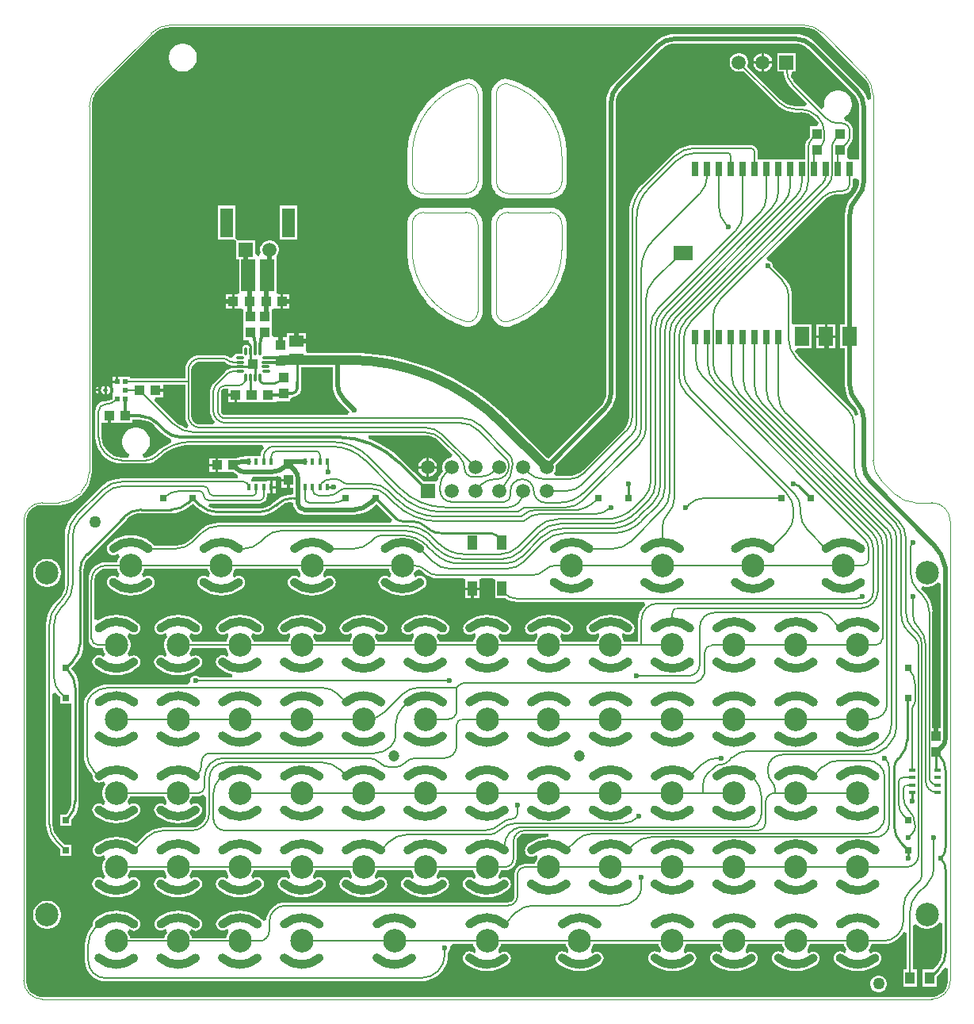
<source format=gtl>
G04*
G04 #@! TF.GenerationSoftware,Altium Limited,Altium Designer,24.2.2 (26)*
G04*
G04 Layer_Physical_Order=1*
G04 Layer_Color=3394611*
%FSLAX25Y25*%
%MOIN*%
G70*
G04*
G04 #@! TF.SameCoordinates,414444BF-B964-4898-950E-571982E1B149*
G04*
G04*
G04 #@! TF.FilePolarity,Positive*
G04*
G01*
G75*
%ADD10C,0.01181*%
%ADD11C,0.00984*%
%ADD15C,0.00591*%
%ADD16C,0.00394*%
%ADD17R,0.05512X0.12205*%
%ADD18R,0.05906X0.13386*%
%ADD19R,0.04331X0.03937*%
%ADD20R,0.02055X0.02362*%
%ADD21C,0.01181*%
%ADD22R,0.02598X0.02638*%
%ADD23R,0.03937X0.05118*%
%ADD24R,0.03150X0.01772*%
%ADD25R,0.03937X0.04331*%
%ADD26R,0.03150X0.05906*%
%ADD27R,0.05906X0.07874*%
%ADD28R,0.07874X0.05906*%
%ADD29R,0.03937X0.05906*%
%ADD30R,0.02638X0.02598*%
%ADD31R,0.01772X0.03150*%
%ADD32O,0.01181X0.03543*%
%ADD33O,0.01181X0.03740*%
%ADD34O,0.03543X0.01181*%
%ADD35O,0.03740X0.01181*%
%ADD36R,0.04331X0.04331*%
%ADD37R,0.05906X0.05118*%
%ADD38C,0.03937*%
%ADD65C,0.02362*%
%ADD70C,0.03543*%
%ADD71C,0.00984*%
%ADD72C,0.01968*%
%ADD73C,0.03543*%
%ADD74C,0.09843*%
%ADD75C,0.05906*%
%ADD76R,0.05906X0.05906*%
%ADD77C,0.01968*%
%ADD78C,0.05000*%
%ADD79C,0.04724*%
G36*
X133339Y211595D02*
X134421Y211488D01*
X135488Y211276D01*
X136528Y210961D01*
X137533Y210544D01*
X138492Y210032D01*
X139396Y209428D01*
X140237Y208738D01*
X140621Y208353D01*
X158156Y190818D01*
X158156Y190818D01*
X158541Y190434D01*
X159231Y189593D01*
X159835Y188689D01*
X160348Y187730D01*
X160764Y186725D01*
X161079Y185685D01*
X161292Y184618D01*
X161398Y183536D01*
X161398Y182992D01*
Y181244D01*
X160020Y181081D01*
X159882Y181654D01*
X159162Y183395D01*
X158177Y185001D01*
X156962Y186424D01*
X156955Y186435D01*
X138206Y205183D01*
X138195Y205190D01*
X136773Y206406D01*
X135167Y207390D01*
X133426Y208111D01*
X131594Y208551D01*
X129729Y208697D01*
X129716Y208700D01*
X78945D01*
X78932Y208697D01*
X77067Y208551D01*
X75235Y208111D01*
X73495Y207390D01*
X71889Y206406D01*
X70466Y205190D01*
X70455Y205183D01*
X53675Y188403D01*
X53668Y188392D01*
X52453Y186970D01*
X51468Y185363D01*
X50747Y183623D01*
X50308Y181791D01*
X50161Y179926D01*
X50158Y179913D01*
Y57961D01*
X50177Y57870D01*
X50031Y56396D01*
X49575Y54892D01*
X48834Y53505D01*
X47895Y52361D01*
X47817Y52309D01*
X25976Y30468D01*
X25518Y30591D01*
X25275D01*
X9007Y46858D01*
X9020Y46871D01*
X8023Y47809D01*
X4823Y50822D01*
X395Y54512D01*
X-4247Y57928D01*
X-9087Y61057D01*
X-14108Y63889D01*
X-19290Y66412D01*
X-24615Y68618D01*
X-30064Y70498D01*
X-35616Y72046D01*
X-41251Y73255D01*
X-46949Y74123D01*
X-52690Y74644D01*
X-58451Y74818D01*
Y74800D01*
X-75735D01*
X-76114Y76021D01*
X-76114Y76021D01*
X-76114D01*
X-76114Y76021D01*
Y79080D01*
X-80067D01*
Y79580D01*
X-80567D01*
Y83139D01*
X-84020D01*
Y81367D01*
X-86456D01*
Y78202D01*
X-87456D01*
Y81367D01*
X-89925D01*
X-90552Y82486D01*
Y85433D01*
X-90552Y86418D01*
X-90552Y87796D01*
Y92975D01*
X-89518Y93430D01*
X-89330Y93488D01*
X-88393Y93488D01*
X-86721D01*
Y96456D01*
Y99425D01*
X-87280D01*
X-88583Y99606D01*
X-88583Y100803D01*
Y114961D01*
X-88059Y116122D01*
X-87788Y116591D01*
X-87520Y117592D01*
Y118629D01*
X-87788Y119630D01*
X-88306Y120528D01*
X-89039Y121261D01*
X-89937Y121779D01*
X-90938Y122047D01*
X-91975D01*
X-92976Y121779D01*
X-93874Y121261D01*
X-94607Y120528D01*
X-95125Y119630D01*
X-95394Y118629D01*
Y117592D01*
X-95207Y116896D01*
X-95793Y115769D01*
X-95999Y115515D01*
X-96245Y115471D01*
X-97520Y116505D01*
Y122047D01*
X-104188Y122047D01*
X-104346Y122047D01*
X-104535Y122061D01*
X-105474Y122365D01*
X-105697Y123248D01*
X-105709Y123422D01*
X-105709Y123598D01*
Y136614D01*
X-113189D01*
Y122441D01*
X-106914Y122441D01*
X-106757Y122441D01*
X-106567Y122428D01*
X-105629Y122123D01*
X-105405Y121240D01*
X-105394Y121067D01*
X-105394Y120890D01*
Y114173D01*
X-104331D01*
Y100803D01*
X-104331Y99606D01*
X-105634Y99426D01*
X-106193D01*
Y96457D01*
Y93489D01*
X-104521D01*
X-103584Y93489D01*
X-103395Y93430D01*
X-102363Y92974D01*
Y87796D01*
X-102363Y86418D01*
X-102363Y85433D01*
Y80118D01*
X-100303D01*
X-100028Y79738D01*
X-100513Y78057D01*
X-100668Y77994D01*
X-100763Y78058D01*
X-101378Y78180D01*
X-101992Y78058D01*
X-102513Y77710D01*
X-102861Y77189D01*
X-102984Y76575D01*
Y74440D01*
X-105118D01*
X-105733Y74318D01*
X-106254Y73970D01*
X-106602Y73449D01*
X-107118Y72899D01*
X-107607Y72670D01*
X-107971Y72602D01*
X-108327Y72775D01*
X-109016Y73304D01*
X-109414Y73469D01*
X-109414Y73469D01*
X-109414Y73469D01*
X-109416Y73470D01*
X-109417Y73470D01*
X-109817Y73636D01*
X-110678Y73749D01*
Y73746D01*
X-120573D01*
Y73751D01*
X-121823Y73628D01*
X-121894Y73607D01*
X-123024Y73264D01*
X-124132Y72672D01*
X-125102Y71876D01*
X-125899Y70905D01*
X-126490Y69798D01*
X-126833Y68667D01*
X-126855Y68596D01*
X-126978Y67347D01*
X-126972D01*
Y63903D01*
X-150256D01*
Y64764D01*
X-153476D01*
Y64780D01*
X-155004D01*
Y62599D01*
X-155504D01*
Y62098D01*
X-157531D01*
Y60760D01*
X-158282Y60403D01*
X-158853Y60281D01*
X-159309Y60737D01*
X-160038Y61039D01*
X-160828D01*
X-161557Y60737D01*
X-162016Y60279D01*
X-162140Y60404D01*
X-162541Y60570D01*
Y59055D01*
Y57541D01*
X-162140Y57707D01*
X-162016Y57832D01*
X-161557Y57373D01*
X-160828Y57071D01*
X-160038D01*
X-159309Y57373D01*
X-158815Y57867D01*
X-158428Y57783D01*
X-157516Y57366D01*
Y55450D01*
X-157978Y55095D01*
X-159120Y54622D01*
X-160433Y54466D01*
X-161538Y54320D01*
X-161724Y54243D01*
X-162567Y53894D01*
X-163452Y53215D01*
X-164130Y52331D01*
X-164479Y51487D01*
X-164556Y51302D01*
X-164702Y50197D01*
X-164690D01*
Y39528D01*
X-164700D01*
X-164561Y37758D01*
X-164146Y36031D01*
X-163467Y34391D01*
X-162539Y32877D01*
X-161386Y31527D01*
X-160036Y30374D01*
X-158522Y29446D01*
X-156882Y28767D01*
X-155156Y28352D01*
X-153386Y28213D01*
Y28223D01*
X-143532D01*
Y28209D01*
X-141964Y28364D01*
X-140455Y28821D01*
X-139066Y29564D01*
X-137847Y30564D01*
X-137847Y30564D01*
X-136848Y31479D01*
X-136012Y32212D01*
X-133959Y33584D01*
X-131745Y34676D01*
X-129407Y35469D01*
X-126986Y35951D01*
X-125870Y36024D01*
X-124522Y36097D01*
Y36097D01*
X-94465D01*
X-94341Y35960D01*
X-93863Y34719D01*
X-94468Y33932D01*
X-95033Y32567D01*
X-95174Y31496D01*
X-102067D01*
Y30944D01*
X-103564D01*
X-103626Y30932D01*
X-104871Y30809D01*
X-105850Y30512D01*
X-109046D01*
X-110417Y30528D01*
X-111410Y30528D01*
X-113082D01*
Y27559D01*
Y24591D01*
X-111410D01*
X-110417Y24591D01*
X-109046Y24607D01*
X-106691D01*
X-105925Y23978D01*
X-104754Y23352D01*
X-104804Y22468D01*
X-104997Y21974D01*
X-153338D01*
Y21990D01*
X-155417Y21826D01*
X-157445Y21339D01*
X-159371Y20541D01*
X-161149Y19452D01*
X-162735Y18098D01*
X-162724Y18086D01*
X-172624Y8186D01*
X-173609Y7223D01*
X-173609Y7223D01*
X-174964Y5637D01*
X-176053Y3859D01*
X-176851Y1933D01*
X-177338Y-95D01*
X-177502Y-2174D01*
X-177486D01*
Y-22433D01*
X-177474Y-22490D01*
X-177636Y-24132D01*
X-178132Y-25767D01*
X-178937Y-27273D01*
X-179984Y-28549D01*
X-180033Y-28581D01*
X-180498Y-29046D01*
X-181483Y-30010D01*
X-181483Y-30010D01*
X-182838Y-31595D01*
X-183927Y-33373D01*
X-184725Y-35300D01*
X-185212Y-37328D01*
X-185376Y-39406D01*
X-185360D01*
Y-123161D01*
X-185370D01*
X-185230Y-124931D01*
X-184816Y-126657D01*
X-184136Y-128298D01*
X-183209Y-129812D01*
X-182056Y-131161D01*
X-182049Y-131155D01*
X-179449Y-133754D01*
Y-136496D01*
X-174882D01*
Y-131890D01*
X-177623D01*
X-180204Y-129310D01*
X-180252Y-129277D01*
X-181299Y-128001D01*
X-182104Y-126495D01*
X-182600Y-124861D01*
X-182762Y-123218D01*
X-182750Y-123161D01*
Y-68743D01*
X-181418Y-68119D01*
X-180698Y-68556D01*
X-179710Y-69517D01*
X-179449Y-69778D01*
Y-72520D01*
X-174882D01*
X-174734Y-73836D01*
Y-113634D01*
X-174720Y-113700D01*
X-174877Y-115295D01*
X-175362Y-116892D01*
X-176149Y-118364D01*
X-177007Y-119409D01*
X-179449D01*
Y-124016D01*
X-174882D01*
Y-121532D01*
X-173915Y-120400D01*
X-172971Y-118860D01*
X-172280Y-117191D01*
X-171858Y-115434D01*
X-171716Y-113634D01*
X-171723D01*
Y-65815D01*
X-171716D01*
X-171858Y-64015D01*
X-172280Y-62258D01*
X-172971Y-60589D01*
X-173915Y-59049D01*
X-174882Y-57917D01*
Y-57582D01*
X-173124Y-55824D01*
X-173120Y-55829D01*
X-171947Y-54455D01*
X-171003Y-52915D01*
X-170311Y-51246D01*
X-169890Y-49489D01*
X-169748Y-47689D01*
X-169755D01*
Y-16937D01*
X-169768Y-16870D01*
X-169611Y-15276D01*
X-169126Y-13679D01*
X-168340Y-12207D01*
X-167323Y-10969D01*
X-167266Y-10931D01*
X-151471Y4865D01*
X-151433Y4922D01*
X-150195Y5938D01*
X-148723Y6725D01*
X-147125Y7209D01*
X-145531Y7366D01*
X-145464Y7353D01*
X-132745D01*
Y7346D01*
X-130944Y7488D01*
X-129187Y7910D01*
X-127518Y8601D01*
X-125978Y9545D01*
X-124604Y10718D01*
X-124604Y10718D01*
X-123549Y11496D01*
X-123526D01*
X-121769Y9738D01*
X-121774Y9734D01*
X-120400Y8561D01*
X-118860Y7617D01*
X-117191Y6926D01*
X-115434Y6504D01*
X-113633Y6362D01*
Y6369D01*
X-95678D01*
Y6362D01*
X-93877Y6504D01*
X-92120Y6926D01*
X-90451Y7617D01*
X-88911Y8561D01*
X-87537Y9734D01*
X-87537Y9734D01*
X-86521Y10606D01*
X-86245Y10832D01*
X-84773Y11619D01*
X-83176Y12104D01*
X-82778Y12143D01*
X-81595Y11672D01*
X-81430Y10423D01*
X-81408Y10370D01*
X-80949Y9260D01*
X-80182Y8261D01*
X-79183Y7495D01*
X-78074Y7035D01*
X-78020Y7013D01*
X-76772Y6848D01*
Y6851D01*
X-56786D01*
X-56403Y6693D01*
X-55542D01*
X-54965Y6932D01*
X-54095Y7001D01*
X-52263Y7440D01*
X-50522Y8161D01*
X-48916Y9146D01*
X-47493Y10361D01*
X-47483Y10368D01*
X-46555Y11296D01*
X-39910Y4651D01*
X-40481Y3273D01*
X-112984D01*
Y3283D01*
X-114754Y3144D01*
X-116480Y2729D01*
X-118121Y2050D01*
X-119634Y1122D01*
X-120984Y-31D01*
X-120977Y-38D01*
X-120977Y-38D01*
X-124609Y-3669D01*
X-124641Y-3718D01*
X-125917Y-4765D01*
X-127423Y-5570D01*
X-129058Y-6066D01*
X-130700Y-6227D01*
X-130757Y-6216D01*
X-140068D01*
X-140104Y-6131D01*
X-140104Y-6130D01*
X-140545Y-5555D01*
X-140673Y-5457D01*
X-140676Y-5461D01*
X-141720Y-4569D01*
X-143571Y-3435D01*
X-145577Y-2604D01*
X-147687Y-2097D01*
X-149851Y-1927D01*
X-152015Y-2097D01*
X-154126Y-2604D01*
X-156132Y-3435D01*
X-157983Y-4569D01*
X-158949Y-5394D01*
X-158952Y-5391D01*
X-159096Y-5501D01*
X-159537Y-6076D01*
X-159538Y-6077D01*
X-159816Y-6747D01*
X-159910Y-7467D01*
X-159816Y-8186D01*
X-159538Y-8856D01*
X-159096Y-9432D01*
X-158520Y-9874D01*
X-157850Y-10152D01*
X-157131Y-10246D01*
X-156411Y-10152D01*
X-155741Y-9874D01*
X-155309Y-9542D01*
X-155283Y-9572D01*
X-155276Y-9567D01*
X-155126Y-9590D01*
X-154761Y-10246D01*
X-154579Y-11066D01*
X-155076Y-11809D01*
X-155521Y-12884D01*
X-155604Y-13302D01*
X-160276D01*
Y-13291D01*
X-161715Y-13433D01*
X-163099Y-13853D01*
X-164375Y-14535D01*
X-165493Y-15452D01*
X-166410Y-16570D01*
X-167092Y-17846D01*
X-167512Y-19230D01*
X-167654Y-20669D01*
X-167643D01*
Y-45276D01*
X-167653D01*
X-167514Y-46329D01*
X-167418Y-46560D01*
X-167108Y-47311D01*
X-166461Y-48154D01*
X-165618Y-48801D01*
X-164867Y-49111D01*
X-164636Y-49207D01*
X-163583Y-49346D01*
Y-49336D01*
X-161667D01*
X-161584Y-49754D01*
X-161139Y-50829D01*
X-160659Y-51548D01*
X-160860Y-52430D01*
X-161208Y-53029D01*
X-161355Y-53053D01*
X-161384Y-53029D01*
X-161408Y-53056D01*
X-161856Y-52712D01*
X-162527Y-52434D01*
X-163246Y-52339D01*
X-163966Y-52434D01*
X-164636Y-52712D01*
X-165212Y-53154D01*
X-165654Y-53729D01*
X-165931Y-54400D01*
X-166026Y-55119D01*
X-165931Y-55839D01*
X-165654Y-56509D01*
X-165653Y-56510D01*
X-165212Y-57085D01*
X-165084Y-57183D01*
X-165081Y-57179D01*
X-164037Y-58071D01*
X-162186Y-59205D01*
X-160181Y-60036D01*
X-158070Y-60543D01*
X-155906Y-60713D01*
X-153742Y-60543D01*
X-151631Y-60036D01*
X-149625Y-59205D01*
X-147774Y-58071D01*
X-146808Y-57245D01*
X-146805Y-57249D01*
X-146661Y-57139D01*
X-146220Y-56564D01*
X-146219Y-56563D01*
X-145942Y-55893D01*
X-145847Y-55173D01*
X-145942Y-54454D01*
X-146219Y-53783D01*
X-146661Y-53208D01*
X-147237Y-52766D01*
X-147907Y-52488D01*
X-148627Y-52394D01*
X-149337Y-52487D01*
X-149346Y-52488D01*
X-149346Y-52488D01*
X-150016Y-52766D01*
X-150475Y-53068D01*
X-150617Y-53043D01*
X-150965Y-52424D01*
X-151156Y-51554D01*
X-150672Y-50829D01*
X-150227Y-49754D01*
X-150000Y-48613D01*
Y-47450D01*
X-150227Y-46309D01*
X-150672Y-45234D01*
X-151120Y-44564D01*
X-150884Y-43564D01*
X-150575Y-43062D01*
X-150436Y-43036D01*
X-149964Y-43353D01*
X-149293Y-43631D01*
X-148574Y-43725D01*
X-147855Y-43631D01*
X-147184Y-43353D01*
X-146608Y-42911D01*
X-146167Y-42336D01*
X-145889Y-41665D01*
X-145794Y-40946D01*
X-145889Y-40226D01*
X-146167Y-39556D01*
X-146167Y-39555D01*
X-146608Y-38980D01*
X-146736Y-38882D01*
X-146739Y-38886D01*
X-147783Y-37994D01*
X-149634Y-36860D01*
X-151639Y-36029D01*
X-153750Y-35522D01*
X-155914Y-35352D01*
X-158079Y-35522D01*
X-160189Y-36029D01*
X-162195Y-36860D01*
X-163656Y-37755D01*
X-164748Y-37306D01*
X-165034Y-37026D01*
Y-20669D01*
X-165044Y-20621D01*
X-164887Y-19434D01*
X-164410Y-18282D01*
X-163652Y-17293D01*
X-162663Y-16535D01*
X-161511Y-16058D01*
X-160324Y-15901D01*
X-160276Y-15911D01*
X-155604D01*
X-155521Y-16329D01*
X-155076Y-17404D01*
X-154595Y-18123D01*
X-154797Y-19005D01*
X-155145Y-19604D01*
X-155292Y-19627D01*
X-155321Y-19604D01*
X-155345Y-19631D01*
X-155793Y-19287D01*
X-156464Y-19009D01*
X-157183Y-18914D01*
X-157903Y-19009D01*
X-158573Y-19287D01*
X-159149Y-19728D01*
X-159590Y-20304D01*
X-159868Y-20975D01*
X-159963Y-21694D01*
X-159868Y-22413D01*
X-159590Y-23084D01*
X-159590Y-23084D01*
X-159149Y-23660D01*
X-159021Y-23757D01*
X-159018Y-23754D01*
X-157974Y-24646D01*
X-156123Y-25780D01*
X-154118Y-26611D01*
X-152007Y-27117D01*
X-149843Y-27288D01*
X-147679Y-27117D01*
X-145568Y-26611D01*
X-143562Y-25780D01*
X-141711Y-24646D01*
X-140745Y-23820D01*
X-140742Y-23824D01*
X-140598Y-23714D01*
X-140157Y-23138D01*
X-140156Y-23138D01*
X-139879Y-22467D01*
X-139784Y-21748D01*
X-139879Y-21029D01*
X-140156Y-20358D01*
X-140598Y-19782D01*
X-141174Y-19341D01*
X-141844Y-19063D01*
X-142564Y-18968D01*
X-143274Y-19062D01*
X-143283Y-19063D01*
X-143283Y-19063D01*
X-143954Y-19341D01*
X-144412Y-19643D01*
X-144554Y-19618D01*
X-144902Y-18999D01*
X-145093Y-18128D01*
X-144609Y-17404D01*
X-144164Y-16329D01*
X-144081Y-15911D01*
X-117514D01*
X-117430Y-16329D01*
X-116985Y-17404D01*
X-116505Y-18123D01*
X-116707Y-19005D01*
X-117054Y-19604D01*
X-117202Y-19627D01*
X-117231Y-19604D01*
X-117255Y-19631D01*
X-117703Y-19287D01*
X-118373Y-19009D01*
X-119093Y-18914D01*
X-119812Y-19009D01*
X-120483Y-19287D01*
X-121058Y-19728D01*
X-121500Y-20304D01*
X-121778Y-20975D01*
X-121872Y-21694D01*
X-121778Y-22413D01*
X-121500Y-23084D01*
X-121500Y-23084D01*
X-121058Y-23660D01*
X-120931Y-23757D01*
X-120928Y-23754D01*
X-119884Y-24646D01*
X-118033Y-25780D01*
X-116027Y-26611D01*
X-113916Y-27117D01*
X-111752Y-27288D01*
X-109588Y-27117D01*
X-107477Y-26611D01*
X-105472Y-25780D01*
X-103621Y-24646D01*
X-102655Y-23820D01*
X-102651Y-23824D01*
X-102508Y-23714D01*
X-102066Y-23138D01*
X-102066Y-23138D01*
X-101788Y-22467D01*
X-101693Y-21748D01*
X-101788Y-21029D01*
X-102066Y-20358D01*
X-102508Y-19782D01*
X-103083Y-19341D01*
X-103754Y-19063D01*
X-104473Y-18968D01*
X-105183Y-19062D01*
X-105193Y-19063D01*
X-105193Y-19063D01*
X-105863Y-19341D01*
X-106321Y-19643D01*
X-106464Y-19618D01*
X-106812Y-18999D01*
X-107003Y-18128D01*
X-106519Y-17404D01*
X-106073Y-16329D01*
X-105990Y-15911D01*
X-79423D01*
X-79340Y-16329D01*
X-78895Y-17404D01*
X-78414Y-18123D01*
X-78616Y-19005D01*
X-78964Y-19604D01*
X-79111Y-19627D01*
X-79140Y-19604D01*
X-79164Y-19631D01*
X-79612Y-19287D01*
X-80283Y-19009D01*
X-81002Y-18914D01*
X-81722Y-19009D01*
X-82392Y-19287D01*
X-82968Y-19728D01*
X-83409Y-20304D01*
X-83687Y-20975D01*
X-83782Y-21694D01*
X-83687Y-22413D01*
X-83409Y-23084D01*
X-83409Y-23084D01*
X-82968Y-23660D01*
X-82840Y-23757D01*
X-82837Y-23754D01*
X-81793Y-24646D01*
X-79942Y-25780D01*
X-77937Y-26611D01*
X-75826Y-27117D01*
X-73662Y-27288D01*
X-71498Y-27117D01*
X-69387Y-26611D01*
X-67381Y-25780D01*
X-65530Y-24646D01*
X-64564Y-23820D01*
X-64561Y-23824D01*
X-64417Y-23714D01*
X-63976Y-23138D01*
X-63975Y-23138D01*
X-63698Y-22467D01*
X-63603Y-21748D01*
X-63698Y-21029D01*
X-63975Y-20358D01*
X-64417Y-19782D01*
X-64993Y-19341D01*
X-65663Y-19063D01*
X-66383Y-18968D01*
X-67093Y-19062D01*
X-67102Y-19063D01*
X-67102Y-19063D01*
X-67772Y-19341D01*
X-68230Y-19643D01*
X-68373Y-19618D01*
X-68721Y-18999D01*
X-68912Y-18128D01*
X-68428Y-17404D01*
X-67983Y-16329D01*
X-67900Y-15911D01*
X-41333D01*
X-41249Y-16329D01*
X-40804Y-17404D01*
X-40324Y-18123D01*
X-40526Y-19005D01*
X-40873Y-19604D01*
X-41021Y-19627D01*
X-41050Y-19604D01*
X-41074Y-19631D01*
X-41522Y-19287D01*
X-42192Y-19009D01*
X-42912Y-18914D01*
X-43631Y-19009D01*
X-44301Y-19287D01*
X-44877Y-19728D01*
X-45319Y-20304D01*
X-45597Y-20975D01*
X-45691Y-21694D01*
X-45597Y-22413D01*
X-45319Y-23084D01*
X-45318Y-23084D01*
X-44877Y-23660D01*
X-44750Y-23757D01*
X-44747Y-23754D01*
X-43703Y-24646D01*
X-41852Y-25780D01*
X-39846Y-26611D01*
X-37735Y-27117D01*
X-35571Y-27288D01*
X-33407Y-27117D01*
X-31296Y-26611D01*
X-29291Y-25780D01*
X-27440Y-24646D01*
X-26473Y-23820D01*
X-26470Y-23824D01*
X-26327Y-23714D01*
X-25885Y-23138D01*
X-25885Y-23138D01*
X-25607Y-22467D01*
X-25512Y-21748D01*
X-25607Y-21029D01*
X-25885Y-20358D01*
X-26327Y-19782D01*
X-26902Y-19341D01*
X-27573Y-19063D01*
X-28292Y-18968D01*
X-29002Y-19062D01*
X-29011Y-19063D01*
X-29012Y-19063D01*
X-29682Y-19341D01*
X-30140Y-19643D01*
X-30282Y-19618D01*
X-30631Y-18999D01*
X-30822Y-18128D01*
X-30338Y-17404D01*
X-30140Y-16926D01*
X-28731Y-16361D01*
X-28495Y-16367D01*
X-27807Y-16652D01*
X-27682Y-16747D01*
X-26652Y-17587D01*
X-25393Y-18620D01*
X-23956Y-19388D01*
X-22398Y-19861D01*
X-20776Y-20020D01*
Y-20005D01*
X-10459D01*
X-9268Y-20457D01*
X-9268Y-21383D01*
Y-23909D01*
X-6299D01*
X-3331D01*
Y-21383D01*
X-3331Y-20457D01*
X-2140Y-20005D01*
X2162D01*
X3347Y-20472D01*
Y-28346D01*
X7604D01*
X9125Y-29159D01*
X10871Y-29689D01*
X12686Y-29868D01*
X12686Y-29868D01*
Y-29848D01*
X12686Y-29848D01*
X66005D01*
X66498Y-31226D01*
X66046Y-31597D01*
X65025Y-32841D01*
X64266Y-34260D01*
X63799Y-35800D01*
X63642Y-37402D01*
X63656D01*
Y-46727D01*
X57730D01*
X57647Y-46309D01*
X57202Y-45234D01*
X56754Y-44564D01*
X56990Y-43564D01*
X57299Y-43062D01*
X57438Y-43036D01*
X57910Y-43353D01*
X58580Y-43631D01*
X59300Y-43725D01*
X60019Y-43631D01*
X60690Y-43353D01*
X61265Y-42911D01*
X61707Y-42336D01*
X61985Y-41665D01*
X62080Y-40946D01*
X61985Y-40226D01*
X61707Y-39556D01*
X61707Y-39555D01*
X61265Y-38980D01*
X61138Y-38882D01*
X61135Y-38886D01*
X60091Y-37994D01*
X58240Y-36860D01*
X56235Y-36029D01*
X54124Y-35522D01*
X51960Y-35352D01*
X49795Y-35522D01*
X47685Y-36029D01*
X45679Y-36860D01*
X43828Y-37994D01*
X42862Y-38820D01*
X42859Y-38816D01*
X42715Y-38926D01*
X42274Y-39502D01*
X42273Y-39502D01*
X41995Y-40172D01*
X41901Y-40892D01*
X41995Y-41611D01*
X42273Y-42282D01*
X42715Y-42857D01*
X43291Y-43299D01*
X43961Y-43577D01*
X44680Y-43671D01*
X45400Y-43577D01*
X46070Y-43299D01*
X46502Y-42968D01*
X46528Y-42997D01*
X46535Y-42992D01*
X46685Y-43015D01*
X47050Y-43671D01*
X47232Y-44491D01*
X46735Y-45234D01*
X46290Y-46309D01*
X46207Y-46727D01*
X31746D01*
X31663Y-46309D01*
X31218Y-45234D01*
X30770Y-44564D01*
X31005Y-43564D01*
X31315Y-43062D01*
X31454Y-43036D01*
X31926Y-43353D01*
X32596Y-43631D01*
X33316Y-43725D01*
X34035Y-43631D01*
X34705Y-43353D01*
X35281Y-42911D01*
X35723Y-42336D01*
X36001Y-41665D01*
X36095Y-40946D01*
X36001Y-40226D01*
X35723Y-39556D01*
X35723Y-39555D01*
X35281Y-38980D01*
X35154Y-38882D01*
X35151Y-38886D01*
X34107Y-37994D01*
X32256Y-36860D01*
X30250Y-36029D01*
X28139Y-35522D01*
X25975Y-35352D01*
X23811Y-35522D01*
X21700Y-36029D01*
X19695Y-36860D01*
X17844Y-37994D01*
X16878Y-38820D01*
X16874Y-38816D01*
X16731Y-38926D01*
X16289Y-39502D01*
X16289Y-39502D01*
X16011Y-40172D01*
X15916Y-40892D01*
X16011Y-41611D01*
X16289Y-42282D01*
X16731Y-42857D01*
X17306Y-43299D01*
X17977Y-43577D01*
X18696Y-43671D01*
X19416Y-43577D01*
X20086Y-43299D01*
X20518Y-42968D01*
X20544Y-42997D01*
X20550Y-42992D01*
X20701Y-43015D01*
X21066Y-43671D01*
X21247Y-44491D01*
X20751Y-45234D01*
X20306Y-46309D01*
X20223Y-46727D01*
X5762D01*
X5679Y-46309D01*
X5233Y-45234D01*
X4786Y-44564D01*
X5021Y-43564D01*
X5331Y-43062D01*
X5470Y-43036D01*
X5942Y-43353D01*
X6612Y-43631D01*
X7331Y-43725D01*
X8051Y-43631D01*
X8721Y-43353D01*
X9297Y-42911D01*
X9739Y-42336D01*
X10016Y-41665D01*
X10111Y-40946D01*
X10016Y-40226D01*
X9739Y-39556D01*
X9738Y-39555D01*
X9297Y-38980D01*
X9170Y-38882D01*
X9166Y-38886D01*
X8123Y-37994D01*
X6272Y-36860D01*
X4266Y-36029D01*
X2155Y-35522D01*
X-9Y-35352D01*
X-2173Y-35522D01*
X-4284Y-36029D01*
X-6289Y-36860D01*
X-8140Y-37994D01*
X-9107Y-38820D01*
X-9110Y-38816D01*
X-9254Y-38926D01*
X-9695Y-39502D01*
X-9695Y-39502D01*
X-9973Y-40172D01*
X-10068Y-40892D01*
X-9973Y-41611D01*
X-9695Y-42282D01*
X-9254Y-42857D01*
X-8678Y-43299D01*
X-8008Y-43577D01*
X-7288Y-43671D01*
X-6569Y-43577D01*
X-5898Y-43299D01*
X-5466Y-42968D01*
X-5440Y-42997D01*
X-5434Y-42992D01*
X-5284Y-43015D01*
X-4918Y-43671D01*
X-4737Y-44491D01*
X-5233Y-45234D01*
X-5679Y-46309D01*
X-5762Y-46727D01*
X-20223D01*
X-20306Y-46309D01*
X-20751Y-45234D01*
X-21199Y-44564D01*
X-20963Y-43564D01*
X-20654Y-43062D01*
X-20515Y-43036D01*
X-20043Y-43353D01*
X-19372Y-43631D01*
X-18653Y-43725D01*
X-17933Y-43631D01*
X-17263Y-43353D01*
X-16687Y-42911D01*
X-16246Y-42336D01*
X-15968Y-41665D01*
X-15873Y-40946D01*
X-15968Y-40226D01*
X-16246Y-39556D01*
X-16246Y-39555D01*
X-16687Y-38980D01*
X-16815Y-38882D01*
X-16818Y-38886D01*
X-17862Y-37994D01*
X-19713Y-36860D01*
X-21718Y-36029D01*
X-23829Y-35522D01*
X-25993Y-35352D01*
X-28157Y-35522D01*
X-30268Y-36029D01*
X-32274Y-36860D01*
X-34125Y-37994D01*
X-35091Y-38820D01*
X-35094Y-38816D01*
X-35238Y-38926D01*
X-35679Y-39502D01*
X-35680Y-39502D01*
X-35957Y-40172D01*
X-36052Y-40892D01*
X-35957Y-41611D01*
X-35680Y-42282D01*
X-35238Y-42857D01*
X-34662Y-43299D01*
X-33992Y-43577D01*
X-33272Y-43671D01*
X-32553Y-43577D01*
X-31883Y-43299D01*
X-31451Y-42968D01*
X-31424Y-42997D01*
X-31418Y-42992D01*
X-31268Y-43015D01*
X-30903Y-43671D01*
X-30721Y-44491D01*
X-31218Y-45234D01*
X-31663Y-46309D01*
X-31746Y-46727D01*
X-46207D01*
X-46290Y-46309D01*
X-46735Y-45234D01*
X-47183Y-44564D01*
X-46947Y-43564D01*
X-46638Y-43062D01*
X-46499Y-43036D01*
X-46027Y-43353D01*
X-45357Y-43631D01*
X-44637Y-43725D01*
X-43918Y-43631D01*
X-43247Y-43353D01*
X-42671Y-42911D01*
X-42230Y-42336D01*
X-41952Y-41665D01*
X-41857Y-40946D01*
X-41952Y-40226D01*
X-42230Y-39556D01*
X-42230Y-39555D01*
X-42671Y-38980D01*
X-42799Y-38882D01*
X-42802Y-38886D01*
X-43846Y-37994D01*
X-45697Y-36860D01*
X-47702Y-36029D01*
X-49813Y-35522D01*
X-51977Y-35352D01*
X-54141Y-35522D01*
X-56252Y-36029D01*
X-58258Y-36860D01*
X-60109Y-37994D01*
X-61075Y-38820D01*
X-61078Y-38816D01*
X-61222Y-38926D01*
X-61664Y-39502D01*
X-61664Y-39502D01*
X-61941Y-40172D01*
X-62036Y-40892D01*
X-61941Y-41611D01*
X-61664Y-42282D01*
X-61222Y-42857D01*
X-60646Y-43299D01*
X-59976Y-43577D01*
X-59257Y-43671D01*
X-58537Y-43577D01*
X-57867Y-43299D01*
X-57435Y-42968D01*
X-57409Y-42997D01*
X-57402Y-42992D01*
X-57252Y-43015D01*
X-56887Y-43671D01*
X-56705Y-44491D01*
X-57202Y-45234D01*
X-57647Y-46309D01*
X-57730Y-46727D01*
X-72191D01*
X-72274Y-46309D01*
X-72719Y-45234D01*
X-73167Y-44564D01*
X-72932Y-43564D01*
X-72622Y-43062D01*
X-72483Y-43036D01*
X-72011Y-43353D01*
X-71341Y-43631D01*
X-70621Y-43725D01*
X-69902Y-43631D01*
X-69231Y-43353D01*
X-68656Y-42911D01*
X-68214Y-42336D01*
X-67936Y-41665D01*
X-67842Y-40946D01*
X-67936Y-40226D01*
X-68214Y-39556D01*
X-68214Y-39555D01*
X-68656Y-38980D01*
X-68783Y-38882D01*
X-68786Y-38886D01*
X-69830Y-37994D01*
X-71681Y-36860D01*
X-73687Y-36029D01*
X-75797Y-35522D01*
X-77962Y-35352D01*
X-80126Y-35522D01*
X-82237Y-36029D01*
X-84242Y-36860D01*
X-86093Y-37994D01*
X-87059Y-38820D01*
X-87063Y-38816D01*
X-87206Y-38926D01*
X-87648Y-39502D01*
X-87648Y-39502D01*
X-87926Y-40172D01*
X-88020Y-40892D01*
X-87926Y-41611D01*
X-87648Y-42282D01*
X-87206Y-42857D01*
X-86631Y-43299D01*
X-85960Y-43577D01*
X-85241Y-43671D01*
X-84521Y-43577D01*
X-83851Y-43299D01*
X-83419Y-42968D01*
X-83393Y-42997D01*
X-83387Y-42992D01*
X-83236Y-43015D01*
X-82871Y-43671D01*
X-82690Y-44491D01*
X-83186Y-45234D01*
X-83631Y-46309D01*
X-83714Y-46727D01*
X-98175D01*
X-98259Y-46309D01*
X-98704Y-45234D01*
X-99151Y-44564D01*
X-98916Y-43564D01*
X-98606Y-43062D01*
X-98467Y-43036D01*
X-97995Y-43353D01*
X-97325Y-43631D01*
X-96606Y-43725D01*
X-95886Y-43631D01*
X-95216Y-43353D01*
X-94640Y-42911D01*
X-94198Y-42336D01*
X-93921Y-41665D01*
X-93826Y-40946D01*
X-93921Y-40226D01*
X-94198Y-39556D01*
X-94199Y-39555D01*
X-94640Y-38980D01*
X-94767Y-38882D01*
X-94770Y-38886D01*
X-95815Y-37994D01*
X-97665Y-36860D01*
X-99671Y-36029D01*
X-101782Y-35522D01*
X-103946Y-35352D01*
X-106110Y-35522D01*
X-108221Y-36029D01*
X-110226Y-36860D01*
X-112077Y-37994D01*
X-113044Y-38820D01*
X-113047Y-38816D01*
X-113191Y-38926D01*
X-113632Y-39502D01*
X-113632Y-39502D01*
X-113910Y-40172D01*
X-114005Y-40892D01*
X-113910Y-41611D01*
X-113632Y-42282D01*
X-113191Y-42857D01*
X-112615Y-43299D01*
X-111944Y-43577D01*
X-111225Y-43671D01*
X-110506Y-43577D01*
X-109835Y-43299D01*
X-109403Y-42968D01*
X-109377Y-42997D01*
X-109371Y-42992D01*
X-109221Y-43015D01*
X-108855Y-43671D01*
X-108674Y-44491D01*
X-109170Y-45234D01*
X-109616Y-46309D01*
X-109699Y-46727D01*
X-124160D01*
X-124243Y-46309D01*
X-124688Y-45234D01*
X-125136Y-44564D01*
X-124900Y-43564D01*
X-124591Y-43062D01*
X-124452Y-43036D01*
X-123980Y-43353D01*
X-123309Y-43631D01*
X-122590Y-43725D01*
X-121870Y-43631D01*
X-121200Y-43353D01*
X-120624Y-42911D01*
X-120183Y-42336D01*
X-119905Y-41665D01*
X-119810Y-40946D01*
X-119905Y-40226D01*
X-120183Y-39556D01*
X-120183Y-39555D01*
X-120624Y-38980D01*
X-120752Y-38882D01*
X-120755Y-38886D01*
X-121799Y-37994D01*
X-123650Y-36860D01*
X-125655Y-36029D01*
X-127766Y-35522D01*
X-129930Y-35352D01*
X-132094Y-35522D01*
X-134205Y-36029D01*
X-136211Y-36860D01*
X-138062Y-37994D01*
X-139028Y-38820D01*
X-139031Y-38816D01*
X-139175Y-38926D01*
X-139616Y-39502D01*
X-139617Y-39502D01*
X-139894Y-40172D01*
X-139989Y-40892D01*
X-139894Y-41611D01*
X-139617Y-42282D01*
X-139175Y-42857D01*
X-138599Y-43299D01*
X-137929Y-43577D01*
X-137209Y-43671D01*
X-136490Y-43577D01*
X-135819Y-43299D01*
X-135388Y-42968D01*
X-135362Y-42997D01*
X-135355Y-42992D01*
X-135205Y-43015D01*
X-134840Y-43671D01*
X-134658Y-44491D01*
X-135155Y-45234D01*
X-135600Y-46309D01*
X-135827Y-47450D01*
Y-48613D01*
X-135600Y-49754D01*
X-135155Y-50829D01*
X-134674Y-51548D01*
X-134876Y-52430D01*
X-135224Y-53029D01*
X-135371Y-53053D01*
X-135400Y-53029D01*
X-135424Y-53056D01*
X-135872Y-52712D01*
X-136542Y-52434D01*
X-137262Y-52339D01*
X-137981Y-52434D01*
X-138652Y-52712D01*
X-139227Y-53154D01*
X-139669Y-53729D01*
X-139947Y-54400D01*
X-140042Y-55119D01*
X-139947Y-55839D01*
X-139669Y-56509D01*
X-139669Y-56510D01*
X-139227Y-57085D01*
X-139100Y-57183D01*
X-139097Y-57179D01*
X-138053Y-58071D01*
X-136202Y-59205D01*
X-134197Y-60036D01*
X-132086Y-60543D01*
X-129922Y-60713D01*
X-127758Y-60543D01*
X-125647Y-60036D01*
X-123641Y-59205D01*
X-121790Y-58071D01*
X-120824Y-57245D01*
X-120821Y-57249D01*
X-120677Y-57139D01*
X-120236Y-56564D01*
X-120235Y-56563D01*
X-119957Y-55893D01*
X-119863Y-55173D01*
X-119957Y-54454D01*
X-120235Y-53783D01*
X-120677Y-53208D01*
X-121253Y-52766D01*
X-121923Y-52488D01*
X-122642Y-52394D01*
X-123353Y-52487D01*
X-123362Y-52488D01*
X-123362Y-52488D01*
X-124032Y-52766D01*
X-124490Y-53068D01*
X-124633Y-53043D01*
X-124981Y-52424D01*
X-125172Y-51554D01*
X-124688Y-50829D01*
X-124243Y-49754D01*
X-124160Y-49336D01*
X-109699D01*
X-109616Y-49754D01*
X-109170Y-50829D01*
X-108690Y-51548D01*
X-108892Y-52430D01*
X-109239Y-53029D01*
X-109387Y-53053D01*
X-109416Y-53029D01*
X-109440Y-53056D01*
X-109888Y-52712D01*
X-110558Y-52434D01*
X-111278Y-52339D01*
X-111997Y-52434D01*
X-112668Y-52712D01*
X-113243Y-53154D01*
X-113685Y-53729D01*
X-113963Y-54400D01*
X-114057Y-55119D01*
X-113963Y-55839D01*
X-113685Y-56509D01*
X-113685Y-56510D01*
X-113243Y-57085D01*
X-113116Y-57183D01*
X-113113Y-57179D01*
X-112069Y-58071D01*
X-110218Y-59205D01*
X-108212Y-60036D01*
X-107072Y-60310D01*
X-107235Y-61687D01*
X-120832D01*
X-121363Y-61156D01*
X-122159Y-60827D01*
X-123021D01*
X-123816Y-61156D01*
X-124425Y-61766D01*
X-124755Y-62561D01*
Y-63423D01*
X-125742Y-64640D01*
X-159244D01*
Y-64631D01*
X-161014Y-64770D01*
X-162740Y-65184D01*
X-164380Y-65864D01*
X-165894Y-66791D01*
X-167244Y-67944D01*
X-167247Y-67941D01*
X-168257Y-69172D01*
X-169008Y-70576D01*
X-169470Y-72099D01*
X-169626Y-73684D01*
X-169612D01*
Y-93841D01*
X-169622D01*
X-169482Y-95611D01*
X-169068Y-97337D01*
X-168388Y-98978D01*
X-167461Y-100491D01*
X-166308Y-101841D01*
X-165971Y-103080D01*
X-165973Y-103096D01*
X-165879Y-103816D01*
X-165601Y-104486D01*
X-165159Y-105062D01*
X-164583Y-105504D01*
X-163913Y-105781D01*
X-163194Y-105876D01*
X-162474Y-105781D01*
X-161804Y-105504D01*
X-161372Y-105172D01*
X-161346Y-105202D01*
X-161339Y-105197D01*
X-161189Y-105219D01*
X-160824Y-105876D01*
X-160643Y-106696D01*
X-161139Y-107439D01*
X-161584Y-108514D01*
X-161811Y-109655D01*
Y-110818D01*
X-161584Y-111959D01*
X-161139Y-113033D01*
X-160659Y-113752D01*
X-160860Y-114635D01*
X-161208Y-115234D01*
X-161355Y-115257D01*
X-161384Y-115234D01*
X-161408Y-115261D01*
X-161856Y-114917D01*
X-162527Y-114639D01*
X-163246Y-114544D01*
X-163966Y-114639D01*
X-164636Y-114917D01*
X-165212Y-115358D01*
X-165654Y-115934D01*
X-165931Y-116604D01*
X-166026Y-117324D01*
X-165931Y-118043D01*
X-165654Y-118714D01*
X-165653Y-118714D01*
X-165212Y-119289D01*
X-165084Y-119387D01*
X-165081Y-119384D01*
X-164037Y-120276D01*
X-162186Y-121410D01*
X-160181Y-122241D01*
X-158070Y-122747D01*
X-155906Y-122918D01*
X-153742Y-122747D01*
X-151631Y-122241D01*
X-149625Y-121410D01*
X-147774Y-120276D01*
X-146808Y-119450D01*
X-146805Y-119454D01*
X-146661Y-119343D01*
X-146220Y-118768D01*
X-146219Y-118768D01*
X-145942Y-118097D01*
X-145847Y-117378D01*
X-145942Y-116658D01*
X-146219Y-115988D01*
X-146661Y-115412D01*
X-147237Y-114971D01*
X-147907Y-114693D01*
X-148627Y-114598D01*
X-149337Y-114692D01*
X-149346Y-114693D01*
X-149346Y-114693D01*
X-150016Y-114971D01*
X-150475Y-115272D01*
X-150617Y-115248D01*
X-150965Y-114629D01*
X-151156Y-113758D01*
X-150672Y-113033D01*
X-150227Y-111959D01*
X-150144Y-111541D01*
X-135683D01*
X-135600Y-111959D01*
X-135155Y-113033D01*
X-134674Y-113752D01*
X-134876Y-114635D01*
X-135224Y-115234D01*
X-135371Y-115257D01*
X-135400Y-115234D01*
X-135424Y-115261D01*
X-135872Y-114917D01*
X-136542Y-114639D01*
X-137262Y-114544D01*
X-137981Y-114639D01*
X-138652Y-114917D01*
X-139227Y-115358D01*
X-139669Y-115934D01*
X-139947Y-116604D01*
X-140042Y-117324D01*
X-139947Y-118043D01*
X-139669Y-118714D01*
X-139669Y-118714D01*
X-139227Y-119289D01*
X-139100Y-119387D01*
X-139097Y-119384D01*
X-138053Y-120276D01*
X-136202Y-121410D01*
X-134197Y-122241D01*
X-132086Y-122747D01*
X-129922Y-122918D01*
X-127758Y-122747D01*
X-125647Y-122241D01*
X-123641Y-121410D01*
X-121790Y-120276D01*
X-120824Y-119450D01*
X-120821Y-119454D01*
X-120677Y-119343D01*
X-120236Y-118768D01*
X-120235Y-118768D01*
X-119957Y-118097D01*
X-119863Y-117378D01*
X-119957Y-116658D01*
X-120235Y-115988D01*
X-120677Y-115412D01*
X-121253Y-114971D01*
X-121923Y-114693D01*
X-122642Y-114598D01*
X-123353Y-114692D01*
X-123362Y-114693D01*
X-123362Y-114693D01*
X-124032Y-114971D01*
X-124490Y-115272D01*
X-124633Y-115248D01*
X-124981Y-114629D01*
X-125172Y-113758D01*
X-124688Y-113033D01*
X-124243Y-111959D01*
X-124160Y-111541D01*
X-121307D01*
Y-111548D01*
X-120324Y-111419D01*
X-120030Y-111297D01*
X-119407Y-111039D01*
X-118132Y-111798D01*
Y-118796D01*
X-118130Y-118808D01*
X-118242Y-119945D01*
X-118577Y-121049D01*
X-119121Y-122067D01*
X-119853Y-122959D01*
X-120745Y-123691D01*
X-121763Y-124235D01*
X-122867Y-124570D01*
X-124004Y-124682D01*
X-124016Y-124680D01*
X-136163D01*
Y-124670D01*
X-137933Y-124809D01*
X-139660Y-125224D01*
X-141300Y-125903D01*
X-142814Y-126831D01*
X-144164Y-127984D01*
X-144157Y-127991D01*
X-147613Y-131447D01*
X-147783Y-131301D01*
X-149634Y-130167D01*
X-151639Y-129336D01*
X-153750Y-128829D01*
X-155914Y-128659D01*
X-158079Y-128829D01*
X-160189Y-129336D01*
X-162195Y-130167D01*
X-164046Y-131301D01*
X-165012Y-132126D01*
X-165015Y-132123D01*
X-165159Y-132233D01*
X-165601Y-132809D01*
X-165601Y-132809D01*
X-165879Y-133479D01*
X-165973Y-134199D01*
X-165879Y-134918D01*
X-165601Y-135589D01*
X-165159Y-136164D01*
X-164583Y-136606D01*
X-163913Y-136884D01*
X-163194Y-136978D01*
X-162474Y-136884D01*
X-161804Y-136606D01*
X-161372Y-136275D01*
X-161346Y-136304D01*
X-161339Y-136299D01*
X-161189Y-136322D01*
X-160824Y-136978D01*
X-160643Y-137798D01*
X-161139Y-138541D01*
X-161584Y-139616D01*
X-161811Y-140757D01*
Y-141920D01*
X-161584Y-143061D01*
X-161139Y-144136D01*
X-160659Y-144855D01*
X-160860Y-145737D01*
X-161208Y-146336D01*
X-161355Y-146360D01*
X-161384Y-146336D01*
X-161408Y-146363D01*
X-161856Y-146019D01*
X-162527Y-145741D01*
X-163246Y-145647D01*
X-163966Y-145741D01*
X-164636Y-146019D01*
X-165212Y-146461D01*
X-165654Y-147036D01*
X-165931Y-147707D01*
X-166026Y-148426D01*
X-165931Y-149146D01*
X-165654Y-149816D01*
X-165653Y-149817D01*
X-165212Y-150392D01*
X-165084Y-150490D01*
X-165081Y-150486D01*
X-164037Y-151378D01*
X-162186Y-152512D01*
X-160181Y-153343D01*
X-158070Y-153850D01*
X-155906Y-154020D01*
X-153742Y-153850D01*
X-151631Y-153343D01*
X-149625Y-152512D01*
X-147774Y-151378D01*
X-146808Y-150553D01*
X-146805Y-150556D01*
X-146661Y-150446D01*
X-146220Y-149871D01*
X-146219Y-149870D01*
X-145942Y-149200D01*
X-145847Y-148480D01*
X-145942Y-147761D01*
X-146219Y-147090D01*
X-146661Y-146515D01*
X-147237Y-146073D01*
X-147907Y-145795D01*
X-148627Y-145701D01*
X-149337Y-145794D01*
X-149346Y-145795D01*
X-149346Y-145795D01*
X-150016Y-146073D01*
X-150475Y-146375D01*
X-150617Y-146351D01*
X-150965Y-145731D01*
X-151156Y-144861D01*
X-150672Y-144136D01*
X-150227Y-143061D01*
X-150144Y-142643D01*
X-135683D01*
X-135600Y-143061D01*
X-135155Y-144136D01*
X-134674Y-144855D01*
X-134876Y-145737D01*
X-135224Y-146336D01*
X-135371Y-146360D01*
X-135400Y-146336D01*
X-135424Y-146363D01*
X-135872Y-146019D01*
X-136542Y-145741D01*
X-137262Y-145647D01*
X-137981Y-145741D01*
X-138652Y-146019D01*
X-139227Y-146461D01*
X-139669Y-147036D01*
X-139947Y-147707D01*
X-140042Y-148426D01*
X-139947Y-149146D01*
X-139669Y-149816D01*
X-139669Y-149817D01*
X-139227Y-150392D01*
X-139100Y-150490D01*
X-139097Y-150486D01*
X-138053Y-151378D01*
X-136202Y-152512D01*
X-134197Y-153343D01*
X-132086Y-153850D01*
X-129922Y-154020D01*
X-127758Y-153850D01*
X-125647Y-153343D01*
X-123641Y-152512D01*
X-121790Y-151378D01*
X-120824Y-150553D01*
X-120821Y-150556D01*
X-120677Y-150446D01*
X-120236Y-149871D01*
X-120235Y-149870D01*
X-119957Y-149200D01*
X-119863Y-148480D01*
X-119957Y-147761D01*
X-120235Y-147090D01*
X-120677Y-146515D01*
X-121253Y-146073D01*
X-121923Y-145795D01*
X-122642Y-145701D01*
X-123353Y-145794D01*
X-123362Y-145795D01*
X-123362Y-145795D01*
X-124032Y-146073D01*
X-124490Y-146375D01*
X-124633Y-146351D01*
X-124981Y-145731D01*
X-125172Y-144861D01*
X-124688Y-144136D01*
X-124243Y-143061D01*
X-124160Y-142643D01*
X-109699D01*
X-109616Y-143061D01*
X-109170Y-144136D01*
X-108690Y-144855D01*
X-108892Y-145737D01*
X-109239Y-146336D01*
X-109387Y-146360D01*
X-109416Y-146336D01*
X-109440Y-146363D01*
X-109888Y-146019D01*
X-110558Y-145741D01*
X-111278Y-145647D01*
X-111997Y-145741D01*
X-112668Y-146019D01*
X-113243Y-146461D01*
X-113685Y-147036D01*
X-113963Y-147707D01*
X-114057Y-148426D01*
X-113963Y-149146D01*
X-113685Y-149816D01*
X-113685Y-149817D01*
X-113243Y-150392D01*
X-113116Y-150490D01*
X-113113Y-150486D01*
X-112069Y-151378D01*
X-110218Y-152512D01*
X-108212Y-153343D01*
X-106102Y-153850D01*
X-103937Y-154020D01*
X-101773Y-153850D01*
X-99662Y-153343D01*
X-97657Y-152512D01*
X-95806Y-151378D01*
X-94840Y-150553D01*
X-94836Y-150556D01*
X-94693Y-150446D01*
X-94251Y-149871D01*
X-94251Y-149870D01*
X-93973Y-149200D01*
X-93879Y-148480D01*
X-93973Y-147761D01*
X-94251Y-147090D01*
X-94693Y-146515D01*
X-95268Y-146073D01*
X-95939Y-145795D01*
X-96658Y-145701D01*
X-97369Y-145794D01*
X-97378Y-145795D01*
X-97378Y-145795D01*
X-98048Y-146073D01*
X-98506Y-146375D01*
X-98649Y-146351D01*
X-98997Y-145731D01*
X-99188Y-144861D01*
X-98704Y-144136D01*
X-98259Y-143061D01*
X-98175Y-142643D01*
X-83714D01*
X-83631Y-143061D01*
X-83186Y-144136D01*
X-82706Y-144855D01*
X-82908Y-145737D01*
X-83255Y-146336D01*
X-83403Y-146360D01*
X-83432Y-146336D01*
X-83455Y-146363D01*
X-83904Y-146019D01*
X-84574Y-145741D01*
X-85294Y-145647D01*
X-86013Y-145741D01*
X-86683Y-146019D01*
X-87259Y-146461D01*
X-87701Y-147036D01*
X-87978Y-147707D01*
X-88073Y-148426D01*
X-87978Y-149146D01*
X-87701Y-149816D01*
X-87700Y-149817D01*
X-87259Y-150392D01*
X-87132Y-150490D01*
X-87129Y-150486D01*
X-86085Y-151378D01*
X-84234Y-152512D01*
X-82228Y-153343D01*
X-80117Y-153850D01*
X-77953Y-154020D01*
X-75789Y-153850D01*
X-73678Y-153343D01*
X-71673Y-152512D01*
X-69822Y-151378D01*
X-68855Y-150553D01*
X-68852Y-150556D01*
X-68708Y-150446D01*
X-68267Y-149871D01*
X-68267Y-149870D01*
X-67989Y-149200D01*
X-67894Y-148480D01*
X-67989Y-147761D01*
X-68267Y-147090D01*
X-68708Y-146515D01*
X-69284Y-146073D01*
X-69955Y-145795D01*
X-70674Y-145701D01*
X-71384Y-145794D01*
X-71393Y-145795D01*
X-71394Y-145795D01*
X-72064Y-146073D01*
X-72522Y-146375D01*
X-72664Y-146351D01*
X-73013Y-145731D01*
X-73204Y-144861D01*
X-72719Y-144136D01*
X-72274Y-143061D01*
X-72191Y-142643D01*
X-57730D01*
X-57647Y-143061D01*
X-57202Y-144136D01*
X-56722Y-144855D01*
X-56923Y-145737D01*
X-57271Y-146336D01*
X-57419Y-146360D01*
X-57447Y-146336D01*
X-57471Y-146363D01*
X-57919Y-146019D01*
X-58590Y-145741D01*
X-59309Y-145647D01*
X-60029Y-145741D01*
X-60699Y-146019D01*
X-61275Y-146461D01*
X-61717Y-147036D01*
X-61994Y-147707D01*
X-62089Y-148426D01*
X-61994Y-149146D01*
X-61717Y-149816D01*
X-61716Y-149817D01*
X-61275Y-150392D01*
X-61147Y-150490D01*
X-61144Y-150486D01*
X-60100Y-151378D01*
X-58249Y-152512D01*
X-56244Y-153343D01*
X-54133Y-153850D01*
X-51969Y-154020D01*
X-49805Y-153850D01*
X-47694Y-153343D01*
X-45688Y-152512D01*
X-43837Y-151378D01*
X-42871Y-150553D01*
X-42868Y-150556D01*
X-42724Y-150446D01*
X-42283Y-149871D01*
X-42282Y-149870D01*
X-42005Y-149200D01*
X-41910Y-148480D01*
X-42005Y-147761D01*
X-42282Y-147090D01*
X-42724Y-146515D01*
X-43300Y-146073D01*
X-43970Y-145795D01*
X-44690Y-145701D01*
X-45400Y-145794D01*
X-45409Y-145795D01*
X-45409Y-145795D01*
X-46079Y-146073D01*
X-46538Y-146375D01*
X-46680Y-146351D01*
X-47028Y-145731D01*
X-47219Y-144861D01*
X-46735Y-144136D01*
X-46290Y-143061D01*
X-46207Y-142643D01*
X-31746D01*
X-31663Y-143061D01*
X-31218Y-144136D01*
X-30737Y-144855D01*
X-30939Y-145737D01*
X-31287Y-146336D01*
X-31434Y-146360D01*
X-31463Y-146336D01*
X-31487Y-146363D01*
X-31935Y-146019D01*
X-32605Y-145741D01*
X-33325Y-145647D01*
X-34044Y-145741D01*
X-34715Y-146019D01*
X-35291Y-146461D01*
X-35732Y-147036D01*
X-36010Y-147707D01*
X-36105Y-148426D01*
X-36010Y-149146D01*
X-35732Y-149816D01*
X-35732Y-149817D01*
X-35291Y-150392D01*
X-35163Y-150490D01*
X-35160Y-150486D01*
X-34116Y-151378D01*
X-32265Y-152512D01*
X-30260Y-153343D01*
X-28149Y-153850D01*
X-25985Y-154020D01*
X-23821Y-153850D01*
X-21710Y-153343D01*
X-19704Y-152512D01*
X-17853Y-151378D01*
X-16887Y-150553D01*
X-16884Y-150556D01*
X-16740Y-150446D01*
X-16298Y-149871D01*
X-16298Y-149870D01*
X-16021Y-149200D01*
X-15926Y-148480D01*
X-16021Y-147761D01*
X-16298Y-147090D01*
X-16740Y-146515D01*
X-17316Y-146073D01*
X-17986Y-145795D01*
X-18705Y-145701D01*
X-19416Y-145794D01*
X-19425Y-145795D01*
X-19425Y-145795D01*
X-20095Y-146073D01*
X-20553Y-146375D01*
X-20696Y-146351D01*
X-21044Y-145731D01*
X-21235Y-144861D01*
X-20751Y-144136D01*
X-20306Y-143061D01*
X-20223Y-142643D01*
X-5762D01*
X-5679Y-143061D01*
X-5233Y-144136D01*
X-4753Y-144855D01*
X-4955Y-145737D01*
X-5302Y-146336D01*
X-5450Y-146360D01*
X-5479Y-146336D01*
X-5503Y-146363D01*
X-5951Y-146019D01*
X-6621Y-145741D01*
X-7341Y-145647D01*
X-8060Y-145741D01*
X-8731Y-146019D01*
X-9306Y-146461D01*
X-9748Y-147036D01*
X-10026Y-147707D01*
X-10120Y-148426D01*
X-10026Y-149146D01*
X-9748Y-149816D01*
X-9748Y-149817D01*
X-9306Y-150392D01*
X-9179Y-150490D01*
X-9176Y-150486D01*
X-8132Y-151378D01*
X-6281Y-152512D01*
X-4275Y-153343D01*
X-2165Y-153850D01*
X-0Y-154020D01*
X2164Y-153850D01*
X4275Y-153343D01*
X6280Y-152512D01*
X8131Y-151378D01*
X9098Y-150553D01*
X9101Y-150556D01*
X9244Y-150446D01*
X9686Y-149871D01*
X9686Y-149870D01*
X9964Y-149200D01*
X10058Y-148480D01*
X9964Y-147761D01*
X9686Y-147090D01*
X9244Y-146515D01*
X8669Y-146073D01*
X7998Y-145795D01*
X7279Y-145701D01*
X6568Y-145794D01*
X6559Y-145795D01*
X6559Y-145795D01*
X5889Y-146073D01*
X5431Y-146375D01*
X5288Y-146351D01*
X4940Y-145731D01*
X4749Y-144861D01*
X5233Y-144136D01*
X5679Y-143061D01*
X5762Y-142643D01*
X7563D01*
Y-142660D01*
X8829Y-142493D01*
X8872Y-142475D01*
X10008Y-142005D01*
X11020Y-141228D01*
X11797Y-140215D01*
X12268Y-139079D01*
X12286Y-139036D01*
X12452Y-137771D01*
X12436D01*
Y-130601D01*
X12434Y-130591D01*
X12545Y-129743D01*
X12876Y-128943D01*
X13403Y-128257D01*
X14090Y-127730D01*
X14890Y-127398D01*
X15738Y-127287D01*
X15748Y-127289D01*
X25824D01*
X25878Y-128667D01*
X23811Y-128829D01*
X21700Y-129336D01*
X19695Y-130167D01*
X17844Y-131301D01*
X16878Y-132126D01*
X16874Y-132123D01*
X16731Y-132233D01*
X16289Y-132809D01*
X16289Y-132809D01*
X16011Y-133479D01*
X15916Y-134199D01*
X16011Y-134918D01*
X16289Y-135589D01*
X16731Y-136164D01*
X17306Y-136606D01*
X17977Y-136884D01*
X18696Y-136978D01*
X19416Y-136884D01*
X20086Y-136606D01*
X20518Y-136275D01*
X20544Y-136304D01*
X20550Y-136299D01*
X20701Y-136322D01*
X21066Y-136978D01*
X21247Y-137798D01*
X20751Y-138541D01*
X20306Y-139616D01*
X20223Y-140034D01*
X16142D01*
Y-140019D01*
X14934Y-140178D01*
X14840Y-140217D01*
X13809Y-140644D01*
X12842Y-141386D01*
X12101Y-142352D01*
X11674Y-143383D01*
X11635Y-143477D01*
X11476Y-144685D01*
X11491D01*
Y-153543D01*
X11488D01*
X11399Y-154224D01*
X11136Y-154858D01*
X10718Y-155403D01*
X10173Y-155821D01*
X9539Y-156084D01*
X8858Y-156173D01*
Y-156176D01*
X-84652D01*
Y-156161D01*
X-86252Y-156319D01*
X-87791Y-156786D01*
X-89209Y-157544D01*
X-90452Y-158564D01*
X-91472Y-159807D01*
X-92230Y-161225D01*
X-92697Y-162764D01*
X-92795Y-163757D01*
X-94191Y-163968D01*
X-94200Y-163967D01*
X-94640Y-163393D01*
X-94767Y-163295D01*
X-94770Y-163299D01*
X-95815Y-162407D01*
X-97665Y-161273D01*
X-99671Y-160442D01*
X-101782Y-159935D01*
X-103946Y-159765D01*
X-106110Y-159935D01*
X-108221Y-160442D01*
X-110226Y-161273D01*
X-112077Y-162407D01*
X-113044Y-163232D01*
X-113047Y-163229D01*
X-113191Y-163339D01*
X-113632Y-163914D01*
X-113632Y-163915D01*
X-113910Y-164585D01*
X-114005Y-165305D01*
X-113910Y-166024D01*
X-113632Y-166694D01*
X-113191Y-167270D01*
X-112615Y-167712D01*
X-111944Y-167990D01*
X-111225Y-168084D01*
X-110506Y-167990D01*
X-109835Y-167712D01*
X-109403Y-167380D01*
X-109377Y-167410D01*
X-109371Y-167405D01*
X-109221Y-167428D01*
X-108855Y-168084D01*
X-108674Y-168904D01*
X-109170Y-169647D01*
X-109616Y-170722D01*
X-109698Y-171136D01*
X-124160D01*
X-124243Y-170722D01*
X-124688Y-169647D01*
X-125136Y-168977D01*
X-124900Y-167976D01*
X-124591Y-167475D01*
X-124452Y-167449D01*
X-123980Y-167766D01*
X-123309Y-168044D01*
X-122590Y-168139D01*
X-121870Y-168044D01*
X-121200Y-167766D01*
X-120624Y-167324D01*
X-120183Y-166749D01*
X-119905Y-166078D01*
X-119810Y-165359D01*
X-119905Y-164639D01*
X-120183Y-163969D01*
X-120183Y-163969D01*
X-120624Y-163393D01*
X-120752Y-163295D01*
X-120755Y-163299D01*
X-121799Y-162407D01*
X-123650Y-161273D01*
X-125655Y-160442D01*
X-127766Y-159935D01*
X-129930Y-159765D01*
X-132094Y-159935D01*
X-134205Y-160442D01*
X-136211Y-161273D01*
X-138062Y-162407D01*
X-139028Y-163232D01*
X-139031Y-163229D01*
X-139175Y-163339D01*
X-139616Y-163914D01*
X-139617Y-163915D01*
X-139894Y-164585D01*
X-139989Y-165305D01*
X-139894Y-166024D01*
X-139617Y-166694D01*
X-139175Y-167270D01*
X-138599Y-167712D01*
X-137929Y-167990D01*
X-137209Y-168084D01*
X-136490Y-167990D01*
X-135819Y-167712D01*
X-135388Y-167380D01*
X-135362Y-167410D01*
X-135355Y-167405D01*
X-135205Y-167428D01*
X-134840Y-168084D01*
X-134658Y-168904D01*
X-135155Y-169647D01*
X-135600Y-170722D01*
X-135682Y-171136D01*
X-150144D01*
X-150227Y-170718D01*
X-150672Y-169644D01*
X-151120Y-168974D01*
X-150884Y-167973D01*
X-150575Y-167471D01*
X-150436Y-167445D01*
X-149964Y-167763D01*
X-149293Y-168040D01*
X-148574Y-168135D01*
X-147855Y-168040D01*
X-147184Y-167763D01*
X-146608Y-167321D01*
X-146167Y-166745D01*
X-145889Y-166075D01*
X-145794Y-165355D01*
X-145889Y-164636D01*
X-146167Y-163965D01*
X-146167Y-163965D01*
X-146608Y-163390D01*
X-146736Y-163292D01*
X-146739Y-163295D01*
X-147783Y-162404D01*
X-149634Y-161269D01*
X-151639Y-160439D01*
X-153750Y-159932D01*
X-155914Y-159762D01*
X-158079Y-159932D01*
X-160189Y-160439D01*
X-162195Y-161269D01*
X-164046Y-162404D01*
X-165012Y-163229D01*
X-165015Y-163225D01*
X-165159Y-163336D01*
X-165601Y-163911D01*
X-165601Y-163911D01*
X-165879Y-164582D01*
X-165973Y-165301D01*
X-165879Y-166021D01*
X-165842Y-166109D01*
X-166890Y-167335D01*
X-167817Y-168849D01*
X-168497Y-170490D01*
X-168911Y-172216D01*
X-169051Y-173986D01*
X-169041D01*
Y-180689D01*
X-169057D01*
X-168892Y-182371D01*
X-168401Y-183989D01*
X-167604Y-185480D01*
X-166531Y-186787D01*
X-165224Y-187860D01*
X-163733Y-188657D01*
X-162116Y-189147D01*
X-160433Y-189313D01*
Y-189297D01*
X-27716D01*
Y-189306D01*
X-25947Y-189167D01*
X-24220Y-188753D01*
X-22580Y-188073D01*
X-21066Y-187146D01*
X-19716Y-185993D01*
X-18563Y-184643D01*
X-17635Y-183129D01*
X-16956Y-181489D01*
X-16541Y-179762D01*
X-16402Y-177992D01*
X-16402D01*
X-16168Y-176711D01*
X-15881Y-176423D01*
X-15551Y-175628D01*
Y-174766D01*
X-14481Y-173749D01*
X-5762D01*
X-5678Y-174167D01*
X-5233Y-175242D01*
X-4753Y-175961D01*
X-4955Y-176843D01*
X-5302Y-177442D01*
X-5450Y-177466D01*
X-5479Y-177442D01*
X-5503Y-177469D01*
X-5951Y-177125D01*
X-6621Y-176847D01*
X-7341Y-176752D01*
X-8060Y-176847D01*
X-8731Y-177125D01*
X-9306Y-177567D01*
X-9748Y-178142D01*
X-10026Y-178813D01*
X-10120Y-179532D01*
X-10026Y-180252D01*
X-9748Y-180922D01*
X-9748Y-180922D01*
X-9306Y-181498D01*
X-9179Y-181596D01*
X-9176Y-181592D01*
X-8132Y-182484D01*
X-6281Y-183618D01*
X-4275Y-184449D01*
X-2165Y-184956D01*
X-0Y-185126D01*
X2164Y-184956D01*
X4275Y-184449D01*
X6280Y-183618D01*
X8131Y-182484D01*
X9098Y-181658D01*
X9101Y-181662D01*
X9244Y-181552D01*
X9686Y-180976D01*
X9686Y-180976D01*
X9964Y-180306D01*
X10058Y-179586D01*
X9964Y-178867D01*
X9686Y-178196D01*
X9244Y-177621D01*
X8669Y-177179D01*
X7998Y-176901D01*
X7279Y-176806D01*
X6568Y-176900D01*
X6559Y-176901D01*
X6559Y-176901D01*
X5889Y-177179D01*
X5431Y-177481D01*
X5288Y-177456D01*
X4940Y-176837D01*
X4749Y-175967D01*
X5233Y-175242D01*
X5679Y-174167D01*
X5762Y-173749D01*
X33215D01*
X33298Y-174167D01*
X33743Y-175242D01*
X34223Y-175961D01*
X34021Y-176843D01*
X33674Y-177442D01*
X33526Y-177466D01*
X33498Y-177442D01*
X33474Y-177469D01*
X33026Y-177125D01*
X32355Y-176847D01*
X31636Y-176752D01*
X30916Y-176847D01*
X30246Y-177125D01*
X29670Y-177567D01*
X29228Y-178142D01*
X28951Y-178813D01*
X28856Y-179532D01*
X28951Y-180252D01*
X29228Y-180922D01*
X29229Y-180922D01*
X29670Y-181498D01*
X29798Y-181596D01*
X29801Y-181592D01*
X30845Y-182484D01*
X32695Y-183618D01*
X34701Y-184449D01*
X36812Y-184956D01*
X38976Y-185126D01*
X41140Y-184956D01*
X43251Y-184449D01*
X45257Y-183618D01*
X47107Y-182484D01*
X48074Y-181658D01*
X48077Y-181662D01*
X48221Y-181552D01*
X48662Y-180976D01*
X48662Y-180976D01*
X48940Y-180306D01*
X49035Y-179586D01*
X48940Y-178867D01*
X48662Y-178196D01*
X48221Y-177621D01*
X47645Y-177179D01*
X46975Y-176901D01*
X46255Y-176806D01*
X45545Y-176900D01*
X45536Y-176901D01*
X45536Y-176901D01*
X44865Y-177179D01*
X44407Y-177481D01*
X44265Y-177456D01*
X43917Y-176837D01*
X43725Y-175967D01*
X44210Y-175242D01*
X44655Y-174167D01*
X44738Y-173749D01*
X72191D01*
X72274Y-174167D01*
X72719Y-175242D01*
X73200Y-175961D01*
X72998Y-176843D01*
X72650Y-177442D01*
X72503Y-177466D01*
X72474Y-177442D01*
X72450Y-177469D01*
X72002Y-177125D01*
X71332Y-176847D01*
X70612Y-176752D01*
X69893Y-176847D01*
X69222Y-177125D01*
X68647Y-177567D01*
X68205Y-178142D01*
X67927Y-178813D01*
X67832Y-179532D01*
X67927Y-180252D01*
X68205Y-180922D01*
X68205Y-180922D01*
X68647Y-181498D01*
X68774Y-181596D01*
X68777Y-181592D01*
X69821Y-182484D01*
X71672Y-183618D01*
X73677Y-184449D01*
X75788Y-184956D01*
X77952Y-185126D01*
X80116Y-184956D01*
X82227Y-184449D01*
X84233Y-183618D01*
X86084Y-182484D01*
X87050Y-181658D01*
X87053Y-181662D01*
X87197Y-181552D01*
X87638Y-180976D01*
X87639Y-180976D01*
X87916Y-180306D01*
X88011Y-179586D01*
X87916Y-178867D01*
X87639Y-178196D01*
X87197Y-177621D01*
X86621Y-177179D01*
X85951Y-176901D01*
X85232Y-176806D01*
X84521Y-176900D01*
X84512Y-176901D01*
X84512Y-176901D01*
X83842Y-177179D01*
X83384Y-177481D01*
X83241Y-177456D01*
X82893Y-176837D01*
X82702Y-175967D01*
X83186Y-175242D01*
X83631Y-174167D01*
X83714Y-173749D01*
X98175D01*
X98259Y-174167D01*
X98704Y-175242D01*
X99184Y-175961D01*
X98982Y-176843D01*
X98635Y-177442D01*
X98487Y-177466D01*
X98458Y-177442D01*
X98434Y-177469D01*
X97986Y-177125D01*
X97316Y-176847D01*
X96596Y-176752D01*
X95877Y-176847D01*
X95206Y-177125D01*
X94631Y-177567D01*
X94189Y-178142D01*
X93911Y-178813D01*
X93817Y-179532D01*
X93911Y-180252D01*
X94189Y-180922D01*
X94189Y-180922D01*
X94631Y-181498D01*
X94758Y-181596D01*
X94761Y-181592D01*
X95805Y-182484D01*
X97656Y-183618D01*
X99662Y-184449D01*
X101772Y-184956D01*
X103937Y-185126D01*
X106101Y-184956D01*
X108212Y-184449D01*
X110217Y-183618D01*
X112068Y-182484D01*
X113034Y-181658D01*
X113038Y-181662D01*
X113181Y-181552D01*
X113623Y-180976D01*
X113623Y-180976D01*
X113901Y-180306D01*
X113996Y-179586D01*
X113901Y-178867D01*
X113623Y-178196D01*
X113181Y-177621D01*
X112606Y-177179D01*
X111935Y-176901D01*
X111216Y-176806D01*
X110505Y-176900D01*
X110496Y-176901D01*
X110496Y-176901D01*
X109826Y-177179D01*
X109368Y-177481D01*
X109225Y-177456D01*
X108877Y-176837D01*
X108686Y-175967D01*
X109170Y-175242D01*
X109616Y-174167D01*
X109699Y-173749D01*
X124160D01*
X124243Y-174167D01*
X124688Y-175242D01*
X125168Y-175961D01*
X124966Y-176843D01*
X124619Y-177442D01*
X124471Y-177466D01*
X124442Y-177442D01*
X124419Y-177469D01*
X123970Y-177125D01*
X123300Y-176847D01*
X122581Y-176752D01*
X121861Y-176847D01*
X121191Y-177125D01*
X120615Y-177567D01*
X120173Y-178142D01*
X119896Y-178813D01*
X119801Y-179532D01*
X119896Y-180252D01*
X120173Y-180922D01*
X120174Y-180922D01*
X120615Y-181498D01*
X120742Y-181596D01*
X120746Y-181592D01*
X121790Y-182484D01*
X123640Y-183618D01*
X125646Y-184449D01*
X127757Y-184956D01*
X129921Y-185126D01*
X132085Y-184956D01*
X134196Y-184449D01*
X136201Y-183618D01*
X138052Y-182484D01*
X139019Y-181658D01*
X139022Y-181662D01*
X139166Y-181552D01*
X139607Y-180976D01*
X139607Y-180976D01*
X139885Y-180306D01*
X139980Y-179586D01*
X139885Y-178867D01*
X139607Y-178196D01*
X139166Y-177621D01*
X138590Y-177179D01*
X137919Y-176901D01*
X137200Y-176806D01*
X136490Y-176900D01*
X136481Y-176901D01*
X136481Y-176901D01*
X135810Y-177179D01*
X135352Y-177481D01*
X135210Y-177456D01*
X134862Y-176837D01*
X134670Y-175967D01*
X135155Y-175242D01*
X135600Y-174167D01*
X135683Y-173749D01*
X150144D01*
X150227Y-174167D01*
X150672Y-175242D01*
X151153Y-175961D01*
X150951Y-176843D01*
X150603Y-177442D01*
X150455Y-177466D01*
X150427Y-177442D01*
X150403Y-177469D01*
X149955Y-177125D01*
X149284Y-176847D01*
X148565Y-176752D01*
X147845Y-176847D01*
X147175Y-177125D01*
X146599Y-177567D01*
X146158Y-178142D01*
X145880Y-178813D01*
X145785Y-179532D01*
X145880Y-180252D01*
X146158Y-180922D01*
X146158Y-180922D01*
X146599Y-181498D01*
X146727Y-181596D01*
X146730Y-181592D01*
X147774Y-182484D01*
X149625Y-183618D01*
X151630Y-184449D01*
X153741Y-184956D01*
X155905Y-185126D01*
X158069Y-184956D01*
X160180Y-184449D01*
X162186Y-183618D01*
X164037Y-182484D01*
X165003Y-181658D01*
X165006Y-181662D01*
X165150Y-181552D01*
X165591Y-180976D01*
X165592Y-180976D01*
X165869Y-180306D01*
X165964Y-179586D01*
X165869Y-178867D01*
X165592Y-178196D01*
X165150Y-177621D01*
X164574Y-177179D01*
X163904Y-176901D01*
X163184Y-176806D01*
X162474Y-176900D01*
X162465Y-176901D01*
X162465Y-176901D01*
X161794Y-177179D01*
X161337Y-177481D01*
X161194Y-177456D01*
X160846Y-176837D01*
X160655Y-175967D01*
X161139Y-175242D01*
X161584Y-174167D01*
X161667Y-173749D01*
X166532D01*
Y-173772D01*
X168481Y-173580D01*
X170356Y-173011D01*
X172083Y-172088D01*
X173598Y-170845D01*
X174840Y-169331D01*
X175270Y-168527D01*
X176648Y-168872D01*
Y-184449D01*
X175000D01*
Y-191535D01*
X180905D01*
Y-184449D01*
X179257D01*
Y-165874D01*
X179896Y-165504D01*
X180635Y-165365D01*
X181275Y-166004D01*
X182242Y-166651D01*
X183317Y-167096D01*
X184458Y-167323D01*
X185621D01*
X186762Y-167096D01*
X187837Y-166651D01*
X188804Y-166004D01*
X189627Y-165182D01*
X190030Y-164578D01*
X191408Y-164996D01*
Y-177157D01*
X191421Y-177224D01*
X191264Y-178818D01*
X190780Y-180415D01*
X189993Y-181887D01*
X188977Y-183126D01*
X188920Y-183164D01*
X187635Y-184449D01*
X183268D01*
Y-191535D01*
X189173D01*
Y-187168D01*
X191049Y-185292D01*
X191053Y-185297D01*
X192227Y-183924D01*
X192500Y-183477D01*
X193878Y-183865D01*
X193878Y-188977D01*
X193878Y-188978D01*
X193878Y-188979D01*
X193879Y-189654D01*
X193615Y-190981D01*
X193097Y-192231D01*
X192345Y-193357D01*
X191388Y-194314D01*
X190263Y-195066D01*
X189012Y-195584D01*
X187685Y-195848D01*
X187008D01*
X-187009Y-195847D01*
X-187009Y-195847D01*
X-187010Y-195847D01*
X-187685Y-195848D01*
X-189012Y-195584D01*
X-190263Y-195066D01*
X-191388Y-194314D01*
X-192345Y-193357D01*
X-193097Y-192231D01*
X-193615Y-190981D01*
X-193879Y-189653D01*
Y-188976D01*
X-193878Y3938D01*
X-193878Y3938D01*
X-193878Y3939D01*
X-193879Y4614D01*
X-193615Y5941D01*
X-193097Y7192D01*
X-192345Y8317D01*
X-191388Y9274D01*
X-190263Y10026D01*
X-189012Y10544D01*
X-187685Y10808D01*
X-187008D01*
X-180197Y10808D01*
X-180185Y10810D01*
X-180172Y10808D01*
X-179580Y10822D01*
X-179543Y10831D01*
X-179506Y10827D01*
X-178327Y10943D01*
X-178280Y10958D01*
X-178230D01*
X-177068Y11189D01*
X-177022Y11208D01*
X-176973Y11213D01*
X-175839Y11556D01*
X-175795Y11580D01*
X-175746Y11590D01*
X-174652Y12043D01*
X-174610Y12071D01*
X-174563Y12085D01*
X-173518Y12643D01*
X-173480Y12675D01*
X-173434Y12694D01*
X-172449Y13352D01*
X-172414Y13387D01*
X-172370Y13411D01*
X-171454Y14162D01*
X-171430Y14191D01*
X-171399Y14211D01*
X-170969Y14620D01*
X-170962Y14630D01*
X-170952Y14637D01*
X-170550Y15038D01*
X-170550Y15039D01*
X-170149Y15440D01*
X-170142Y15450D01*
X-170132Y15458D01*
X-169723Y15887D01*
X-169703Y15918D01*
X-169674Y15942D01*
X-168923Y16858D01*
X-168899Y16902D01*
X-168864Y16937D01*
X-168206Y17922D01*
X-168187Y17968D01*
X-168155Y18006D01*
X-167597Y19051D01*
X-167582Y19099D01*
X-167555Y19140D01*
X-167101Y20234D01*
X-167092Y20283D01*
X-167068Y20327D01*
X-166724Y21461D01*
X-166719Y21510D01*
X-166700Y21556D01*
X-166469Y22718D01*
Y22768D01*
X-166455Y22816D01*
X-166339Y23994D01*
X-166342Y24032D01*
X-166334Y24068D01*
X-166320Y24660D01*
X-166322Y24673D01*
X-166319Y24685D01*
X-166319Y178071D01*
X-166319Y178615D01*
X-166213Y179697D01*
X-166001Y180763D01*
X-165685Y181804D01*
X-165269Y182808D01*
X-164756Y183768D01*
X-164152Y184672D01*
X-163462Y185512D01*
X-163078Y185897D01*
X-140621Y208353D01*
X-140237Y208738D01*
X-139396Y209428D01*
X-138492Y210032D01*
X-137533Y210544D01*
X-136528Y210961D01*
X-135488Y211276D01*
X-134421Y211488D01*
X-133339Y211595D01*
X-132795Y211595D01*
X132795Y211595D01*
X133339Y211595D01*
D02*
G37*
G36*
X131281Y204559D02*
X132785Y204102D01*
X134172Y203361D01*
X135316Y202422D01*
X135368Y202345D01*
X154116Y183596D01*
X154194Y183545D01*
X155133Y182400D01*
X155874Y181014D01*
X156331Y179509D01*
X156476Y178036D01*
X156457Y177945D01*
Y156117D01*
X155118Y156024D01*
Y156024D01*
X152594D01*
X151575Y156889D01*
Y160502D01*
X152097Y161663D01*
X152849Y162579D01*
X152915Y162703D01*
X153408Y163624D01*
X153710Y164623D01*
X153752Y164758D01*
X153868Y165938D01*
X153864D01*
Y167899D01*
X153879D01*
X153719Y169111D01*
X153681Y169202D01*
X153252Y170239D01*
X152508Y171209D01*
X151539Y171952D01*
X150501Y172382D01*
X150436Y172409D01*
X150402Y172496D01*
X150263Y173829D01*
X150435Y173900D01*
X151402Y174547D01*
X152225Y175369D01*
X152871Y176337D01*
X153316Y177411D01*
X153543Y178552D01*
Y179716D01*
X153316Y180856D01*
X152871Y181931D01*
X152225Y182898D01*
X151402Y183721D01*
X150435Y184367D01*
X149360Y184812D01*
X148219Y185039D01*
X147056D01*
X145915Y184812D01*
X144841Y184367D01*
X143873Y183721D01*
X143051Y182898D01*
X142404Y181931D01*
X141959Y180856D01*
X141732Y179716D01*
Y178552D01*
X141868Y177871D01*
X140598Y177192D01*
X130673Y187117D01*
X129702Y188088D01*
X129702Y188088D01*
X129699Y188091D01*
X129699Y188091D01*
X129698Y188091D01*
X128841Y189113D01*
X128665Y189328D01*
X127902Y190755D01*
X127666Y191535D01*
X128579Y192913D01*
X129921D01*
Y200787D01*
X122047D01*
Y192913D01*
X124750D01*
X124805Y192215D01*
X125203Y190559D01*
X125855Y188985D01*
X126745Y187532D01*
X127848Y186241D01*
X127851Y186237D01*
X127857Y186243D01*
X134623Y179477D01*
X133923Y178228D01*
X133455Y178340D01*
X131685Y178480D01*
Y178470D01*
X129811D01*
X129754Y178459D01*
X128112Y178620D01*
X126477Y179116D01*
X124971Y179921D01*
X123695Y180968D01*
X123663Y181017D01*
X109542Y195138D01*
X109653Y195331D01*
X109921Y196332D01*
Y197369D01*
X109653Y198370D01*
X109135Y199268D01*
X108402Y200001D01*
X107504Y200519D01*
X106503Y200787D01*
X105466D01*
X104465Y200519D01*
X103567Y200001D01*
X102834Y199268D01*
X102315Y198370D01*
X102047Y197369D01*
Y196332D01*
X102315Y195331D01*
X102834Y194433D01*
X103567Y193700D01*
X104465Y193182D01*
X105466Y192913D01*
X106503D01*
X107504Y193182D01*
X107697Y193293D01*
X121818Y179172D01*
X121811Y179165D01*
X123161Y178012D01*
X124675Y177084D01*
X126315Y176405D01*
X128042Y175990D01*
X129811Y175851D01*
Y175861D01*
X131685D01*
X131742Y175872D01*
X133384Y175710D01*
X135019Y175215D01*
X136525Y174409D01*
X137801Y173362D01*
X137833Y173314D01*
X138553Y172594D01*
X138570Y172583D01*
X139354Y171627D01*
X139551Y171259D01*
X138725Y169882D01*
X135827D01*
Y166821D01*
X135692Y165499D01*
X134869Y164496D01*
X134853Y164466D01*
X134258Y163352D01*
X133891Y162143D01*
X133881Y162110D01*
X133754Y160819D01*
X133759D01*
D01*
X133760D01*
X133761Y159442D01*
Y156024D01*
X113864D01*
Y159095D01*
X113864D01*
X113762Y159868D01*
X113464Y160590D01*
X112988Y161209D01*
X112369Y161684D01*
X111648Y161983D01*
X110874Y162084D01*
Y162084D01*
X87196D01*
Y162100D01*
X85105Y161935D01*
X83067Y161446D01*
X81129Y160644D01*
X79342Y159548D01*
X77747Y158186D01*
X77759Y158175D01*
X64999Y145415D01*
X64989Y145424D01*
X63433Y143650D01*
X62122Y141688D01*
X61079Y139572D01*
X60320Y137338D01*
X59860Y135023D01*
X59706Y132669D01*
X59719D01*
X59719Y132669D01*
Y47652D01*
X59724Y47625D01*
X59596Y46322D01*
X59208Y45043D01*
X58578Y43865D01*
X57748Y42853D01*
X57725Y42838D01*
X40392Y25505D01*
X40360Y25457D01*
X39084Y24409D01*
X37578Y23604D01*
X35943Y23109D01*
X34301Y22947D01*
X34244Y22958D01*
X28821D01*
X28322Y23909D01*
X28208Y24336D01*
X28669Y25134D01*
X28937Y26135D01*
Y27172D01*
X28814Y27630D01*
X50656Y49471D01*
X50663Y49482D01*
X51878Y50904D01*
X52862Y52511D01*
X53583Y54251D01*
X54023Y56083D01*
X54170Y57948D01*
X54172Y57961D01*
Y179913D01*
X54154Y180004D01*
X54299Y181478D01*
X54756Y182982D01*
X55497Y184369D01*
X56436Y185513D01*
X56514Y185565D01*
X73293Y202345D01*
X73345Y202422D01*
X74489Y203361D01*
X75876Y204102D01*
X77381Y204559D01*
X78854Y204704D01*
X78945Y204686D01*
X129716D01*
X129807Y204704D01*
X131281Y204559D01*
D02*
G37*
G36*
X156407Y147504D02*
X156457Y146884D01*
Y146859D01*
X156461Y146842D01*
X156471Y146718D01*
X156331Y145294D01*
X155874Y143790D01*
X155133Y142403D01*
X154194Y141259D01*
X154116Y141207D01*
X154069Y141159D01*
X154061Y141148D01*
X152846Y139725D01*
X151862Y138119D01*
X151141Y136379D01*
X150701Y134547D01*
X150555Y132682D01*
X150552Y132669D01*
Y86614D01*
X148622D01*
Y76772D01*
X150552D01*
Y61229D01*
X150555Y61216D01*
X150701Y59351D01*
X151141Y57519D01*
X151862Y55778D01*
X152846Y54172D01*
X154061Y52749D01*
X154069Y52738D01*
X154116Y52691D01*
X154194Y52639D01*
X155133Y51495D01*
X155874Y50108D01*
X156259Y48840D01*
X154960Y48375D01*
X154609Y49223D01*
X153681Y50737D01*
X152528Y52087D01*
X152521Y52080D01*
X152521Y52080D01*
X130820Y73781D01*
X130771Y73813D01*
X129724Y75089D01*
X129562Y75394D01*
X130387Y76772D01*
X136496D01*
Y86614D01*
X128622D01*
X128273Y87848D01*
Y98220D01*
X128283D01*
X128144Y99990D01*
X127729Y101716D01*
X127050Y103357D01*
X126122Y104870D01*
X124969Y106221D01*
X124962Y106214D01*
X120276Y110900D01*
Y111651D01*
X119946Y112447D01*
X119337Y113056D01*
X118541Y113386D01*
X118164D01*
X117532Y114703D01*
X141694Y138865D01*
X141727Y138914D01*
X143003Y139961D01*
X144509Y140766D01*
X146143Y141262D01*
X147786Y141423D01*
X147843Y141412D01*
X149606D01*
Y141401D01*
X150711Y141546D01*
X150897Y141623D01*
X151741Y141972D01*
X152625Y142651D01*
X153303Y143535D01*
X153653Y144379D01*
X153730Y144564D01*
X153875Y145669D01*
X153864D01*
Y147852D01*
X154525Y148009D01*
X155037Y148103D01*
X156407Y147504D01*
D02*
G37*
G36*
X-120573Y71136D02*
X-111472D01*
X-110185Y70917D01*
X-109216Y70174D01*
X-109129Y70138D01*
X-108178Y69744D01*
X-108087Y69706D01*
X-108044Y69700D01*
X-107987Y69619D01*
Y68176D01*
X-108044Y68095D01*
X-108087Y68089D01*
X-108178Y68051D01*
X-109125Y67659D01*
X-109216Y67622D01*
X-110185Y66878D01*
X-110175Y66867D01*
X-115179Y61862D01*
X-115188Y61871D01*
X-115188Y61871D01*
X-115604Y61329D01*
X-115886Y60962D01*
X-115951Y60804D01*
X-116260Y60060D01*
X-116325Y59903D01*
X-116475Y58766D01*
X-116462D01*
X-116462Y58766D01*
Y51969D01*
X-116469Y50591D01*
X-116469Y50591D01*
X-116342Y49298D01*
X-115964Y48055D01*
X-115352Y46909D01*
X-114597Y45990D01*
X-114651Y45638D01*
X-115124Y44612D01*
X-120589D01*
X-120611Y44607D01*
X-121568Y44733D01*
X-122480Y45111D01*
X-123263Y45712D01*
X-123864Y46495D01*
X-124242Y47407D01*
X-124368Y48363D01*
X-124363Y48386D01*
Y62598D01*
Y67347D01*
X-124368Y67370D01*
X-124241Y68330D01*
X-123862Y69245D01*
X-123258Y70032D01*
X-122472Y70635D01*
X-121556Y71014D01*
X-120596Y71141D01*
X-120573Y71136D01*
D02*
G37*
G36*
X-159933Y60996D02*
Y59055D01*
Y57114D01*
X-160433Y57071D01*
X-160933Y57114D01*
Y59055D01*
Y60996D01*
X-160433Y61039D01*
X-159933Y60996D01*
D02*
G37*
G36*
X-64999Y62030D02*
X-64997Y62017D01*
X-64850Y60152D01*
X-64410Y58320D01*
X-63689Y56579D01*
X-62705Y54973D01*
X-61490Y53550D01*
X-61482Y53540D01*
X-57967Y50024D01*
X-57926Y49927D01*
X-58337Y48967D01*
X-58664Y48549D01*
X-110001Y48549D01*
X-110030Y48543D01*
X-110726Y48681D01*
X-111341Y49092D01*
X-111752Y49707D01*
X-111890Y50403D01*
X-111884Y50432D01*
Y58071D01*
X-111888Y58088D01*
X-111765Y58704D01*
X-111407Y59241D01*
X-110870Y59600D01*
X-110254Y59723D01*
X-110236Y59719D01*
X-108874D01*
Y57586D01*
X-105709D01*
Y57086D01*
X-105209D01*
Y54118D01*
X-102544D01*
Y54118D01*
X-102166Y54133D01*
Y54134D01*
X-96653D01*
X-95867Y54134D01*
Y54133D01*
X-95275Y54134D01*
Y54134D01*
X-88976D01*
Y54134D01*
X-88583Y54528D01*
X-82678D01*
Y54936D01*
X-82086Y56069D01*
X-81059Y56204D01*
X-80806Y56309D01*
X-80101Y56601D01*
X-79279Y57232D01*
X-78648Y58054D01*
X-78355Y58759D01*
X-78251Y59012D01*
X-78116Y60039D01*
X-78119D01*
Y62257D01*
X-78219Y62762D01*
Y68557D01*
X-76130D01*
Y68844D01*
X-64999D01*
Y62030D01*
D02*
G37*
G36*
X-126972Y48386D02*
X-126972Y48386D01*
X-126978D01*
X-126978Y48386D01*
X-126944Y48045D01*
X-126855Y47139D01*
X-126833Y47066D01*
X-126492Y45941D01*
X-125901Y44836D01*
X-125504Y44352D01*
X-126275Y43120D01*
X-126596Y43197D01*
X-128269Y43890D01*
X-129812Y44836D01*
X-131160Y45987D01*
X-131181Y46019D01*
X-139976Y54814D01*
X-139449Y56087D01*
X-136204D01*
Y58555D01*
X-139370D01*
Y59555D01*
X-136204D01*
Y61294D01*
X-126972D01*
Y48386D01*
D02*
G37*
G36*
X-24428Y39884D02*
X-22794Y39388D01*
X-21287Y38583D01*
X-20011Y37536D01*
X-19979Y37487D01*
X-14445Y31953D01*
X-15031Y30591D01*
X-15518D01*
X-16520Y30322D01*
X-17417Y29804D01*
X-18150Y29071D01*
X-18669Y28173D01*
X-18937Y27172D01*
Y26135D01*
X-18669Y25134D01*
X-18563Y24950D01*
X-19578Y23712D01*
X-20361Y22248D01*
X-20515Y21741D01*
X-21063Y20591D01*
X-26666D01*
X-30755Y24680D01*
X-35778Y29702D01*
X-35767Y29713D01*
X-36774Y30626D01*
X-38567Y32251D01*
X-41602Y34502D01*
X-44843Y36445D01*
X-48259Y38060D01*
X-49924Y38656D01*
X-49685Y40034D01*
X-35030D01*
X-26128D01*
X-26126Y40034D01*
X-26124Y40034D01*
X-26068Y40045D01*
X-24428Y39884D01*
D02*
G37*
G36*
X-158358Y45260D02*
X-155693D01*
Y45260D01*
X-155315Y45276D01*
Y45276D01*
X-149015D01*
Y46623D01*
X-145875D01*
X-145803Y46637D01*
X-144233Y46483D01*
X-142654Y46004D01*
X-141199Y45226D01*
X-139980Y44225D01*
X-139939Y44164D01*
X-137768Y41993D01*
X-136796Y41016D01*
X-136796Y41016D01*
X-135470Y39884D01*
X-133983Y38972D01*
X-132861Y38508D01*
X-132773Y37431D01*
X-132866Y37032D01*
X-135266Y35848D01*
X-137604Y34287D01*
X-139717Y32433D01*
X-139717Y32433D01*
X-140746Y31591D01*
X-140813Y31539D01*
X-142124Y30996D01*
X-143467Y30819D01*
X-143532Y30832D01*
X-144414D01*
X-144804Y32070D01*
X-144778Y32210D01*
X-143873Y32814D01*
X-143051Y33637D01*
X-142404Y34604D01*
X-141959Y35679D01*
X-141732Y36820D01*
Y37983D01*
X-141959Y39124D01*
X-142404Y40199D01*
X-143051Y41166D01*
X-143873Y41989D01*
X-144841Y42635D01*
X-145915Y43080D01*
X-147056Y43307D01*
X-148219D01*
X-149360Y43080D01*
X-150435Y42635D01*
X-151402Y41989D01*
X-152225Y41166D01*
X-152871Y40199D01*
X-153316Y39124D01*
X-153543Y37983D01*
Y36820D01*
X-153316Y35679D01*
X-152871Y34604D01*
X-152225Y33637D01*
X-151402Y32814D01*
X-150498Y32210D01*
X-150472Y32070D01*
X-150862Y30832D01*
X-153386D01*
X-153443Y30821D01*
X-155086Y30983D01*
X-156720Y31478D01*
X-158226Y32283D01*
X-159546Y33367D01*
X-160630Y34687D01*
X-161435Y36193D01*
X-161931Y37828D01*
X-162093Y39470D01*
X-162081Y39528D01*
Y43906D01*
X-162023Y45260D01*
X-159358D01*
Y48229D01*
X-158358D01*
Y45260D01*
D02*
G37*
G36*
X-86630Y22204D02*
Y21760D01*
X-83662D01*
Y21260D01*
X-83162D01*
Y18095D01*
X-81592D01*
Y15258D01*
X-83316Y15123D01*
X-85072Y14701D01*
X-86741Y14010D01*
X-88281Y13066D01*
X-89655Y11892D01*
X-89655Y11893D01*
X-90672Y11020D01*
X-90947Y10794D01*
X-92419Y10007D01*
X-94016Y9523D01*
X-95611Y9366D01*
X-95678Y9379D01*
X-113633D01*
X-113700Y9366D01*
X-115295Y9523D01*
X-116892Y10007D01*
X-117089Y10113D01*
X-116744Y11491D01*
X-95472D01*
X-95466Y11492D01*
X-94727Y11589D01*
X-94033Y11877D01*
X-93437Y12334D01*
X-92979Y12931D01*
X-92692Y13625D01*
X-92594Y14364D01*
X-92593Y14370D01*
Y15732D01*
X-91248D01*
Y18307D01*
Y20882D01*
X-92634D01*
Y20866D01*
X-95177D01*
Y20866D01*
X-99042D01*
X-99322Y21221D01*
X-98652Y22599D01*
X-91151D01*
X-91138Y22602D01*
X-89273Y22749D01*
X-88008Y23052D01*
X-86630Y22204D01*
D02*
G37*
G36*
X190492Y-22125D02*
X190710Y-22288D01*
X190710Y-83055D01*
X189477D01*
Y-86221D01*
X188477D01*
Y-83055D01*
X187328D01*
Y-34007D01*
X187338D01*
X187199Y-32237D01*
X186784Y-30511D01*
X186105Y-28870D01*
X185177Y-27356D01*
X184024Y-26006D01*
X184017Y-26013D01*
X182589Y-24585D01*
X183317Y-23395D01*
X184458Y-23622D01*
X185621D01*
X186762Y-23395D01*
X187837Y-22950D01*
X188804Y-22304D01*
X189332Y-21775D01*
X190492Y-22125D01*
D02*
G37*
%LPC*%
G36*
X-127371Y204724D02*
X-128534D01*
X-129675Y204498D01*
X-130750Y204052D01*
X-131717Y203406D01*
X-132540Y202583D01*
X-133186Y201616D01*
X-133631Y200541D01*
X-133858Y199400D01*
Y198237D01*
X-133631Y197096D01*
X-133186Y196022D01*
X-132540Y195054D01*
X-131717Y194232D01*
X-130750Y193586D01*
X-129675Y193140D01*
X-128534Y192913D01*
X-127371D01*
X-126230Y193140D01*
X-125155Y193586D01*
X-124188Y194232D01*
X-123366Y195054D01*
X-122719Y196022D01*
X-122274Y197096D01*
X-122047Y198237D01*
Y199400D01*
X-122274Y200541D01*
X-122719Y201616D01*
X-123366Y202583D01*
X-124188Y203406D01*
X-125155Y204052D01*
X-126230Y204498D01*
X-127371Y204724D01*
D02*
G37*
G36*
X8152Y189911D02*
X7737D01*
X7543Y189872D01*
X7345D01*
X6531Y189710D01*
X6348Y189635D01*
X6154Y189596D01*
X5387Y189278D01*
X5223Y189168D01*
X5040Y189093D01*
X4350Y188631D01*
X4210Y188492D01*
X4046Y188382D01*
X3459Y187795D01*
X3349Y187630D01*
X3209Y187491D01*
X2748Y186800D01*
X2672Y186618D01*
X2562Y186453D01*
X2245Y185686D01*
X2206Y185493D01*
X2131Y185310D01*
X1969Y184495D01*
Y184298D01*
X1930Y184104D01*
Y183689D01*
Y146733D01*
Y146240D01*
X1969Y146046D01*
Y145849D01*
X2161Y144883D01*
X2236Y144700D01*
X2275Y144506D01*
X2652Y143596D01*
X2762Y143432D01*
X2837Y143249D01*
X3384Y142430D01*
X3524Y142291D01*
X3634Y142126D01*
X4330Y141430D01*
X4495Y141320D01*
X4635Y141180D01*
X5454Y140633D01*
X5636Y140557D01*
X5801Y140447D01*
X6711Y140071D01*
X6904Y140032D01*
X7087Y139956D01*
X8053Y139764D01*
X8251D01*
X8444Y139726D01*
X26989D01*
X27182Y139764D01*
X27380D01*
X28346Y139956D01*
X28529Y140032D01*
X28723Y140071D01*
X29632Y140447D01*
X29797Y140557D01*
X29980Y140633D01*
X30798Y141180D01*
X30938Y141320D01*
X31103Y141430D01*
X31799Y142126D01*
X31909Y142291D01*
X32049Y142430D01*
X32596Y143249D01*
X32671Y143432D01*
X32781Y143596D01*
X33158Y144506D01*
X33197Y144700D01*
X33272Y144883D01*
X33465Y145849D01*
Y146046D01*
X33503Y146240D01*
Y157481D01*
Y159200D01*
X33482Y159309D01*
X33491Y159419D01*
X33117Y162838D01*
X33084Y162943D01*
X33081Y163053D01*
X32337Y166411D01*
X32292Y166512D01*
X32278Y166622D01*
X31172Y169878D01*
X31117Y169974D01*
X31091Y170081D01*
X29637Y173198D01*
X29572Y173287D01*
X29534Y173391D01*
X27750Y176331D01*
X27676Y176413D01*
X27627Y176512D01*
X25533Y179240D01*
X25450Y179313D01*
X25390Y179406D01*
X23012Y181891D01*
X22922Y181954D01*
X22853Y182040D01*
X20218Y184251D01*
X20121Y184304D01*
X20043Y184382D01*
X17184Y186293D01*
X17082Y186335D01*
X16995Y186404D01*
X13945Y187992D01*
X13839Y188023D01*
X13745Y188083D01*
X10540Y189329D01*
X10431Y189348D01*
X10332Y189397D01*
X8671Y189842D01*
X8409Y189859D01*
X8152Y189911D01*
D02*
G37*
G36*
X-7737Y189910D02*
X-8152D01*
X-8409Y189859D01*
X-8671Y189842D01*
X-10332Y189397D01*
X-10431Y189348D01*
X-10540Y189329D01*
X-13745Y188082D01*
X-13839Y188023D01*
X-13945Y187992D01*
X-16995Y186404D01*
X-17082Y186335D01*
X-17184Y186293D01*
X-20043Y184382D01*
X-20121Y184304D01*
X-20218Y184250D01*
X-22853Y182040D01*
X-22922Y181954D01*
X-23012Y181890D01*
X-25390Y179406D01*
X-25450Y179313D01*
X-25533Y179240D01*
X-27627Y176512D01*
X-27676Y176412D01*
X-27750Y176331D01*
X-29534Y173391D01*
X-29572Y173287D01*
X-29638Y173198D01*
X-31091Y170081D01*
X-31117Y169974D01*
X-31172Y169878D01*
X-32278Y166621D01*
X-32292Y166512D01*
X-32337Y166411D01*
X-33081Y163053D01*
X-33084Y162942D01*
X-33117Y162837D01*
X-33491Y159418D01*
X-33482Y159308D01*
X-33503Y159200D01*
Y157480D01*
Y146240D01*
X-33465Y146046D01*
Y145848D01*
X-33272Y144882D01*
X-33197Y144700D01*
X-33158Y144506D01*
X-32781Y143596D01*
X-32671Y143431D01*
X-32596Y143249D01*
X-32049Y142430D01*
X-31909Y142290D01*
X-31799Y142126D01*
X-31103Y141429D01*
X-30938Y141320D01*
X-30799Y141180D01*
X-29980Y140632D01*
X-29797Y140557D01*
X-29632Y140447D01*
X-28723Y140070D01*
X-28529Y140032D01*
X-28346Y139956D01*
X-27380Y139764D01*
X-27182D01*
X-26989Y139725D01*
X-8445D01*
X-8251Y139764D01*
X-8053D01*
X-7087Y139956D01*
X-6904Y140032D01*
X-6711Y140070D01*
X-5801Y140447D01*
X-5636Y140557D01*
X-5454Y140632D01*
X-4635Y141180D01*
X-4495Y141320D01*
X-4330Y141429D01*
X-3634Y142126D01*
X-3524Y142290D01*
X-3384Y142430D01*
X-2837Y143249D01*
X-2762Y143431D01*
X-2652Y143596D01*
X-2275Y144506D01*
X-2236Y144700D01*
X-2161Y144882D01*
X-1969Y145848D01*
Y146046D01*
X-1930Y146240D01*
Y146732D01*
Y183688D01*
Y184104D01*
X-1969Y184297D01*
Y184495D01*
X-2131Y185309D01*
X-2206Y185492D01*
X-2245Y185686D01*
X-2562Y186453D01*
X-2672Y186617D01*
X-2748Y186800D01*
X-3209Y187490D01*
X-3349Y187630D01*
X-3459Y187794D01*
X-4046Y188381D01*
X-4210Y188491D01*
X-4350Y188631D01*
X-5040Y189092D01*
X-5223Y189168D01*
X-5387Y189278D01*
X-6154Y189595D01*
X-6348Y189634D01*
X-6531Y189710D01*
X-7345Y189872D01*
X-7543D01*
X-7737Y189910D01*
D02*
G37*
G36*
X-79724Y136614D02*
X-87205D01*
Y122441D01*
X-79724D01*
Y136614D01*
D02*
G37*
G36*
X-107193Y99426D02*
X-109858D01*
Y96957D01*
X-107193D01*
Y99426D01*
D02*
G37*
G36*
X-83055Y99425D02*
X-85721D01*
Y96956D01*
X-83055D01*
Y99425D01*
D02*
G37*
G36*
X-107193Y95957D02*
X-109858D01*
Y93489D01*
X-107193D01*
Y95957D01*
D02*
G37*
G36*
X-83055Y95956D02*
X-85721D01*
Y93488D01*
X-83055D01*
Y95956D01*
D02*
G37*
G36*
X-8445Y135865D02*
X-26989D01*
X-27182Y135827D01*
X-27380D01*
X-28346Y135635D01*
X-28529Y135559D01*
X-28723Y135520D01*
X-29632Y135143D01*
X-29797Y135034D01*
X-29980Y134958D01*
X-30799Y134411D01*
X-30938Y134271D01*
X-31103Y134161D01*
X-31799Y133465D01*
X-31909Y133300D01*
X-32049Y133161D01*
X-32596Y132342D01*
X-32671Y132159D01*
X-32781Y131995D01*
X-33158Y131085D01*
X-33197Y130891D01*
X-33272Y130708D01*
X-33465Y129742D01*
Y129545D01*
X-33503Y129351D01*
Y118110D01*
Y116391D01*
X-33482Y116282D01*
X-33491Y116172D01*
X-33117Y112753D01*
X-33084Y112648D01*
X-33081Y112538D01*
X-32337Y109180D01*
X-32292Y109079D01*
X-32278Y108969D01*
X-31172Y105713D01*
X-31117Y105617D01*
X-31091Y105510D01*
X-29638Y102393D01*
X-29572Y102304D01*
X-29534Y102200D01*
X-27750Y99260D01*
X-27676Y99178D01*
X-27627Y99079D01*
X-25533Y96351D01*
X-25450Y96278D01*
X-25390Y96184D01*
X-23012Y93700D01*
X-22922Y93637D01*
X-22853Y93551D01*
X-20218Y91340D01*
X-20121Y91287D01*
X-20043Y91209D01*
X-17184Y89298D01*
X-17082Y89256D01*
X-16995Y89187D01*
X-13945Y87599D01*
X-13839Y87568D01*
X-13745Y87508D01*
X-10540Y86262D01*
X-10431Y86243D01*
X-10332Y86194D01*
X-8671Y85749D01*
X-8409Y85732D01*
X-8152Y85680D01*
X-7737D01*
X-7543Y85719D01*
X-7345D01*
X-6531Y85881D01*
X-6348Y85957D01*
X-6154Y85995D01*
X-5387Y86313D01*
X-5223Y86423D01*
X-5040Y86498D01*
X-4350Y86959D01*
X-4210Y87099D01*
X-4046Y87209D01*
X-3459Y87796D01*
X-3349Y87960D01*
X-3209Y88100D01*
X-2748Y88791D01*
X-2672Y88973D01*
X-2562Y89138D01*
X-2245Y89905D01*
X-2206Y90099D01*
X-2131Y90281D01*
X-1969Y91096D01*
Y91293D01*
X-1930Y91487D01*
Y91902D01*
Y128858D01*
Y129351D01*
X-1969Y129545D01*
Y129742D01*
X-2161Y130708D01*
X-2236Y130891D01*
X-2275Y131085D01*
X-2652Y131995D01*
X-2762Y132159D01*
X-2837Y132342D01*
X-3384Y133161D01*
X-3524Y133300D01*
X-3634Y133465D01*
X-4330Y134161D01*
X-4495Y134271D01*
X-4635Y134411D01*
X-5454Y134958D01*
X-5636Y135034D01*
X-5801Y135143D01*
X-6711Y135520D01*
X-6904Y135559D01*
X-7087Y135635D01*
X-8053Y135827D01*
X-8251D01*
X-8445Y135865D01*
D02*
G37*
G36*
X26989D02*
X8444D01*
X8251Y135827D01*
X8053D01*
X7087Y135635D01*
X6904Y135559D01*
X6711Y135520D01*
X5801Y135143D01*
X5636Y135034D01*
X5454Y134958D01*
X4635Y134411D01*
X4495Y134271D01*
X4330Y134161D01*
X3634Y133465D01*
X3524Y133300D01*
X3384Y133161D01*
X2837Y132342D01*
X2762Y132159D01*
X2652Y131995D01*
X2275Y131085D01*
X2236Y130891D01*
X2161Y130708D01*
X1969Y129742D01*
Y129545D01*
X1930Y129351D01*
Y128858D01*
Y91902D01*
Y91487D01*
X1969Y91293D01*
Y91096D01*
X2131Y90281D01*
X2206Y90099D01*
X2245Y89905D01*
X2562Y89138D01*
X2672Y88973D01*
X2748Y88791D01*
X3209Y88100D01*
X3349Y87960D01*
X3459Y87796D01*
X4046Y87209D01*
X4210Y87099D01*
X4350Y86959D01*
X5040Y86498D01*
X5223Y86423D01*
X5387Y86313D01*
X6154Y85995D01*
X6348Y85957D01*
X6531Y85881D01*
X7345Y85719D01*
X7543D01*
X7737Y85680D01*
X8152D01*
X8409Y85732D01*
X8671Y85749D01*
X10332Y86194D01*
X10431Y86243D01*
X10540Y86262D01*
X13745Y87508D01*
X13839Y87568D01*
X13945Y87599D01*
X16995Y89187D01*
X17082Y89256D01*
X17184Y89298D01*
X20043Y91209D01*
X20121Y91287D01*
X20218Y91340D01*
X22853Y93551D01*
X22922Y93637D01*
X23012Y93700D01*
X25390Y96184D01*
X25450Y96278D01*
X25533Y96351D01*
X27627Y99079D01*
X27676Y99178D01*
X27750Y99260D01*
X29534Y102200D01*
X29572Y102304D01*
X29637Y102393D01*
X31091Y105510D01*
X31117Y105617D01*
X31172Y105713D01*
X32278Y108969D01*
X32292Y109079D01*
X32337Y109180D01*
X33081Y112538D01*
X33084Y112648D01*
X33117Y112753D01*
X33491Y116172D01*
X33482Y116282D01*
X33503Y116391D01*
Y118110D01*
Y129351D01*
X33465Y129545D01*
Y129742D01*
X33272Y130708D01*
X33197Y130891D01*
X33158Y131085D01*
X32781Y131995D01*
X32671Y132159D01*
X32596Y132342D01*
X32049Y133161D01*
X31909Y133300D01*
X31799Y133465D01*
X31103Y134161D01*
X30938Y134271D01*
X30798Y134411D01*
X29980Y134958D01*
X29797Y135034D01*
X29632Y135143D01*
X28723Y135520D01*
X28529Y135559D01*
X28346Y135635D01*
X27380Y135827D01*
X27182D01*
X26989Y135865D01*
D02*
G37*
G36*
X-76114Y83139D02*
X-79567D01*
Y80080D01*
X-76114D01*
Y83139D01*
D02*
G37*
G36*
X-156004Y64780D02*
X-157531D01*
Y63099D01*
X-156004D01*
Y64780D01*
D02*
G37*
G36*
X-163541Y60570D02*
X-163942Y60404D01*
X-164390Y59956D01*
X-164556Y59555D01*
X-163541D01*
Y60570D01*
D02*
G37*
G36*
Y58555D02*
X-164556D01*
X-164390Y58154D01*
X-163942Y57707D01*
X-163541Y57541D01*
Y58555D01*
D02*
G37*
G36*
X-114082Y30528D02*
X-116748D01*
Y28059D01*
X-114082D01*
Y30528D01*
D02*
G37*
G36*
Y27059D02*
X-116748D01*
Y24591D01*
X-114082D01*
Y27059D01*
D02*
G37*
G36*
X-184458Y-11811D02*
X-185621D01*
X-186762Y-12038D01*
X-187837Y-12483D01*
X-188804Y-13129D01*
X-189627Y-13952D01*
X-190273Y-14919D01*
X-190718Y-15994D01*
X-190945Y-17135D01*
Y-18298D01*
X-190718Y-19439D01*
X-190273Y-20514D01*
X-189627Y-21481D01*
X-188804Y-22304D01*
X-187837Y-22950D01*
X-186762Y-23395D01*
X-185621Y-23622D01*
X-184458D01*
X-183317Y-23395D01*
X-182242Y-22950D01*
X-181275Y-22304D01*
X-180452Y-21481D01*
X-179806Y-20514D01*
X-179361Y-19439D01*
X-179134Y-18298D01*
Y-17135D01*
X-179361Y-15994D01*
X-179806Y-14919D01*
X-180452Y-13952D01*
X-181275Y-13129D01*
X-182242Y-12483D01*
X-183317Y-12038D01*
X-184458Y-11811D01*
D02*
G37*
G36*
X-3331Y-24909D02*
X-5799D01*
Y-28362D01*
X-3331D01*
Y-24909D01*
D02*
G37*
G36*
X-6799D02*
X-9268D01*
Y-28362D01*
X-6799D01*
Y-24909D01*
D02*
G37*
G36*
X-184458Y-155512D02*
X-185621D01*
X-186762Y-155739D01*
X-187837Y-156184D01*
X-188804Y-156830D01*
X-189627Y-157653D01*
X-190273Y-158620D01*
X-190718Y-159695D01*
X-190945Y-160836D01*
Y-161999D01*
X-190718Y-163140D01*
X-190273Y-164215D01*
X-189627Y-165182D01*
X-188804Y-166004D01*
X-187837Y-166651D01*
X-186762Y-167096D01*
X-185621Y-167323D01*
X-184458D01*
X-183317Y-167096D01*
X-182242Y-166651D01*
X-181275Y-166004D01*
X-180452Y-165182D01*
X-179806Y-164215D01*
X-179361Y-163140D01*
X-179134Y-161999D01*
Y-160836D01*
X-179361Y-159695D01*
X-179806Y-158620D01*
X-180452Y-157653D01*
X-181275Y-156830D01*
X-182242Y-156184D01*
X-183317Y-155739D01*
X-184458Y-155512D01*
D02*
G37*
G36*
X165188Y-186910D02*
X164271D01*
X163385Y-187148D01*
X162590Y-187607D01*
X161942Y-188255D01*
X161483Y-189050D01*
X161245Y-189936D01*
Y-190853D01*
X161483Y-191740D01*
X161942Y-192534D01*
X162590Y-193183D01*
X163385Y-193641D01*
X164271Y-193879D01*
X165188D01*
X166075Y-193641D01*
X166869Y-193183D01*
X167518Y-192534D01*
X167976Y-191740D01*
X168214Y-190853D01*
Y-189936D01*
X167976Y-189050D01*
X167518Y-188255D01*
X166869Y-187607D01*
X166075Y-187148D01*
X165188Y-186910D01*
D02*
G37*
G36*
X116505Y200803D02*
X116484D01*
Y197350D01*
X119937D01*
Y197371D01*
X119668Y198376D01*
X119147Y199277D01*
X118411Y200013D01*
X117510Y200534D01*
X116505Y200803D01*
D02*
G37*
G36*
X115484D02*
X115464D01*
X114459Y200534D01*
X113557Y200013D01*
X112821Y199277D01*
X112301Y198376D01*
X112031Y197371D01*
Y197350D01*
X115484D01*
Y200803D01*
D02*
G37*
G36*
X119937Y196350D02*
X116484D01*
Y192898D01*
X116505D01*
X117510Y193167D01*
X118411Y193687D01*
X119147Y194423D01*
X119668Y195325D01*
X119937Y196330D01*
Y196350D01*
D02*
G37*
G36*
X115484D02*
X112031D01*
Y196330D01*
X112301Y195325D01*
X112821Y194423D01*
X113557Y193687D01*
X114459Y193167D01*
X115464Y192898D01*
X115484D01*
Y196350D01*
D02*
G37*
G36*
X146512Y86630D02*
X143059D01*
Y82193D01*
X146512D01*
Y86630D01*
D02*
G37*
G36*
X142059D02*
X138606D01*
Y82193D01*
X142059D01*
Y86630D01*
D02*
G37*
G36*
X146512Y81193D02*
X143059D01*
Y76756D01*
X146512D01*
Y81193D01*
D02*
G37*
G36*
X142059D02*
X138606D01*
Y76756D01*
X142059D01*
Y81193D01*
D02*
G37*
G36*
X-106209Y56586D02*
X-108874D01*
Y54118D01*
X-106209D01*
Y56586D01*
D02*
G37*
G36*
X-24480Y30606D02*
X-24500D01*
Y27154D01*
X-21047D01*
Y27174D01*
X-21317Y28179D01*
X-21837Y29081D01*
X-22573Y29816D01*
X-23474Y30337D01*
X-24480Y30606D01*
D02*
G37*
G36*
X-25500D02*
X-25520D01*
X-26526Y30337D01*
X-27427Y29816D01*
X-28163Y29081D01*
X-28683Y28179D01*
X-28953Y27174D01*
Y27154D01*
X-25500D01*
Y30606D01*
D02*
G37*
G36*
X-21047Y26153D02*
X-24500D01*
Y22701D01*
X-24480D01*
X-23474Y22970D01*
X-22573Y23491D01*
X-21837Y24227D01*
X-21317Y25128D01*
X-21047Y26133D01*
Y26153D01*
D02*
G37*
G36*
X-25500D02*
X-28953D01*
Y26133D01*
X-28683Y25128D01*
X-28163Y24227D01*
X-27427Y23491D01*
X-26526Y22970D01*
X-25520Y22701D01*
X-25500D01*
Y26153D01*
D02*
G37*
G36*
X-88862Y20882D02*
X-90248D01*
Y18807D01*
X-88862D01*
Y20882D01*
D02*
G37*
G36*
X-84162Y20760D02*
X-86630D01*
Y18095D01*
X-84162D01*
Y20760D01*
D02*
G37*
G36*
X-88862Y17807D02*
X-90248D01*
Y15732D01*
X-88862D01*
Y17807D01*
D02*
G37*
%LPD*%
D10*
X-157825Y59055D02*
G03*
X-157825Y59055I-2608J0D01*
G01*
X-135658Y42154D02*
G03*
X-128937Y39370I6721J6721D01*
G01*
X-36914Y28567D02*
G03*
X-62994Y39370I-26081J-26081D01*
G01*
X-152268Y48477D02*
G03*
X-152165Y48229I351J0D01*
G01*
X-138804Y45300D02*
G03*
X-145875Y48229I-7071J-7071D01*
G01*
X-87599Y70866D02*
G03*
X-86956Y71509I0J643D01*
G01*
D02*
G03*
X-88282Y72835I-1326J0D01*
G01*
X-87056Y57087D02*
G03*
X-85630Y57678I0J2016D01*
G01*
X-82086D02*
G03*
X-79724Y60039I0J2362D01*
G01*
X-97441Y78515D02*
G03*
X-99410Y83268I-6722J0D01*
G01*
X-93504Y83268D02*
G03*
X-95473Y78516I4752J-4752D01*
G01*
X-138804Y45300D02*
X-135658Y42154D01*
X-128937Y39370D02*
X-62994D01*
X-79724Y60039D02*
Y62257D01*
X-36914Y28567D02*
X-31891Y23544D01*
X-25000Y16654D01*
X-152165Y48229D02*
X-145875D01*
X-152268Y48477D02*
Y55512D01*
X-93012Y70866D02*
X-87599D01*
X-92913Y72835D02*
X-88282D01*
X-92126Y57087D02*
X-87056D01*
X-85630Y57678D02*
X-82086D01*
X-97441Y75295D02*
Y78515D01*
X-95473Y75394D02*
Y78516D01*
D11*
X6299Y-5118D02*
G03*
X5750Y-3791I-1877J0D01*
G01*
X3831Y-1873D02*
G03*
X1686Y-984I-2145J-2145D01*
G01*
X-25383Y1412D02*
G03*
X-31479Y3937I-6095J-6096D01*
G01*
X-23867Y218D02*
G03*
X-19598Y-984I4270J6980D01*
G01*
X-25383Y1412D02*
G03*
X-23867Y218I5785J5785D01*
G01*
X192913Y-100993D02*
G03*
X189985Y-93922I-10000J0D01*
G01*
X173829Y-94872D02*
G03*
X176758Y-87801I-7071J7071D01*
G01*
X172940Y-95761D02*
G03*
X171260Y-99817I4056J-4056D01*
G01*
X177165Y-70217D02*
G03*
X176758Y-71196I973J-980D01*
G01*
X171260Y-124145D02*
G03*
X174189Y-131216I10000J0D01*
G01*
X192913Y-142548D02*
G03*
X190945Y-137795I-6721J0D01*
G01*
D02*
G03*
X192913Y-133043I-4752J4752D01*
G01*
X131188Y18752D02*
G03*
X128937Y19685I-2252J-2252D01*
G01*
X-38222Y5092D02*
G03*
X-35433Y3937I2789J2789D01*
G01*
X189985Y-184228D02*
G03*
X192913Y-177157I-7071J7071D01*
G01*
X-81515Y13752D02*
G03*
X-88586Y10824I0J-10000D01*
G01*
X-95678Y7874D02*
G03*
X-88607Y10803I0J10000D01*
G01*
X-120704D02*
G03*
X-113633Y7874I7071J7071D01*
G01*
X-132745Y8858D02*
G03*
X-125673Y11787I0J10000D01*
G01*
X-145464Y8858D02*
G03*
X-152535Y5929I0J-10000D01*
G01*
X-168331Y-9866D02*
G03*
X-171260Y-16937I7071J-7071D01*
G01*
X-174189Y-54760D02*
G03*
X-171260Y-47689I-7071J7071D01*
G01*
X-173228Y-65815D02*
G03*
X-176157Y-58744I-10000J0D01*
G01*
Y-120704D02*
G03*
X-173228Y-113634I-7071J7071D01*
G01*
X-86813Y63188D02*
G03*
X-86907Y62961I228J-227D01*
G01*
X-86812Y63188D02*
X-86813Y63188D01*
X-89096Y62054D02*
G03*
X-86907Y62961I0J3097D01*
G01*
X-95473Y63189D02*
G03*
X-94337Y62054I1135J0D01*
G01*
X-6299Y-29685D02*
Y-24409D01*
X5750Y-3791D02*
X5750Y-3791D01*
X3831Y-1873D02*
X5750Y-3791D01*
X-19598Y-984D02*
X1686D01*
X-35433Y3937D02*
X-33540D01*
X-31479D01*
X188977Y-100591D02*
Y-92914D01*
X189985Y-93922D01*
X172940Y-95761D02*
X173829Y-94872D01*
X171260Y-124145D02*
Y-99817D01*
X176758Y-87801D02*
Y-71196D01*
X174189Y-131216D02*
X177165Y-134193D01*
X192913Y-133043D02*
Y-100993D01*
Y-177157D02*
Y-142548D01*
X177165Y-137795D02*
Y-134193D01*
X131188Y18752D02*
X136161Y13780D01*
X59390D02*
Y19685D01*
X-46909Y13780D02*
X-38222Y5092D01*
X188977Y-100591D02*
X189370D01*
X186221Y-187992D02*
X189985Y-184228D01*
X-79724Y62257D02*
Y71757D01*
X-81515Y13752D02*
X-79585D01*
X-88607Y10803D02*
X-88586Y10824D01*
X-113633Y7874D02*
X-95678D01*
X-125673Y11787D02*
X-123681Y13780D01*
X-120704Y10803D01*
X-145464Y8858D02*
X-132745D01*
X-168331Y-9866D02*
X-152535Y5929D01*
X-171260Y-47689D02*
Y-16937D01*
X-177165Y-57736D02*
X-176157Y-58744D01*
X-177165Y-57736D02*
X-174189Y-54760D01*
X-173228Y-113634D02*
Y-65815D01*
X-177165Y-121713D02*
X-176157Y-120704D01*
X-90748Y14764D02*
Y18307D01*
X-67126Y18307D02*
X-64567D01*
X178740Y-113582D02*
Y-110039D01*
X-83662Y16733D02*
Y21260D01*
X-118109Y27559D02*
X-113582D01*
X-86812Y63188D02*
X-85630Y64370D01*
X-86813Y63188D02*
X-86812Y63188D01*
X-94337Y62054D02*
X-89096D01*
X-95473Y63189D02*
Y64370D01*
X-99410Y57480D02*
X-99016Y57086D01*
X-99410Y57480D02*
Y64468D01*
X-103475Y79064D02*
X-100732D01*
X-99410Y77742D01*
Y75295D02*
Y77742D01*
X-110678Y68898D02*
X-103839D01*
X-97441Y64468D02*
Y68898D01*
X-98425Y69882D02*
X-97441Y68898D01*
X-99410Y68898D02*
X-98425Y69882D01*
X-103839Y68898D02*
X-99410D01*
Y70866D02*
X-98425Y69882D01*
X-99410Y70866D02*
Y75295D01*
X-110236Y57086D02*
X-105709D01*
X-158858Y43702D02*
Y48229D01*
X-139370Y59055D02*
X-134843D01*
D15*
X179134Y-4921D02*
G03*
X178150Y-7298I2376J-2376D01*
G01*
X186024Y-34007D02*
G03*
X183095Y-26936I-10000J0D01*
G01*
X186024Y-103543D02*
G03*
X189370Y-106890I3347J0D01*
G01*
X178150Y-17849D02*
G03*
X181079Y-24920I10000J0D01*
G01*
X-112984Y1969D02*
G03*
X-120055Y-960I0J-10000D01*
G01*
X-86409Y0D02*
G03*
X-93480Y-2929I0J-10000D01*
G01*
X-102214Y-7521D02*
G03*
X-95143Y-4592I0J10000D01*
G01*
X155523Y-28543D02*
G03*
X157899Y-27559I0J3360D01*
G01*
X179134Y-35523D02*
G03*
X181543Y-40795I6973J-0D01*
G01*
X157899Y-30512D02*
G03*
X162402Y-26009I0J4502D01*
G01*
X157393Y-32480D02*
G03*
X164370Y-25503I0J6977D01*
G01*
X7043Y-26206D02*
G03*
X12686Y-28543I5643J5643D01*
G01*
X71850Y-30512D02*
G03*
X64961Y-37402I0J-6890D01*
G01*
X80077Y-32480D02*
G03*
X77953Y-34605I0J-2125D01*
G01*
X95515Y-34449D02*
G03*
X89530Y-40433I0J-5985D01*
G01*
X143135Y-35409D02*
G03*
X140816Y-34449I-2319J-2319D01*
G01*
X6299Y-24409D02*
G03*
X7043Y-26206I2541J0D01*
G01*
X131890Y7360D02*
G03*
X134819Y289I10000J0D01*
G01*
X131890Y9070D02*
G03*
X128961Y16141I-10000J0D01*
G01*
X184471Y-105141D02*
G03*
X189370Y-110039I4899J0D01*
G01*
X184471Y-47866D02*
G03*
X181543Y-40795I-10000J0D01*
G01*
X182821Y-47423D02*
G03*
X181126Y-43331I-5787J0D01*
G01*
X182110Y-147023D02*
G03*
X182821Y-145307I-1716J1716D01*
G01*
X176575Y-141339D02*
G03*
X181494Y-136420I0J4919D01*
G01*
Y-48597D02*
G03*
X180118Y-45276I-4697J0D01*
G01*
X161892Y-79134D02*
G03*
X168307Y-72719I0J6415D01*
G01*
X167234Y-88210D02*
G03*
X170163Y-81139I-7071J7071D01*
G01*
X158782Y-92520D02*
G03*
X165853Y-89591I0J10000D01*
G01*
X160622Y-94095D02*
G03*
X167693Y-91166I0J10000D01*
G01*
X169315Y-89543D02*
G03*
X172244Y-82472I-7071J7071D01*
G01*
X175563Y-40246D02*
G03*
X177141Y-42299I8650J5018D01*
G01*
X174213Y-35228D02*
G03*
X175563Y-40246I10000J0D01*
G01*
X176181Y-34244D02*
G03*
X179110Y-41315I10000J0D01*
G01*
X176181Y-3158D02*
G03*
X173252Y3913I-10000J0D01*
G01*
X154528Y26780D02*
G03*
X157457Y19709I10000J0D01*
G01*
X154528Y44086D02*
G03*
X151599Y51157I-10000J0D01*
G01*
X170163Y-4054D02*
G03*
X167987Y1198I-7427J-0D01*
G01*
X166339Y-5638D02*
G03*
X164163Y-386I-7427J-0D01*
G01*
X168307Y-4822D02*
G03*
X166132Y429I-7427J-0D01*
G01*
X172244Y-3192D02*
G03*
X170069Y2060I-7427J-0D01*
G01*
X164370Y-6284D02*
G03*
X162195Y-1032I-7427J-0D01*
G01*
X162402Y-7268D02*
G03*
X160226Y-2017I-7427J-0D01*
G01*
X174213Y-2376D02*
G03*
X172037Y2875I-7427J-0D01*
G01*
X163583Y-48031D02*
G03*
X166339Y-45276I0J2756D01*
G01*
X158027Y-14606D02*
G03*
X160591Y-12043I0J2564D01*
G01*
Y-7936D02*
G03*
X158631Y-3206I-6690J0D01*
G01*
X122559Y56780D02*
G03*
X125689Y49224I10686J-0D01*
G01*
X87854Y71800D02*
G03*
X90844Y64581I10208J-0D01*
G01*
X107854Y63133D02*
G03*
X110984Y55577I10686J-0D01*
G01*
X117559Y58996D02*
G03*
X120689Y51440I10686J-0D01*
G01*
X112559Y61053D02*
G03*
X115689Y53497I10686J-0D01*
G01*
X95060Y70499D02*
G03*
X98170Y62993I10616J-0D01*
G01*
X92854Y69752D02*
G03*
X95964Y62246I10616J-0D01*
G01*
X102854Y65349D02*
G03*
X105984Y57793I10686J-0D01*
G01*
X179134Y-73819D02*
G03*
X178740Y-74769I950J-950D01*
G01*
X180118Y-64831D02*
G03*
X177189Y-57760I-10000J0D01*
G01*
X179134Y-73819D02*
G03*
X180118Y-71443I-2376J2376D01*
G01*
X169178Y-99950D02*
G03*
X167323Y-95472I-6333J0D01*
G01*
Y-103824D02*
G03*
X160025Y-96527I-7297J0D01*
G01*
X159980Y-127256D02*
G03*
X167323Y-119914I0J7342D01*
G01*
X163546Y-128777D02*
G03*
X169178Y-123145I0J5632D01*
G01*
X-36368Y17667D02*
G03*
X-17478Y9843I18890J18890D01*
G01*
X-37352Y15698D02*
G03*
X-18462Y7874I18890J18890D01*
G01*
X-39090Y11700D02*
G03*
X-20348Y3937I18742J18742D01*
G01*
X-37698Y13092D02*
G03*
X-20348Y5906I17350J17350D01*
G01*
X-25025Y-6471D02*
G03*
X-35895Y-1969I-10871J-10871D01*
G01*
X-20069Y-5522D02*
G03*
X-9637Y-9843I10431J10431D01*
G01*
X-22037Y-9459D02*
G03*
X-11606Y-13780I10431J10431D01*
G01*
X-21053Y-7490D02*
G03*
X-10622Y-11811I10431J10431D01*
G01*
X-23056Y-2534D02*
G03*
X-33927Y1969I-10871J-10871D01*
G01*
X-24040Y-4503D02*
G03*
X-34911Y-0I-10871J-10871D01*
G01*
X180118Y-124221D02*
G03*
X179350Y-120378I-10000J0D01*
G01*
X178871Y-127231D02*
G03*
X180118Y-124221I-3010J3010D01*
G01*
X10709Y28577D02*
G03*
X9257Y32081I-4955J0D01*
G01*
X-10045Y47244D02*
G03*
X-10048Y47244I-2J-10000D01*
G01*
X-2977Y44315D02*
G03*
X-10045Y47244I-7071J-7071D01*
G01*
X8321Y30064D02*
G03*
X8321Y30065I-1996J-1994D01*
G01*
X9147Y28070D02*
G03*
X8321Y30064I-2821J0D01*
G01*
X-3961Y42347D02*
G03*
X-11032Y45276I-7071J-7071D01*
G01*
X-25789Y43307D02*
G03*
X-25796Y43307I-7J-10000D01*
G01*
X-18725Y40378D02*
G03*
X-25789Y43307I-7071J-7071D01*
G01*
X-9434Y26166D02*
G03*
X-5906Y22638I3528J0D01*
G01*
X-9434Y26166D02*
G03*
X-11287Y30641I-6327J0D01*
G01*
X-26124Y41339D02*
G03*
X-26128Y41339I-3J-10000D01*
G01*
X-19057Y38410D02*
G03*
X-26124Y41339I-7071J-7071D01*
G01*
X-70276Y31890D02*
G03*
X-71850Y33465I-1575J0D01*
G01*
X-88583D02*
G03*
X-90748Y31299I0J-2165D01*
G01*
X-51205Y29551D02*
G03*
X-65405Y35433I-14200J-14200D01*
G01*
X-89567D02*
G03*
X-93898Y31102I0J-4331D01*
G01*
X-49551Y30850D02*
G03*
X-65368Y37402I-15818J-15817D01*
G01*
X-124522D02*
G03*
X-138779Y31496I0J-20163D01*
G01*
X-132104Y45097D02*
G03*
X-123031Y41339I9072J9072D01*
G01*
X-115157Y50591D02*
G03*
X-109842Y45276I5316J-0D01*
G01*
X-113189Y50432D02*
G03*
X-110001Y47244I3188J-0D01*
G01*
X-125668Y48386D02*
G03*
X-120589Y43307I5079J-0D01*
G01*
X-114257Y60940D02*
G03*
X-115157Y58766I2174J-2174D01*
G01*
X-109252Y71850D02*
G03*
X-110678Y72441I-1426J-1426D01*
G01*
X-120573D02*
G03*
X-125668Y67347I0J-5094D01*
G01*
X6953Y18607D02*
G03*
X10709Y27673I-9067J9067D01*
G01*
X2953Y21654D02*
G03*
X-2088Y19566I0J-7129D01*
G01*
X3934Y21654D02*
G03*
X9147Y26867I0J5213D01*
G01*
X11980Y7874D02*
G03*
X14356Y8858I0J3360D01*
G01*
X16732Y9843D02*
G03*
X14356Y8858I0J-3360D01*
G01*
X33259Y9843D02*
G03*
X40330Y12772I0J10000D01*
G01*
X64000Y36441D02*
G03*
X66929Y43512I-7071J7071D01*
G01*
X13372Y5906D02*
G03*
X15748Y6890I0J3360D01*
G01*
X19803Y8569D02*
G03*
X15748Y6890I0J-5735D01*
G01*
X21485D02*
G03*
X16732Y4921I0J-6721D01*
G01*
X14356Y3937D02*
G03*
X16732Y4921I0J3360D01*
G01*
X-42527Y15137D02*
G03*
X-48755Y17717I-6228J-6228D01*
G01*
X-41135Y16529D02*
G03*
X-48755Y19685I-7620J-7620D01*
G01*
X-44902Y-1969D02*
G03*
X-47220Y-2929I0J-3279D01*
G01*
X35757Y8569D02*
G03*
X45901Y12772I0J14346D01*
G01*
X45037Y6890D02*
G03*
X52165Y9843I0J10081D01*
G01*
X51145Y2953D02*
G03*
X62968Y7850I0J16721D01*
G01*
X29935Y4921D02*
G03*
X20838Y1153I0J-12865D01*
G01*
X30920Y2953D02*
G03*
X21822Y-815I0J-12865D01*
G01*
X32888Y-984D02*
G03*
X23791Y-4752I0J-12865D01*
G01*
X53113Y-984D02*
G03*
X64937Y3913I0J16721D01*
G01*
X31904Y984D02*
G03*
X22807Y-2784I0J-12865D01*
G01*
X52129Y984D02*
G03*
X63953Y5882I0J16721D01*
G01*
X50161Y4921D02*
G03*
X61984Y9819I0J16721D01*
G01*
X58648Y41915D02*
G03*
X61024Y47652I-5737J5737D01*
G01*
X62585Y37978D02*
G03*
X64961Y43715I-5737J5737D01*
G01*
X60616Y39947D02*
G03*
X62992Y45683I-5737J5737D01*
G01*
X69858Y122023D02*
G03*
X64961Y110200I11823J-11823D01*
G01*
X69858Y104889D02*
G03*
X66929Y97817I7071J-7071D01*
G01*
X82559Y116693D02*
G03*
X81028Y116059I0J-2165D01*
G01*
X65921Y144492D02*
G03*
X61024Y132669I11823J-11823D01*
G01*
X67890Y143677D02*
G03*
X62992Y131853I11823J-11823D01*
G01*
X89630Y141796D02*
G03*
X92559Y148867I-7071J7071D01*
G01*
X88011Y158811D02*
G03*
X79497Y155284I0J-12041D01*
G01*
X87196Y160779D02*
G03*
X78681Y157253I0J-12041D01*
G01*
X102559Y157283D02*
G03*
X101032Y158811I-1527J0D01*
G01*
X112559Y159095D02*
G03*
X110874Y160779I-1685J0D01*
G01*
X180882Y-152780D02*
G03*
X177953Y-159851I7071J-7071D01*
G01*
X185063Y-148598D02*
G03*
X187992Y-141527I-7071J7071D01*
G01*
X179350Y-120378D02*
G03*
X179054Y-119733I-886J-16D01*
G01*
X179054Y-119733D02*
G03*
X177189Y-117150I-8936J-4488D01*
G01*
X175197Y-112374D02*
G03*
X177165Y-117126I6721J0D01*
G01*
X176575Y-106890D02*
G03*
X175197Y-108268I0J-1378D01*
G01*
X91741Y13780D02*
G03*
X84670Y10851I0J-10000D01*
G01*
X-61024Y20669D02*
G03*
X-63400Y21654I-2376J-2376D01*
G01*
X-61024Y20669D02*
G03*
X-58647Y19685I2376J2376D01*
G01*
X-65557Y21654D02*
G03*
X-69580Y19987I0J-5689D01*
G01*
X-59632Y17717D02*
G03*
X-62008Y16732I0J-3360D01*
G01*
X-66760Y14764D02*
G03*
X-62008Y16732I0J6721D01*
G01*
X-73425Y17323D02*
G03*
X-70866Y14764I2559J0D01*
G01*
X-69580Y19987D02*
G03*
X-70276Y18307I1680J-1680D01*
G01*
X30681Y11811D02*
G03*
X40474Y15868I-0J13849D01*
G01*
X19685Y16732D02*
G03*
X24606Y11811I4921J0D01*
G01*
X-64142D02*
G03*
X-59390Y13780I0J6721D01*
G01*
X-76575Y13583D02*
G03*
X-74803Y11811I1772J0D01*
G01*
X-106876Y66929D02*
G03*
X-109252Y65945I0J-3360D01*
G01*
Y71850D02*
G03*
X-106876Y70866I2376J2376D01*
G01*
X-184055Y-123161D02*
G03*
X-181126Y-130232I10000J0D01*
G01*
X-100197Y18307D02*
G03*
X-102559Y20669I-2362J0D01*
G01*
X-180550Y-30943D02*
G03*
X-184055Y-39406I8463J-8463D01*
G01*
X-179110Y-29504D02*
G03*
X-176181Y-22433I-7071J7071D01*
G01*
X-172676Y6289D02*
G03*
X-176181Y-2174I8463J-8463D01*
G01*
X-153338Y20669D02*
G03*
X-161801Y17164I0J-11969D01*
G01*
X-117126Y16732D02*
G03*
X-115157Y14764I1969J0D01*
G01*
X-98425D02*
G03*
X-97047Y16142I0J1378D01*
G01*
X-117126Y16732D02*
G03*
X-119095Y18701I-1969J0D01*
G01*
X-182087Y-62008D02*
G03*
X-179762Y-67620I7937J0D01*
G01*
X-179158Y-32335D02*
G03*
X-182087Y-39406I7071J-7071D01*
G01*
X-177718Y-30896D02*
G03*
X-174213Y-22433I-8463J8463D01*
G01*
X-171284Y4897D02*
G03*
X-174213Y-2174I7071J-7071D01*
G01*
X-153338Y18701D02*
G03*
X-160409Y15772I0J-10000D01*
G01*
X-129067Y16732D02*
G03*
X-136138Y13803I0J-10000D01*
G01*
X-119095Y14764D02*
G03*
X-121063Y16732I-1969J0D01*
G01*
X-119095Y14764D02*
G03*
X-117126Y12795I1969J0D01*
G01*
X-95472D02*
G03*
X-93898Y14370I0J1575D01*
G01*
X-163386Y39528D02*
G03*
X-153386Y29528I10000J0D01*
G01*
X-143532D02*
G03*
X-138779Y31496I0J6721D01*
G01*
X174803Y-103740D02*
G03*
X173228Y-105315I0J-1575D01*
G01*
Y-115157D02*
G03*
X175080Y-119627I6321J0D01*
G01*
X-116311Y-93504D02*
G03*
X-120079Y-97272I0J-3768D01*
G01*
X-121644Y-102205D02*
G03*
X-120079Y-98425I-3780J3780D01*
G01*
X-110665Y-95472D02*
G03*
X-118819Y-103627I0J-8154D01*
G01*
X-112839Y-104710D02*
G03*
X-115042Y-110030I5319J-5319D01*
G01*
X-115042Y-121178D02*
G03*
X-110236Y-125984I4806J0D01*
G01*
Y-97441D02*
G03*
X-116828Y-104032I0J-6591D01*
G01*
X-124016Y-125984D02*
G03*
X-116828Y-118796I0J7188D01*
G01*
X-84652Y-157480D02*
G03*
X-91535Y-164364I0J-6884D01*
G01*
X-95884Y-172444D02*
G03*
X-91535Y-168096I0J4349D01*
G01*
X76211Y7313D02*
G03*
X73681Y1206I6107J-6107D01*
G01*
X76214Y7316D02*
G03*
X78740Y13420I-6110J6103D01*
G01*
X76211Y7313D02*
G03*
X76214Y7316I-6107J6107D01*
G01*
X73843Y8882D02*
G03*
X76772Y15953I-7071J7071D01*
G01*
X71874Y10851D02*
G03*
X74803Y17922I-7071J7071D01*
G01*
X69906Y11835D02*
G03*
X72835Y18906I-7071J7071D01*
G01*
X67937Y12819D02*
G03*
X70866Y19890I-7071J7071D01*
G01*
X65969Y13803D02*
G03*
X68898Y20874I-7071J7071D01*
G01*
X124630Y137734D02*
G03*
X127559Y144805I-7071J7071D01*
G01*
X151174Y162591D02*
G03*
X152559Y165938I-3351J3347D01*
G01*
X151172Y162589D02*
G03*
X151174Y162591I-3349J3349D01*
G01*
X151573Y170278D02*
G03*
X149199Y171260I-2374J-2379D01*
G01*
X152559Y167899D02*
G03*
X151575Y170276I-3360J0D01*
G01*
D02*
G03*
X151573Y170278I-2376J-2376D01*
G01*
X142597Y173348D02*
G03*
X147638Y171260I5041J5041D01*
G01*
X128776Y187169D02*
G03*
X128779Y187165I6752J6745D01*
G01*
X125984Y193914D02*
G03*
X128776Y187169I9544J0D01*
G01*
X136620Y164572D02*
G03*
X135065Y160819I3752J-3752D01*
G01*
X146654Y164763D02*
G03*
X145074Y160946I3822J-3817D01*
G01*
X146656Y164766D02*
G03*
X146654Y164763I3820J-3820D01*
G01*
X140900Y162160D02*
G03*
X141732Y164170I-2014J2011D01*
G01*
X140899Y162158D02*
G03*
X140900Y162160I-2012J2012D01*
G01*
X141732Y168069D02*
G03*
X139476Y173516I-7704J0D01*
G01*
X138756Y174236D02*
G03*
X131685Y177165I-7071J-7071D01*
G01*
X122740Y180094D02*
G03*
X129811Y177165I7071J7071D01*
G01*
X71827Y93282D02*
G03*
X68898Y86211I7071J-7071D01*
G01*
X73795Y92467D02*
G03*
X70866Y85396I7071J-7071D01*
G01*
X75764Y91651D02*
G03*
X72835Y84580I7071J-7071D01*
G01*
X77732Y90836D02*
G03*
X74803Y83765I7071J-7071D01*
G01*
X79701Y90021D02*
G03*
X76772Y82950I7071J-7071D01*
G01*
X81669Y89205D02*
G03*
X78740Y82134I7071J-7071D01*
G01*
X83638Y88390D02*
G03*
X80709Y81319I7071J-7071D01*
G01*
X85606Y87575D02*
G03*
X82677Y80503I7071J-7071D01*
G01*
X104630Y126086D02*
G03*
X107559Y133157I-7071J7071D01*
G01*
X97559Y135914D02*
G03*
X100488Y128843I10000J0D01*
G01*
X119630Y135518D02*
G03*
X122559Y142589I-7071J7071D01*
G01*
X114630Y133302D02*
G03*
X117559Y140373I-7071J7071D01*
G01*
X129630Y139950D02*
G03*
X132559Y147021I-7071J7071D01*
G01*
X132136Y139673D02*
G03*
X135065Y146744I-7071J7071D01*
G01*
X143352Y145321D02*
G03*
X145074Y149481I-4166J4160D01*
G01*
X143350Y145318D02*
G03*
X143352Y145321I-4163J4163D01*
G01*
X140931Y145684D02*
G03*
X142559Y149617I-3939J3934D01*
G01*
X140929Y145681D02*
G03*
X140931Y145684I-3936J3936D01*
G01*
X149606Y142717D02*
G03*
X152559Y145669I0J2953D01*
G01*
X147843Y142717D02*
G03*
X140772Y139788I0J-10000D01*
G01*
X97989Y97005D02*
G03*
X95060Y89934I7071J-7071D01*
G01*
X126969Y98220D02*
G03*
X124040Y105291I-10000J0D01*
G01*
X126969Y79930D02*
G03*
X129897Y72859I10000J0D01*
G01*
X80709Y65166D02*
G03*
X83638Y58095I10000J0D01*
G01*
X82677Y66567D02*
G03*
X85606Y59496I10000J0D01*
G01*
X128937Y8653D02*
G03*
X126008Y15724I-10000J0D01*
G01*
Y-616D02*
G03*
X128937Y6455I-7071J7071D01*
G01*
X178126Y-151008D02*
G03*
X175197Y-158079I7071J-7071D01*
G01*
X166532Y-172444D02*
G03*
X175197Y-163779I0J8665D01*
G01*
X118110Y-101329D02*
G03*
X119954Y-105781I6296J0D01*
G01*
X124193Y-94095D02*
G03*
X118110Y-100177I0J-6082D01*
G01*
X121063Y-108268D02*
G03*
X120089Y-105915I-3327J0D01*
G01*
X110048Y-92520D02*
G03*
X102977Y-95449I0J-10000D01*
G01*
X97415Y-98425D02*
G03*
X95692Y-99139I0J-2438D01*
G01*
X98525Y-98326D02*
G03*
X101828Y-96598I-1109J6140D01*
G01*
X97415Y-98425D02*
G03*
X98525Y-98326I0J6240D01*
G01*
X92630Y-102200D02*
G03*
X90945Y-106274I4078J-4073D01*
G01*
X92633Y-102198D02*
G03*
X92630Y-102200I4076J-4076D01*
G01*
X68918Y-128777D02*
G03*
X61847Y-131706I0J-10000D01*
G01*
X44455Y-127256D02*
G03*
X37384Y-130185I0J-10000D01*
G01*
X-130757Y-7521D02*
G03*
X-123686Y-4592I0J10000D01*
G01*
X-55954Y-7521D02*
G03*
X-48883Y-4592I0J10000D01*
G01*
X8456Y-15945D02*
G03*
X15527Y-13016I0J10000D01*
G01*
X7669Y-13780D02*
G03*
X14740Y-10851I0J10000D01*
G01*
X6685Y-11811D02*
G03*
X13756Y-8882I0J10000D01*
G01*
X5700Y-9843D02*
G03*
X12772Y-6914I0J10000D01*
G01*
X-22744Y-13016D02*
G03*
X-15673Y-15945I7071J7071D01*
G01*
X-25719Y-16654D02*
G03*
X-30661Y-14606I-4942J-4942D01*
G01*
X-25715Y-16657D02*
G03*
X-20776Y-18701I4939J4946D01*
G01*
X-25719Y-16654D02*
G03*
X-25715Y-16657I4942J4942D01*
G01*
X28943Y-14606D02*
G03*
X24004Y-16650I0J-6990D01*
G01*
X19058Y-18701D02*
G03*
X24001Y-16654I0J6990D01*
G01*
X24004Y-16650D02*
G03*
X24001Y-16654I4939J-4946D01*
G01*
X53298Y-7521D02*
G03*
X60369Y-4592I0J10000D01*
G01*
X33181Y16654D02*
G03*
X40252Y19582I0J10000D01*
G01*
X34244Y21654D02*
G03*
X41315Y24582I0J10000D01*
G01*
X17071D02*
G03*
X24142Y21654I7071J7071D01*
G01*
X-160433Y53150D02*
G03*
X-156051Y54965I0J6197D01*
G01*
X-160433Y53150D02*
G03*
X-163386Y50197I0J-2953D01*
G01*
X8858Y9843D02*
G03*
X15000Y15984I0J6142D01*
G01*
X19685Y16732D02*
G03*
X14764Y21654I-4921J0D01*
G01*
D02*
G03*
X9843Y16732I0J-4921D01*
G01*
X7239Y12160D02*
G03*
X9843Y14764I0J2604D01*
G01*
X-19685Y16754D02*
G03*
X-15091Y12160I4594J0D01*
G01*
X-17591Y24062D02*
G03*
X-19685Y19008I5055J-5055D01*
G01*
X-3158Y22638D02*
G03*
X3913Y25567I0J10000D01*
G01*
X-104724Y61024D02*
G03*
X-101378Y64370I0J3347D01*
G01*
X-110236Y61024D02*
G03*
X-113189Y58071I0J-2953D01*
G01*
X97105Y-95472D02*
G03*
X90033Y-98401I0J-10000D01*
G01*
X-159244Y-65945D02*
G03*
X-166315Y-68874I0J-10000D01*
G01*
X-62377D02*
G03*
X-69448Y-65945I-7071J-7071D01*
G01*
X-166315Y-68874D02*
G03*
X-168307Y-73684I4810J-4810D01*
G01*
Y-93841D02*
G03*
X-165378Y-100912I10000J0D01*
G01*
X57077Y-122936D02*
G03*
X63976Y-120079I0J9757D01*
G01*
X12237Y-122936D02*
G03*
X5166Y-125865I0J-10000D01*
G01*
X837Y-127742D02*
G03*
X5024Y-126008I0J5920D01*
G01*
X-33984Y-127742D02*
G03*
X-41055Y-130671I0J-10000D01*
G01*
X-27716Y-187992D02*
G03*
X-17717Y-177992I0J10000D01*
G01*
X-167736Y-180689D02*
G03*
X-160433Y-187992I7303J0D01*
G01*
X-164807Y-166915D02*
G03*
X-167736Y-173986I7071J-7071D01*
G01*
X84646Y-61024D02*
G03*
X89530Y-56139I0J4885D01*
G01*
X62968Y-154551D02*
G03*
X64961Y-149741I-4810J4810D01*
G01*
X55897Y-157480D02*
G03*
X62968Y-154551I0J10000D01*
G01*
X-61983Y-100370D02*
G03*
X-69054Y-97441I-7071J-7071D01*
G01*
X19349Y-157480D02*
G03*
X12278Y-160409I0J-10000D01*
G01*
X-136163Y-125984D02*
G03*
X-143234Y-128913I0J-10000D01*
G01*
X148019Y-96527D02*
G03*
X140948Y-99456I0J-10000D01*
G01*
X10692Y-121063D02*
G03*
X12795Y-118959I0J2104D01*
G01*
X10692Y-121063D02*
G03*
X5882Y-123055I0J-6802D01*
G01*
X-1189Y-125984D02*
G03*
X5882Y-123055I0J10000D01*
G01*
X-160276Y-14606D02*
G03*
X-166339Y-20669I0J-6063D01*
G01*
Y-45276D02*
G03*
X-163583Y-48031I2756J0D01*
G01*
X94685D02*
G03*
X91535Y-51181I0J-3150D01*
G01*
X86444Y-63976D02*
G03*
X87775Y-63799I0J5091D01*
G01*
X-9435Y-63976D02*
G03*
X-11811Y-64961I0J-3360D01*
G01*
X-28755Y-65945D02*
G03*
X-35826Y-68874I0J-10000D01*
G01*
X-16142Y-79134D02*
G03*
X-12795Y-75787I0J3347D01*
G01*
X-50228Y-79134D02*
G03*
X-43157Y-76205I0J10000D01*
G01*
X-10236Y-79134D02*
G03*
X-12795Y-81693I0J-2559D01*
G01*
X-17717Y-95472D02*
G03*
X-12795Y-90551I0J4921D01*
G01*
X-45279Y-97438D02*
G03*
X-50028Y-95472I-4749J-4755D01*
G01*
X-29696D02*
G03*
X-34449Y-97441I0J-6721D01*
G01*
X-45276Y-97441D02*
G03*
X-40523Y-99410I4752J4752D01*
G01*
X-38999D02*
G03*
X-34591Y-97584I0J6234D01*
G01*
X-121307Y-110236D02*
G03*
X-118819Y-107748I0J2488D01*
G01*
X121063Y-110236D02*
G03*
X117126Y-114173I0J-3937D01*
G01*
X114173Y-125984D02*
G03*
X117126Y-123031I0J2953D01*
G01*
X15748Y-125984D02*
G03*
X11131Y-130601I0J-4617D01*
G01*
X7563Y-141339D02*
G03*
X11131Y-137771I0J3568D01*
G01*
X16142Y-141339D02*
G03*
X12795Y-144685I0J-3347D01*
G01*
X8858Y-157480D02*
G03*
X12795Y-153543I0J3937D01*
G01*
X91358Y-60216D02*
G03*
X91535Y-58885I-4914J1331D01*
G01*
X87775Y-63799D02*
G03*
X91358Y-60216I-1331J4914D01*
G01*
X-45276Y-97441D02*
G03*
X-45279Y-97438I-4752J-4752D01*
G01*
X-35457Y-74179D02*
G03*
X-38386Y-81250I7071J-7071D01*
G01*
X-40378Y-90575D02*
G03*
X-38386Y-85765I-4810J4810D01*
G01*
X-47449Y-93504D02*
G03*
X-40378Y-90575I0J10000D01*
G01*
X14111Y-124507D02*
G03*
X7331Y-132432I1244J-7926D01*
G01*
X110121Y-124507D02*
G03*
X115331Y-119297I0J5210D01*
G01*
Y-111355D02*
G03*
X112401Y-104284I-10000J0D01*
G01*
X-67126Y28937D02*
X-66929Y28740D01*
Y24606D02*
Y28740D01*
X178150Y-17849D02*
Y-7298D01*
X186024Y-103543D02*
Y-34007D01*
X181079Y-24920D02*
X183095Y-26936D01*
X-123686Y-4592D02*
X-120055Y-960D01*
X-112984Y1969D02*
X-33927D01*
X-86409Y0D02*
X-34911D01*
X-95143Y-4592D02*
X-93480Y-2929D01*
X179134Y-27559D02*
Y-27530D01*
Y-35523D02*
Y-27559D01*
X71850Y-30512D02*
X157899D01*
X162402Y-26009D02*
Y-7268D01*
X80077Y-32480D02*
X157393D01*
X164370Y-25503D02*
Y-6284D01*
X12686Y-28543D02*
X155523D01*
X77953Y-38151D02*
Y-34605D01*
X95515Y-34449D02*
X140816D01*
X134819Y289D02*
X142574Y-7467D01*
X131890Y7360D02*
Y9070D01*
X85606Y59496D02*
X128961Y16141D01*
X184471Y-105141D02*
Y-47866D01*
X182821Y-145307D02*
Y-47423D01*
X181494Y-136420D02*
Y-48597D01*
X155905Y-79134D02*
X161892D01*
X168307Y-72719D02*
Y-4822D01*
X170163Y-81139D02*
Y-4054D01*
X165853Y-89591D02*
X167234Y-88210D01*
X167693Y-91166D02*
X169315Y-89543D01*
X172244Y-82472D02*
Y-3192D01*
X174213Y-35228D02*
Y-2376D01*
X177141Y-42299D02*
X180118Y-45276D01*
X179110Y-41315D02*
X181126Y-43331D01*
X176181Y-34244D02*
Y-3158D01*
X157457Y19709D02*
X173252Y3913D01*
X154528Y26780D02*
Y44086D01*
X129897Y72859D02*
X151599Y51157D01*
X110984Y55577D02*
X166132Y429D01*
X125689Y49224D02*
X172037Y2875D01*
X115689Y53497D02*
X167987Y1198D01*
X166339Y-45276D02*
Y-5638D01*
X105984Y57793D02*
X164163Y-386D01*
X98170Y62993D02*
X162195Y-1032D01*
X120689Y51440D02*
X170069Y2060D01*
X95964Y62246D02*
X160226Y-2017D01*
X149862Y-14606D02*
X158027D01*
X160591Y-12043D02*
Y-7936D01*
X90844Y64581D02*
X158631Y-3206D01*
X178740Y-100591D02*
Y-74769D01*
X180118Y-71443D02*
Y-64831D01*
X177165Y-57736D02*
X177189Y-57760D01*
X169178Y-123145D02*
Y-99950D01*
X167323Y-119914D02*
Y-103824D01*
X-49551Y30850D02*
X-36368Y17667D01*
X-17478Y9843D02*
X8858D01*
X-41135Y16529D02*
X-37698Y13092D01*
X-42527Y15137D02*
X-39090Y11700D01*
X-20348Y5906D02*
X13372D01*
X-20348Y3937D02*
X14356D01*
X-18462Y7874D02*
X11980D01*
X-51205Y29551D02*
X-37352Y15698D01*
X-24040Y-4503D02*
X-21053Y-7490D01*
X-23056Y-2534D02*
X-20069Y-5522D01*
X-25025Y-6471D02*
X-22037Y-9459D01*
X-44902Y-1969D02*
X-35895D01*
X177165Y-128937D02*
X178871Y-127231D01*
X10709Y27673D02*
Y28577D01*
X-2977Y44315D02*
X9257Y32081D01*
X-110001Y47244D02*
X-16915Y47244D01*
X-10048D01*
X9147Y26867D02*
Y28070D01*
X8321Y30065D02*
X8321Y30064D01*
X-3961Y42347D02*
X8321Y30065D01*
X-109842Y45276D02*
X-11032D01*
X-18725Y40378D02*
X-5000Y26654D01*
X-120589Y43307D02*
X-26296Y43307D01*
X-25796D01*
X-19057Y38410D02*
X-11287Y30641D01*
X-123031Y41339D02*
X-35030Y41339D01*
X-26128D01*
X-70276Y28937D02*
Y31890D01*
X-88583Y33465D02*
X-71850D01*
X-90748Y28937D02*
Y31299D01*
X-89567Y35433D02*
X-65405D01*
X-124522Y37402D02*
X-65368D01*
X-146063Y59055D02*
X-132104Y45097D01*
X-123031Y41339D02*
X-123031Y41339D01*
X-115157Y50591D02*
Y58766D01*
X-113189Y50432D02*
Y58071D01*
X-125668Y48386D02*
X-125668D01*
Y62598D02*
Y67347D01*
X-120573Y72441D02*
X-110678D01*
X-125668Y48386D02*
Y62598D01*
X-152268D02*
X-125668D01*
X5000Y16654D02*
X6953Y18607D01*
X-5000Y16654D02*
X-2088Y19566D01*
X2953Y21654D02*
X3934D01*
X-93898Y28937D02*
Y31102D01*
X16732Y9843D02*
X33259D01*
X40330Y12772D02*
X64000Y36441D01*
X66929Y43512D02*
Y97817D01*
X19803Y8569D02*
X35757D01*
X21485Y6890D02*
X45037D01*
X-59632Y17717D02*
X-48755D01*
X-58647Y19685D02*
X-48755D01*
X32888Y-984D02*
X53113D01*
X30920Y2953D02*
X51145D01*
X31904Y984D02*
X52129D01*
X29935Y4921D02*
X50161D01*
X15527Y-13016D02*
X23791Y-4752D01*
X13756Y-8882D02*
X21822Y-815D01*
X14740Y-10851D02*
X22807Y-2784D01*
X12772Y-6914D02*
X20838Y1153D01*
X62992Y45683D02*
Y131853D01*
X40252Y19582D02*
X60616Y39947D01*
X40474Y15868D02*
X62585Y37978D01*
X64961Y43715D02*
Y110200D01*
X61024Y47652D02*
Y132669D01*
X41315Y24582D02*
X58648Y41915D01*
X69858Y104889D02*
X81028Y116059D01*
X69858Y122023D02*
X89630Y141796D01*
X92559Y148867D02*
Y152087D01*
X65921Y144492D02*
X78681Y157253D01*
X88011Y158811D02*
X101032D01*
X67890Y143677D02*
X79497Y155284D01*
X87196Y160779D02*
X110874D01*
X177953Y-187992D02*
Y-159851D01*
X180882Y-152780D02*
X185063Y-148598D01*
X187992Y-141527D02*
Y-128937D01*
X177165Y-117126D02*
X177189Y-117150D01*
X175197Y-112374D02*
Y-108268D01*
X176575Y-106890D02*
X178740D01*
X91741Y13780D02*
X123681D01*
X83661Y9843D02*
X84670Y10851D01*
X45901Y12772D02*
X46909Y13780D01*
X-65557Y21654D02*
X-63400D01*
X-73425Y17323D02*
Y18307D01*
X-70866Y14764D02*
X-66760D01*
X24606Y11811D02*
X30681D01*
X-74803D02*
X-64142D01*
X-76575Y13583D02*
Y18307D01*
X-114257Y60940D02*
X-109252Y65945D01*
X-106876Y66929D02*
X-103937D01*
X-106876Y70866D02*
X-103839D01*
X-181126Y-130232D02*
X-177165Y-134193D01*
X-184055Y-123161D02*
Y-39406D01*
X-153338Y20669D02*
X-102559D01*
X-180550Y-30943D02*
X-179110Y-29504D01*
X-176181Y-22433D02*
Y-2174D01*
X-172676Y6289D02*
X-161801Y17164D01*
X-115157Y14764D02*
X-98425D01*
X-182087Y-62008D02*
Y-39406D01*
X-179158Y-32335D02*
X-177718Y-30896D01*
X-174213Y-22433D02*
Y-2174D01*
X-171284Y4897D02*
X-160409Y15772D01*
X-153338Y18701D02*
X-119095D01*
X-97047Y16142D02*
Y18307D01*
X-179762Y-67620D02*
X-177165Y-70217D01*
X-136161Y13780D02*
X-136138Y13803D01*
X-129067Y16732D02*
X-121063D01*
X-117126Y12795D02*
X-95472D01*
X-93898Y14370D02*
Y18307D01*
X-163386Y39528D02*
Y50197D01*
X-153386Y29528D02*
X-143532D01*
X174803Y-103740D02*
X178740D01*
X173228Y-115157D02*
Y-105315D01*
X175080Y-119627D02*
X177165Y-121713D01*
X-116311Y-93504D02*
X-47449D01*
X-120079Y-98425D02*
Y-97272D01*
X-122590Y-103151D02*
X-121644Y-102205D01*
X-118819Y-107748D02*
Y-103627D01*
X-110665Y-95472D02*
X-50028D01*
X-115042Y-121178D02*
Y-110030D01*
X-116828Y-118796D02*
Y-104032D01*
X-91535Y-168096D02*
Y-164364D01*
X-84652Y-157480D02*
X8858D01*
X-155905Y-172441D02*
X-103940D01*
X-103937Y-172444D02*
X-95884D01*
X78740Y13420D02*
Y82134D01*
X60369Y-4592D02*
X73843Y8882D01*
X76772Y15953D02*
Y82950D01*
X64937Y3913D02*
X71874Y10851D01*
X74803Y17922D02*
Y83765D01*
X72835Y18906D02*
Y84580D01*
X63953Y5882D02*
X69906Y11835D01*
X62968Y7850D02*
X67937Y12819D01*
X70866Y19890D02*
Y85396D01*
X68898Y20874D02*
Y86211D01*
X61984Y9819D02*
X65969Y13803D01*
X77732Y90836D02*
X124630Y137734D01*
X127559Y144805D02*
Y152087D01*
X148622Y160039D02*
X151172Y162589D01*
X152559Y165938D02*
Y167899D01*
X147638Y171260D02*
X149199D01*
X128779Y187165D02*
X142597Y173348D01*
X125984Y193914D02*
Y196850D01*
X135065Y146744D02*
Y160819D01*
X136620Y164572D02*
X138780Y166732D01*
X145074Y149481D02*
Y160946D01*
X146656Y164766D02*
X148622Y166732D01*
X138780Y160039D02*
X140899Y162158D01*
X141732Y164170D02*
Y168069D01*
X138756Y174236D02*
X139476Y173516D01*
X129811Y177165D02*
X131685D01*
X105984Y196850D02*
X122740Y180094D01*
X112559Y152087D02*
Y159095D01*
X102559Y152087D02*
Y157283D01*
X71827Y93282D02*
X104630Y126086D01*
X73795Y92467D02*
X114630Y133302D01*
X75764Y91651D02*
X119630Y135518D01*
X79701Y90021D02*
X129630Y139950D01*
X81669Y89205D02*
X132136Y139673D01*
X80709Y65166D02*
Y81319D01*
X83638Y88390D02*
X140929Y145681D01*
X85606Y87575D02*
X143350Y145318D01*
X82677Y66567D02*
Y80503D01*
X107559Y133157D02*
Y152087D01*
X100488Y128843D02*
X101519Y127812D01*
X97559Y135914D02*
Y152087D01*
X122559Y142589D02*
Y152087D01*
X117559Y140373D02*
Y152087D01*
X132559Y147021D02*
Y152087D01*
X142559Y149617D02*
Y152087D01*
X97989Y97005D02*
X140772Y139788D01*
X147843Y142717D02*
X149606D01*
X152559Y145669D02*
Y152087D01*
X95060Y70499D02*
Y89934D01*
X126969Y79930D02*
Y98220D01*
X118110Y111221D02*
X124040Y105291D01*
X83638Y58095D02*
X126008Y15724D01*
X87854Y71800D02*
Y81004D01*
X92854Y69752D02*
Y81004D01*
X102854Y65349D02*
Y81004D01*
X107854Y63133D02*
Y81004D01*
X112559Y61053D02*
Y81299D01*
X117559Y58996D02*
Y81299D01*
X122559Y56780D02*
Y81299D01*
X128937Y6455D02*
Y8653D01*
X119103Y-7521D02*
X126008Y-616D01*
X124193Y-94095D02*
X160622D01*
X110048Y-92520D02*
X158782D01*
X64961Y-48031D02*
Y-37402D01*
X155905Y-48031D02*
X163583D01*
X178126Y-151008D02*
X182110Y-147023D01*
X175197Y-163779D02*
Y-158079D01*
X155905Y-172444D02*
X166532D01*
X155905Y-141339D02*
X176575D01*
X118110Y-101329D02*
Y-100177D01*
X119954Y-105781D02*
X120089Y-105915D01*
X121063Y-110236D02*
Y-108268D01*
X101828Y-96598D02*
X102977Y-95449D01*
X92633Y-102198D02*
X95692Y-99139D01*
X90945Y-110236D02*
Y-106274D01*
X68918Y-128777D02*
X163546D01*
X59300Y-134253D02*
X61847Y-131706D01*
X44455Y-127256D02*
X159980D01*
X33316Y-134253D02*
X37384Y-130185D01*
X-142511Y-7521D02*
X-130757D01*
X-104420D02*
X-102214D01*
X-48883Y-4592D02*
X-47220Y-2929D01*
X-66330Y-7521D02*
X-55954D01*
X-15673Y-15945D02*
X8456D01*
X-11606Y-13780D02*
X7669D01*
X-10622Y-11811D02*
X6685D01*
X-9637Y-9843D02*
X5700D01*
X-28239Y-7521D02*
X-22744Y-13016D01*
X-20776Y-18701D02*
X19058D01*
X-35571Y-14606D02*
X-30661D01*
X28943D02*
X35591D01*
X73681Y-4725D02*
Y1206D01*
X42922Y-7521D02*
X53298D01*
X25000Y16654D02*
X33181D01*
X24142Y21654D02*
X34244D01*
X15000Y26654D02*
X17071Y24582D01*
X-156051Y54965D02*
X-155504Y55512D01*
X15000Y15984D02*
Y16654D01*
X9843Y14764D02*
Y16732D01*
X-15091Y12160D02*
X7239D01*
X-19685Y16754D02*
Y19008D01*
X-17591Y24062D02*
X-15000Y26654D01*
X3913Y25567D02*
X5000Y26654D01*
X-5906Y22638D02*
X-3158D01*
X-110236Y61024D02*
X-104724D01*
X-146063Y59055D02*
X-146063Y59055D01*
X-152268Y59055D02*
X-146063D01*
X77953Y-38186D02*
Y-38151D01*
X147559Y158976D02*
X148622Y160039D01*
X147559Y152087D02*
Y158976D01*
X137559Y152087D02*
Y158818D01*
X138780Y160039D01*
X149827Y-4725D02*
X149862Y-4760D01*
X97105Y-95472D02*
X98425D01*
X85284Y-103151D02*
X90033Y-98401D01*
X-159244Y-65945D02*
X-69448D01*
X-62377Y-68874D02*
X-59257Y-71994D01*
X-168307Y-93841D02*
Y-73684D01*
X-165378Y-100912D02*
X-163194Y-103096D01*
X111772Y-4760D02*
Y-4725D01*
X12237Y-122936D02*
X57077D01*
X5024Y-126008D02*
X5166Y-125865D01*
X-33984Y-127742D02*
X837D01*
X-44637Y-134253D02*
X-41055Y-130671D01*
X-17717Y-177992D02*
Y-175197D01*
X-160433Y-187992D02*
X-27716D01*
X-164807Y-166915D02*
X-163194Y-165301D01*
X-167736Y-180689D02*
Y-173986D01*
X73681Y-4760D02*
Y-4725D01*
X-122590Y-62992D02*
X-15748D01*
X143135Y-35409D02*
X148617Y-40892D01*
X89530Y-56139D02*
Y-40433D01*
X62992Y-61024D02*
X84646D01*
X64961Y-149741D02*
Y-145669D01*
X19349Y-157480D02*
X55897D01*
X-61983Y-100370D02*
X-59257Y-103096D01*
X-110236Y-97441D02*
X-69054D01*
X7332Y-165355D02*
X12278Y-160409D01*
X-136163Y-125984D02*
X-124016D01*
X-148574Y-134253D02*
X-143234Y-128913D01*
X148019Y-96527D02*
X160025D01*
X137253Y-103151D02*
X140948Y-99456D01*
X12795Y-118959D02*
Y-115157D01*
X-110236Y-125984D02*
X-1189D01*
X-112839Y-104710D02*
X-111225Y-103096D01*
X-160276Y-14606D02*
X-149843D01*
X-163583Y-48031D02*
X-155905D01*
X-166339Y-45276D02*
Y-20669D01*
X94685Y-48031D02*
X103937D01*
X91535Y-58885D02*
Y-51181D01*
X-9435Y-63976D02*
X86444D01*
X-12795Y-65945D02*
X-11811Y-64961D01*
X-28755Y-65945D02*
X-12795D01*
X-43157Y-76205D02*
X-35826Y-68874D01*
X-25984Y-79134D02*
X-16142D01*
X-51968D02*
X-50228D01*
X-10236D02*
X0D01*
X-12795Y-90551D02*
Y-81693D01*
X-29696Y-95472D02*
X-17717D01*
X-34591Y-97584D02*
X-34449Y-97441D01*
X-40523Y-99410D02*
X-38999D01*
X-129921Y-110236D02*
X-121307D01*
X121063D02*
X129921D01*
X117126Y-123031D02*
Y-114173D01*
X15748Y-125984D02*
X114173D01*
X11131Y-137771D02*
Y-130601D01*
X0Y-141339D02*
X7563D01*
X16142D02*
X25984D01*
X12795Y-153543D02*
Y-144685D01*
X35591Y-14606D02*
X73681D01*
X111772D02*
X149862D01*
X73681D02*
X111772D01*
X-111752D02*
X-73661D01*
X-35571D01*
X-149843D02*
X-111752D01*
X64961Y-48031D02*
X77953D01*
X51968D02*
X64961D01*
X-25984D02*
X0D01*
X-51968D02*
X-25984D01*
X25984D02*
X51968D01*
X0D02*
X25984D01*
X-103937D02*
X-77953D01*
X-129921D02*
X-103937D01*
X-77953D02*
X-51968D01*
X129921D02*
X155905D01*
X103937D02*
X129921D01*
X-12795Y-75787D02*
Y-65945D01*
X-129921Y-79134D02*
X-103937D01*
X-155905D02*
X-129921D01*
X-77953D02*
X-51968D01*
X-103937D02*
X-77953D01*
X51968D02*
X77953D01*
X25984D02*
X51968D01*
X129921D02*
X155905D01*
X103937D02*
X129921D01*
X77953D02*
X103937D01*
X0D02*
X25984D01*
X-155905Y-110236D02*
X-129921D01*
X90945D02*
X103937D01*
X25984D02*
X51968D01*
X0D02*
X25984D01*
X77953D02*
X90945D01*
X51968D02*
X77953D01*
X-77953D02*
X-51968D01*
X-103937D02*
X-77953D01*
X-25984D02*
X0D01*
X-51968D02*
X-25984D01*
X129921D02*
X155905D01*
X-129921Y-141339D02*
X-103937D01*
X-77953D01*
X-155905D02*
X-129921D01*
X-51968D02*
X-25984D01*
X-77953D02*
X-51968D01*
X-25984D02*
X0D01*
X129921D02*
X155905D01*
X103937D02*
X129921D01*
X77953D02*
X103937D01*
X51968D02*
X77953D01*
X25984D02*
X51968D01*
X-103940Y-172441D02*
X-103937Y-172444D01*
X87559Y81299D02*
X87854Y81004D01*
X92559Y81299D02*
X92854Y81004D01*
X102559Y81299D02*
X102854Y81004D01*
X107559Y81299D02*
X107854Y81004D01*
X-35457Y-74179D02*
X-33272Y-71994D01*
X-38386Y-85765D02*
Y-81250D01*
X14111Y-124507D02*
X110121D01*
X111268Y-103151D02*
X112401Y-104284D01*
X115331Y-119297D02*
Y-111355D01*
X7331Y-134253D02*
Y-132432D01*
X-38976Y-172444D02*
X0D01*
X129921D02*
X155905D01*
X103937D02*
X129921D01*
X77953D02*
X103937D01*
X38976D02*
X77953D01*
X0D02*
X38976D01*
X-77953D02*
X-38976D01*
D16*
X-31496Y118110D02*
G03*
X-8152Y87687I31496J0D01*
G01*
D02*
G03*
X-3937Y91902I0J4215D01*
G01*
X8152Y87687D02*
G03*
X31496Y118110I-8152J30423D01*
G01*
X3937Y91902D02*
G03*
X8152Y87687I4215J0D01*
G01*
X26496Y141733D02*
G03*
X31496Y146733I0J5000D01*
G01*
Y128858D02*
G03*
X26496Y133858I-5000J0D01*
G01*
X-3937Y183688D02*
G03*
X-8152Y187903I-4215J0D01*
G01*
D02*
G03*
X-31496Y157480I8152J-30423D01*
G01*
X8152Y187904D02*
G03*
X3937Y183689I0J-4215D01*
G01*
X31496Y157481D02*
G03*
X8152Y187904I-31496J0D01*
G01*
X8937Y133858D02*
G03*
X3937Y128858I0J-5000D01*
G01*
X-26496Y133858D02*
G03*
X-31496Y128858I0J-5000D01*
G01*
X-3937D02*
G03*
X-8937Y133858I-5000J0D01*
G01*
X3937Y146733D02*
G03*
X8937Y141733I5000J0D01*
G01*
X-8937Y141732D02*
G03*
X-3937Y146732I0J5000D01*
G01*
X-31496D02*
G03*
X-26496Y141732I5000J0D01*
G01*
X194883Y3937D02*
G03*
X187008Y11812I-7875J0D01*
G01*
Y-196851D02*
G03*
X194883Y-188976I0J7875D01*
G01*
X-194883D02*
G03*
X-187008Y-196851I7875J0D01*
G01*
Y11812D02*
G03*
X-194883Y3937I0J-7875D01*
G01*
X-180197Y11811D02*
G03*
X-171661Y15347I0J12071D01*
G01*
X171661D02*
G03*
X180197Y11811I8535J8535D01*
G01*
X-170858Y16150D02*
G03*
X-167323Y24685I-8535J8535D01*
G01*
X162402Y29606D02*
G03*
X165937Y21071I12071J0D01*
G01*
X-163787Y186606D02*
G03*
X-167323Y178071I8535J-8535D01*
G01*
X-132795Y212598D02*
G03*
X-141331Y209063I0J-12071D01*
G01*
X141331D02*
G03*
X132795Y212598I-8535J-8535D01*
G01*
X162402Y182992D02*
G03*
X158866Y191528I-12071J0D01*
G01*
X-3937Y91902D02*
Y128858D01*
X31496Y128858D02*
X31496Y118110D01*
X3937Y91902D02*
Y128858D01*
X-31496Y118110D02*
Y128858D01*
X31496Y146733D02*
Y157481D01*
X-3937Y146732D02*
Y183688D01*
X-31496Y146732D02*
Y157480D01*
X3937Y146733D02*
Y183689D01*
X8937Y133858D02*
X26496D01*
X-26496D02*
X-8937D01*
X8937Y141733D02*
X26496D01*
X-26496Y141732D02*
X-8937D01*
X194882Y-188977D02*
Y3938D01*
X180197Y11811D02*
X187009D01*
X-187009Y-196850D02*
X187009D01*
X-194882Y-188977D02*
Y3938D01*
X-187009Y11811D02*
X-180197D01*
X-171661Y15347D02*
X-171260Y15748D01*
X171260D02*
X171661Y15347D01*
X-171260Y15748D02*
X-170858Y16150D01*
X-167323Y24685D02*
Y31575D01*
X165937Y21071D02*
X171260Y15748D01*
X162402Y29606D02*
Y29766D01*
X-167323Y31575D02*
Y178071D01*
X-163787Y186606D02*
X-141331Y209063D01*
X-132795Y212598D02*
X132795D01*
X141331Y209063D02*
X158866Y191528D01*
X162402Y29766D02*
Y182992D01*
D17*
X-83465Y129527D02*
D03*
X-109449Y129527D02*
D03*
D18*
X-92520Y107283D02*
D03*
X-100394D02*
D03*
D19*
X-152165Y48229D02*
D03*
X-158858D02*
D03*
X-146063Y59055D02*
D03*
X-139370Y59055D02*
D03*
X-106889Y27559D02*
D03*
X-113582Y27559D02*
D03*
X-98819Y57087D02*
D03*
X-92126D02*
D03*
X-99016Y57086D02*
D03*
X-105709D02*
D03*
X-100000Y96457D02*
D03*
X-106693Y96457D02*
D03*
X-92914Y96456D02*
D03*
X-86221D02*
D03*
D20*
X-155504Y55512D02*
D03*
X-152268D02*
D03*
X-152268Y59055D02*
D03*
X-155504Y62598D02*
D03*
X-152268D02*
D03*
D21*
X-163041Y59055D02*
D03*
D22*
X-177165Y-70217D02*
D03*
Y-57736D02*
D03*
Y-134193D02*
D03*
Y-121713D02*
D03*
X177165D02*
D03*
Y-134193D02*
D03*
Y-57736D02*
D03*
Y-70217D02*
D03*
D23*
X177953Y-187992D02*
D03*
X186221D02*
D03*
D24*
X178740Y-100591D02*
D03*
X178740Y-103740D02*
D03*
Y-106890D02*
D03*
X178740Y-110039D02*
D03*
X189370Y-100591D02*
D03*
Y-103740D02*
D03*
Y-106890D02*
D03*
Y-110039D02*
D03*
D25*
X188977Y-92914D02*
D03*
X188977Y-86221D02*
D03*
X148622Y166732D02*
D03*
X148622Y160039D02*
D03*
X138780Y166732D02*
D03*
X138780Y160039D02*
D03*
X-83662Y27953D02*
D03*
X-83662Y21260D02*
D03*
X-86956Y71509D02*
D03*
X-86956Y78202D02*
D03*
X-93504Y89961D02*
D03*
Y83268D02*
D03*
X-99410Y89961D02*
D03*
X-99410Y83268D02*
D03*
X-85630Y64370D02*
D03*
Y57678D02*
D03*
D26*
X152559Y152087D02*
D03*
X92559Y81299D02*
D03*
X97559D02*
D03*
X102559D02*
D03*
X107559D02*
D03*
X112559D02*
D03*
X117559D02*
D03*
X122559D02*
D03*
X147559Y152087D02*
D03*
X142559D02*
D03*
X137559D02*
D03*
X132559D02*
D03*
X127559D02*
D03*
X122559D02*
D03*
X117559D02*
D03*
X112559D02*
D03*
X107559D02*
D03*
X102559D02*
D03*
X92559D02*
D03*
X87559D02*
D03*
X97559D02*
D03*
X87559Y81299D02*
D03*
D27*
X132559Y81693D02*
D03*
X142559D02*
D03*
X152559D02*
D03*
D28*
X82559Y116693D02*
D03*
D29*
X6299Y-24409D02*
D03*
X-6299D02*
D03*
Y-5118D02*
D03*
X6299D02*
D03*
D30*
X-136161Y13780D02*
D03*
X-123681Y13780D02*
D03*
X-59390D02*
D03*
X-46909D02*
D03*
X123681D02*
D03*
X136161D02*
D03*
X46909D02*
D03*
X59390D02*
D03*
D31*
X-76575Y18307D02*
D03*
X-73425Y18307D02*
D03*
X-70276D02*
D03*
X-67126Y18307D02*
D03*
X-76575Y28937D02*
D03*
X-73425D02*
D03*
X-70276D02*
D03*
X-67126D02*
D03*
X-100197Y18307D02*
D03*
X-97047D02*
D03*
X-93898Y18307D02*
D03*
X-90748D02*
D03*
X-100197Y28937D02*
D03*
X-97047D02*
D03*
X-93898D02*
D03*
X-90748Y28937D02*
D03*
D32*
X-101378Y64370D02*
D03*
X-95473D02*
D03*
X-95473Y75394D02*
D03*
X-101378D02*
D03*
D33*
X-99410Y64468D02*
D03*
X-97441Y64468D02*
D03*
Y75295D02*
D03*
X-99410D02*
D03*
D34*
X-92913Y66929D02*
D03*
Y72835D02*
D03*
X-103937Y72835D02*
D03*
Y66929D02*
D03*
D35*
X-93012Y68898D02*
D03*
Y70866D02*
D03*
X-103839D02*
D03*
X-103839Y68898D02*
D03*
D36*
X-98425Y69882D02*
D03*
D37*
X-80067Y79580D02*
D03*
Y72100D02*
D03*
D38*
X6901Y44752D02*
G03*
X-58451Y71822I-65352J-65352D01*
G01*
X6901Y44752D02*
X25000Y26654D01*
X-62996Y71822D02*
X-58451D01*
X-79789D02*
X-62996D01*
X-86921Y71544D02*
X-80623D01*
X-79789Y71822D02*
X-79724Y71757D01*
X-80345Y71822D02*
X-79789D01*
X-80623Y71544D02*
X-80067Y72100D01*
D65*
X-66929Y24606D02*
D03*
X179134Y-4951D02*
D03*
Y-27559D02*
D03*
X157899D02*
D03*
X-6299Y-29685D02*
D03*
X188976Y-80709D02*
D03*
X190945Y-137795D02*
D03*
X177165D02*
D03*
X128937Y19685D02*
D03*
X59390D02*
D03*
X-55973Y50868D02*
D03*
Y8858D02*
D03*
X177165Y-128937D02*
D03*
X142717Y74803D02*
D03*
X187992Y-128937D02*
D03*
X83661Y9843D02*
D03*
X52165D02*
D03*
X-103475Y79064D02*
D03*
X-110678Y68898D02*
D03*
X-98425Y69882D02*
D03*
X-90748Y14764D02*
D03*
X-64567Y18307D02*
D03*
X178740Y-113582D02*
D03*
X-83662Y16733D02*
D03*
X-118109Y27559D02*
D03*
X101519Y127812D02*
D03*
X118110Y111221D02*
D03*
X-110236Y57086D02*
D03*
X-111220Y96457D02*
D03*
X-81694Y96456D02*
D03*
X-74556Y79580D02*
D03*
X-80067Y85091D02*
D03*
X-86956Y82729D02*
D03*
X-158858Y43702D02*
D03*
X-134843Y59055D02*
D03*
X157194Y-7521D02*
D03*
X163237Y-165355D02*
D03*
X98425Y-95472D02*
D03*
X85284Y-103151D02*
D03*
X59300Y-40946D02*
D03*
X-44637Y-72048D02*
D03*
X-18653Y-134253D02*
D03*
X-148574Y-103151D02*
D03*
X-122590Y-165355D02*
D03*
X119103Y-7521D02*
D03*
X104484Y-7467D02*
D03*
X163237Y-72048D02*
D03*
X59300Y-103151D02*
D03*
X137253Y-165355D02*
D03*
X63976Y-120079D02*
D03*
X33316Y-40946D02*
D03*
X-70621Y-72048D02*
D03*
X-17717Y-175197D02*
D03*
X-44637Y-134253D02*
D03*
X137253Y-72048D02*
D03*
X163237Y-134253D02*
D03*
X111268Y-165355D02*
D03*
X81013Y-7521D02*
D03*
X66393Y-7467D02*
D03*
X7331Y-40946D02*
D03*
X33316Y-103151D02*
D03*
X-96606Y-72048D02*
D03*
X-70621Y-134253D02*
D03*
X96649Y-71994D02*
D03*
X111268Y-72048D02*
D03*
X137253Y-134253D02*
D03*
X85284Y-165355D02*
D03*
X42922Y-7521D02*
D03*
X-15748Y-62992D02*
D03*
X-18653Y-40946D02*
D03*
X-122590Y-72048D02*
D03*
Y-62992D02*
D03*
X7331Y-103151D02*
D03*
X-96606Y-134253D02*
D03*
X85284Y-72048D02*
D03*
X-18653Y-103151D02*
D03*
X111268Y-134253D02*
D03*
X46308Y-165355D02*
D03*
X-28239Y-7521D02*
D03*
X-44637Y-40946D02*
D03*
X-122590Y-134253D02*
D03*
X-148574Y-72048D02*
D03*
X85284Y-134253D02*
D03*
X64961Y-145669D02*
D03*
X62992Y-61024D02*
D03*
X59300Y-72048D02*
D03*
X-44637Y-103151D02*
D03*
X-66330Y-7521D02*
D03*
X-70621Y-40946D02*
D03*
X7332Y-165355D02*
D03*
X-148574Y-134253D02*
D03*
X167323Y-95472D02*
D03*
X137253Y-40946D02*
D03*
X163237Y-103151D02*
D03*
X148617Y-103096D02*
D03*
X59300Y-134253D02*
D03*
X33316Y-72048D02*
D03*
X-104420Y-7521D02*
D03*
X-96606Y-40946D02*
D03*
X-31645Y-165355D02*
D03*
X-70621Y-103151D02*
D03*
X111268Y-40946D02*
D03*
X137253Y-103151D02*
D03*
X12795Y-115157D02*
D03*
X33316Y-134253D02*
D03*
X7331Y-72048D02*
D03*
X-142511Y-7521D02*
D03*
X-122590Y-40946D02*
D03*
X-70621Y-165355D02*
D03*
X-96606Y-103151D02*
D03*
Y-165355D02*
D03*
X7331Y-134253D02*
D03*
X111268Y-103151D02*
D03*
X-122590D02*
D03*
X-18653Y-72048D02*
D03*
X-148574Y-40946D02*
D03*
X85284D02*
D03*
D70*
X157194Y-7521D02*
G03*
X149827Y-4725I-7340J-8240D01*
G01*
D02*
G03*
X142574Y-7467I26J-11035D01*
G01*
X-122590Y-103151D02*
G03*
X-137209Y-103096I-7340J-8240D01*
G01*
X59300Y-134253D02*
G03*
X44680Y-134199I-7340J-8240D01*
G01*
X33316Y-134253D02*
G03*
X18696Y-134199I-7340J-8240D01*
G01*
X-104420Y-7521D02*
G03*
X-119040Y-7467I-7340J-8240D01*
G01*
X66340Y-21694D02*
G03*
X80960Y-21748I7340J8240D01*
G01*
X-163246Y-179529D02*
G03*
X-148627Y-179583I7340J8240D01*
G01*
X-137262Y-179532D02*
G03*
X-122642Y-179586I7340J8240D01*
G01*
X-111278Y-179532D02*
G03*
X-96658Y-179586I7340J8240D01*
G01*
X-96606Y-165359D02*
G03*
X-111225Y-165305I-7340J-8240D01*
G01*
X-85294Y-179532D02*
G03*
X-70674Y-179586I7340J8240D01*
G01*
X-46317Y-179532D02*
G03*
X-31697Y-179586I7340J8240D01*
G01*
X-7341Y-179532D02*
G03*
X7279Y-179586I7340J8240D01*
G01*
X31636Y-179532D02*
G03*
X46255Y-179586I7340J8240D01*
G01*
X70612Y-179532D02*
G03*
X85232Y-179586I7340J8240D01*
G01*
X96596Y-179532D02*
G03*
X111216Y-179586I7340J8240D01*
G01*
X122581Y-179532D02*
G03*
X137200Y-179586I7340J8240D01*
G01*
X148565Y-179532D02*
G03*
X163184Y-179586I7340J8240D01*
G01*
X70612Y-148426D02*
G03*
X85232Y-148480I7340J8240D01*
G01*
X96596Y-148426D02*
G03*
X111216Y-148480I7340J8240D01*
G01*
X122581Y-148426D02*
G03*
X137200Y-148480I7340J8240D01*
G01*
X148565Y-148426D02*
G03*
X163184Y-148480I7340J8240D01*
G01*
X-33325Y-148426D02*
G03*
X-18705Y-148480I7340J8240D01*
G01*
X-7341Y-148426D02*
G03*
X7279Y-148480I7340J8240D01*
G01*
X18643Y-148426D02*
G03*
X33263Y-148480I7340J8240D01*
G01*
X44628Y-148426D02*
G03*
X59247Y-148480I7340J8240D01*
G01*
X-137262Y-148426D02*
G03*
X-122642Y-148480I7340J8240D01*
G01*
X-111278Y-148426D02*
G03*
X-96658Y-148480I7340J8240D01*
G01*
X-85294Y-148426D02*
G03*
X-70674Y-148480I7340J8240D01*
G01*
X-59309Y-148426D02*
G03*
X-44690Y-148480I7340J8240D01*
G01*
X-163246Y-148426D02*
G03*
X-148627Y-148480I7340J8240D01*
G01*
X70612Y-117324D02*
G03*
X85232Y-117378I7340J8240D01*
G01*
X96596Y-117324D02*
G03*
X111216Y-117378I7340J8240D01*
G01*
X122581Y-117324D02*
G03*
X137200Y-117378I7340J8240D01*
G01*
X148565Y-117324D02*
G03*
X163184Y-117378I7340J8240D01*
G01*
X-33325Y-117324D02*
G03*
X-18705Y-117378I7340J8240D01*
G01*
X-7341Y-117324D02*
G03*
X7279Y-117378I7340J8240D01*
G01*
X18643Y-117324D02*
G03*
X33263Y-117378I7340J8240D01*
G01*
X44628Y-117324D02*
G03*
X59247Y-117378I7340J8240D01*
G01*
X-137262Y-117324D02*
G03*
X-122642Y-117378I7340J8240D01*
G01*
X-111278Y-117324D02*
G03*
X-96658Y-117378I7340J8240D01*
G01*
X-85294Y-117324D02*
G03*
X-70674Y-117378I7340J8240D01*
G01*
X-59309Y-117324D02*
G03*
X-44690Y-117378I7340J8240D01*
G01*
X-163246Y-117324D02*
G03*
X-148627Y-117378I7340J8240D01*
G01*
X70612Y-86221D02*
G03*
X85232Y-86276I7340J8240D01*
G01*
X96596Y-86221D02*
G03*
X111216Y-86276I7340J8240D01*
G01*
X122581Y-86221D02*
G03*
X137200Y-86276I7340J8240D01*
G01*
X148565Y-86221D02*
G03*
X163184Y-86276I7340J8240D01*
G01*
X-33325Y-86221D02*
G03*
X-18705Y-86276I7340J8240D01*
G01*
X-7341Y-86221D02*
G03*
X7279Y-86276I7340J8240D01*
G01*
X18643Y-86221D02*
G03*
X33263Y-86276I7340J8240D01*
G01*
X44628Y-86221D02*
G03*
X59247Y-86276I7340J8240D01*
G01*
X-137262Y-86221D02*
G03*
X-122642Y-86276I7340J8240D01*
G01*
X-111278Y-86221D02*
G03*
X-96658Y-86276I7340J8240D01*
G01*
X-85294Y-86221D02*
G03*
X-70674Y-86276I7340J8240D01*
G01*
X-59309Y-86221D02*
G03*
X-44690Y-86276I7340J8240D01*
G01*
X-163246Y-86221D02*
G03*
X-148627Y-86276I7340J8240D01*
G01*
X70612Y-55119D02*
G03*
X85232Y-55173I7340J8240D01*
G01*
X96596Y-55119D02*
G03*
X111216Y-55173I7340J8240D01*
G01*
X122581Y-55119D02*
G03*
X137200Y-55173I7340J8240D01*
G01*
X148565Y-55119D02*
G03*
X163184Y-55173I7340J8240D01*
G01*
X-33325Y-55119D02*
G03*
X-18705Y-55173I7340J8240D01*
G01*
X-7341Y-55119D02*
G03*
X7279Y-55173I7340J8240D01*
G01*
X18643Y-55119D02*
G03*
X33263Y-55173I7340J8240D01*
G01*
X44628Y-55119D02*
G03*
X59247Y-55173I7340J8240D01*
G01*
X-137262Y-55119D02*
G03*
X-122642Y-55173I7340J8240D01*
G01*
X-111278Y-55119D02*
G03*
X-96658Y-55173I7340J8240D01*
G01*
X-85294Y-55119D02*
G03*
X-70674Y-55173I7340J8240D01*
G01*
X-59309Y-55119D02*
G03*
X-44690Y-55173I7340J8240D01*
G01*
X-163246Y-55119D02*
G03*
X-148627Y-55173I7340J8240D01*
G01*
X-148574Y-40946D02*
G03*
X-163194Y-40892I-7340J-8240D01*
G01*
X-157183Y-21694D02*
G03*
X-142564Y-21748I7340J8240D01*
G01*
X-119093Y-21694D02*
G03*
X-104473Y-21748I7340J8240D01*
G01*
X-81002Y-21694D02*
G03*
X-66383Y-21748I7340J8240D01*
G01*
X-42912Y-21694D02*
G03*
X-28292Y-21748I7340J8240D01*
G01*
X28250Y-21694D02*
G03*
X42869Y-21748I7340J8240D01*
G01*
X104431Y-21694D02*
G03*
X119051Y-21748I7340J8240D01*
G01*
X142522Y-21694D02*
G03*
X157141Y-21748I7340J8240D01*
G01*
X7331Y-134253D02*
G03*
X-7288Y-134199I-7340J-8240D01*
G01*
X111268Y-103151D02*
G03*
X96649Y-103096I-7340J-8240D01*
G01*
X-18653Y-72048D02*
G03*
X-33272Y-71994I-7340J-8240D01*
G01*
X-96606Y-103151D02*
G03*
X-111225Y-103096I-7340J-8240D01*
G01*
X-70621Y-165359D02*
G03*
X-85241Y-165305I-7340J-8240D01*
G01*
X-122590Y-40946D02*
G03*
X-137209Y-40892I-7340J-8240D01*
G01*
X-142511Y-7521D02*
G03*
X-157131Y-7467I-7340J-8240D01*
G01*
X7331Y-72048D02*
G03*
X-7288Y-71994I-7340J-8240D01*
G01*
X137253Y-103151D02*
G03*
X122633Y-103096I-7340J-8240D01*
G01*
X111268Y-40946D02*
G03*
X96649Y-40892I-7340J-8240D01*
G01*
X-70621Y-103151D02*
G03*
X-85241Y-103096I-7340J-8240D01*
G01*
X-31645Y-165359D02*
G03*
X-46264Y-165305I-7340J-8240D01*
G01*
X-96606Y-40946D02*
G03*
X-111225Y-40892I-7340J-8240D01*
G01*
X33316Y-72048D02*
G03*
X18696Y-71994I-7340J-8240D01*
G01*
X163237Y-103151D02*
G03*
X148617Y-103096I-7340J-8240D01*
G01*
X137253Y-40946D02*
G03*
X122633Y-40892I-7340J-8240D01*
G01*
X-148574Y-134253D02*
G03*
X-163194Y-134199I-7340J-8240D01*
G01*
X7332Y-165359D02*
G03*
X-7288Y-165305I-7340J-8240D01*
G01*
X-70621Y-40946D02*
G03*
X-85241Y-40892I-7340J-8240D01*
G01*
X-66330Y-7521D02*
G03*
X-80949Y-7467I-7340J-8240D01*
G01*
X-44637Y-103151D02*
G03*
X-59257Y-103096I-7340J-8240D01*
G01*
X59300Y-72048D02*
G03*
X44680Y-71994I-7340J-8240D01*
G01*
X85284Y-134253D02*
G03*
X70665Y-134199I-7340J-8240D01*
G01*
X163237Y-40946D02*
G03*
X148617Y-40892I-7340J-8240D01*
G01*
X-148574Y-72048D02*
G03*
X-163194Y-71994I-7340J-8240D01*
G01*
X-122590Y-134253D02*
G03*
X-137209Y-134199I-7340J-8240D01*
G01*
X-18653Y-103151D02*
G03*
X-33272Y-103096I-7340J-8240D01*
G01*
X-44637Y-40946D02*
G03*
X-59257Y-40892I-7340J-8240D01*
G01*
X-28239Y-7521D02*
G03*
X-42859Y-7467I-7340J-8240D01*
G01*
X46308Y-165359D02*
G03*
X31688Y-165305I-7340J-8240D01*
G01*
X111268Y-134253D02*
G03*
X96649Y-134199I-7340J-8240D01*
G01*
X85284Y-72048D02*
G03*
X70665Y-71994I-7340J-8240D01*
G01*
X-96606Y-134253D02*
G03*
X-111225Y-134199I-7340J-8240D01*
G01*
X-122590Y-72048D02*
G03*
X-137209Y-71994I-7340J-8240D01*
G01*
X7331Y-103151D02*
G03*
X-7288Y-103096I-7340J-8240D01*
G01*
X-18653Y-40946D02*
G03*
X-33272Y-40892I-7340J-8240D01*
G01*
X42922Y-7521D02*
G03*
X28302Y-7467I-7340J-8240D01*
G01*
X85284Y-165359D02*
G03*
X70665Y-165305I-7340J-8240D01*
G01*
X137253Y-134253D02*
G03*
X122633Y-134199I-7340J-8240D01*
G01*
X111268Y-72048D02*
G03*
X96649Y-71994I-7340J-8240D01*
G01*
X-70621Y-134253D02*
G03*
X-85241Y-134199I-7340J-8240D01*
G01*
X-96606Y-72048D02*
G03*
X-111225Y-71994I-7340J-8240D01*
G01*
X33316Y-103151D02*
G03*
X18696Y-103096I-7340J-8240D01*
G01*
X7331Y-40946D02*
G03*
X-7288Y-40892I-7340J-8240D01*
G01*
X81013Y-7521D02*
G03*
X73681Y-4725I-7340J-8240D01*
G01*
D02*
G03*
X66393Y-7467I-9J-11035D01*
G01*
X111268Y-165359D02*
G03*
X96649Y-165305I-7340J-8240D01*
G01*
X163237Y-134253D02*
G03*
X148617Y-134199I-7340J-8240D01*
G01*
X137253Y-72048D02*
G03*
X122633Y-71994I-7340J-8240D01*
G01*
X-148574Y-165355D02*
G03*
X-163194Y-165301I-7340J-8240D01*
G01*
X-44637Y-134253D02*
G03*
X-59257Y-134199I-7340J-8240D01*
G01*
X-70621Y-72048D02*
G03*
X-85241Y-71994I-7340J-8240D01*
G01*
X59300Y-103151D02*
G03*
X44680Y-103096I-7340J-8240D01*
G01*
X33316Y-40946D02*
G03*
X18696Y-40892I-7340J-8240D01*
G01*
X137253Y-165359D02*
G03*
X122633Y-165305I-7340J-8240D01*
G01*
X163237Y-72048D02*
G03*
X148617Y-71994I-7340J-8240D01*
G01*
X111772Y-4725D02*
G03*
X104484Y-7467I-9J-11035D01*
G01*
X-122590Y-165359D02*
G03*
X-137209Y-165305I-7340J-8240D01*
G01*
X-148574Y-103151D02*
G03*
X-163194Y-103096I-7340J-8240D01*
G01*
X-18653Y-134253D02*
G03*
X-33272Y-134199I-7340J-8240D01*
G01*
X85284Y-103151D02*
G03*
X70665Y-103096I-7340J-8240D01*
G01*
X-44637Y-72048D02*
G03*
X-59257Y-71994I-7340J-8240D01*
G01*
X59300Y-40946D02*
G03*
X44680Y-40892I-7340J-8240D01*
G01*
X163237Y-165359D02*
G03*
X148617Y-165305I-7340J-8240D01*
G01*
X85284Y-40946D02*
G03*
X77953Y-38151I-7340J-8240D01*
G01*
D02*
G03*
X70665Y-40892I-9J-11035D01*
G01*
X119103Y-7521D02*
G03*
X111772Y-4725I-7340J-8240D01*
G01*
D71*
X5750Y-3791D02*
D03*
D72*
X192717Y-15324D02*
G03*
X187583Y-5497I-18231J-3269D01*
G01*
X189486Y-92703D02*
G03*
X189487Y-92702I-509J511D01*
G01*
X188977Y-92914D02*
G03*
X189486Y-92703I0J721D01*
G01*
X191494Y-90695D02*
G03*
X192717Y-87796I-2953J2953D01*
G01*
X158465Y27764D02*
G03*
X161393Y20693I10000J0D01*
G01*
X158465Y47039D02*
G03*
X155536Y54110I-10000J0D01*
G01*
X152559Y61229D02*
G03*
X155488Y54158I10000J0D01*
G01*
X-62992Y62030D02*
G03*
X-60063Y54959I10000J0D01*
G01*
X-55973Y8858D02*
G03*
X-48902Y11787I0J10000D01*
G01*
X-79724Y71757D02*
G03*
X-80067Y72100I-342J0D01*
G01*
X49236Y50890D02*
G03*
X52165Y57961I-7071J7071D01*
G01*
X55094Y186984D02*
G03*
X52165Y179913I7071J-7071D01*
G01*
X78945Y206693D02*
G03*
X71874Y203764I0J-10000D01*
G01*
X136787D02*
G03*
X129716Y206693I-7071J-7071D01*
G01*
X158465Y177945D02*
G03*
X155536Y185015I-10000J0D01*
G01*
Y139788D02*
G03*
X158465Y146859I-7071J7071D01*
G01*
X155488Y139740D02*
G03*
X152559Y132669I7071J-7071D01*
G01*
X142717Y81313D02*
G03*
X142559Y81693I-538J0D01*
G01*
X-79585Y11672D02*
G03*
X-76772Y8858I2813J0D01*
G01*
X-79585Y22370D02*
G03*
X-80650Y24941I-3636J0D01*
G01*
X-81286Y28937D02*
G03*
X-83662Y27953I0J-3359D01*
G01*
X-91151Y24606D02*
G03*
X-84080Y27535I0J10000D01*
G01*
X-105745Y26415D02*
G03*
X-101378Y24606I4368J4368D01*
G01*
X-103564Y28937D02*
G03*
X-106889Y27559I0J-4704D01*
G01*
X-86365Y72100D02*
G03*
X-86956Y71509I0J-591D01*
G01*
X-92520Y107283D02*
G03*
X-92914Y106332I951J-951D01*
G01*
X-92520Y107283D02*
G03*
X-91457Y109850I-2566J2566D01*
G01*
X-100000Y106332D02*
G03*
X-100394Y107283I-1345J0D01*
G01*
X-101457Y109850D02*
G03*
X-100394Y107283I3629J0D01*
G01*
X-93504Y89961D02*
G03*
X-92914Y91387I-1426J1426D01*
G01*
X-100000Y91385D02*
G03*
X-99410Y89961I2014J0D01*
G01*
X192717Y-87796D02*
X192717Y-15324D01*
X161393Y20693D02*
X187583Y-5497D01*
X189487Y-92702D02*
X191494Y-90695D01*
X189486Y-92703D02*
X189487Y-92702D01*
X192717Y-87796D02*
Y-87796D01*
X158465Y27764D02*
Y47039D01*
X155488Y54158D02*
X155536Y54110D01*
X152559Y81693D02*
Y132669D01*
Y61229D02*
Y81693D01*
X188976Y-86221D02*
Y-80709D01*
Y-86221D02*
X188977Y-86221D01*
X25000Y26654D02*
X49236Y50890D01*
X-62992Y62030D02*
Y71818D01*
X-60063Y54959D02*
X-55973Y50868D01*
X-62996Y71822D02*
X-62992Y71818D01*
X-76772Y8858D02*
X-55973D01*
X-48902Y11787D02*
X-46909Y13780D01*
X52165Y57961D02*
Y179913D01*
X55094Y186984D02*
X71874Y203764D01*
X78945Y206693D02*
X129716D01*
X136787Y203764D02*
X155536Y185015D01*
X158465Y146859D02*
Y177945D01*
X155488Y139740D02*
X155536Y139788D01*
X142717Y74803D02*
Y81313D01*
X-79585Y13752D02*
Y22370D01*
Y11672D02*
Y13752D01*
X-84080Y27535D02*
X-83662Y27953D01*
X-81286Y28937D02*
X-76575D01*
X-83662Y27953D02*
X-80650Y24941D01*
X-101378Y24606D02*
X-91151D01*
X-106889Y27559D02*
X-105745Y26415D01*
X-103564Y28937D02*
X-100197D01*
X-80067Y79580D02*
X-74556D01*
X-111220Y96457D02*
X-106693D01*
X-86221Y96456D02*
X-81694D01*
X-80067Y79580D02*
Y85091D01*
X-86956Y78202D02*
Y82729D01*
X-92914Y96456D02*
Y106332D01*
X-91457Y109850D02*
Y118110D01*
X-100000Y96457D02*
Y106332D01*
X-101457Y109850D02*
Y118110D01*
X-100000Y91385D02*
Y96457D01*
X-92914Y91387D02*
Y96456D01*
D73*
X73681Y-4760D02*
D03*
X-155905Y-162595D02*
D03*
X-129921Y-162598D02*
D03*
X-103937D02*
D03*
X-77953D02*
D03*
X-38976D02*
D03*
X0D02*
D03*
X38976D02*
D03*
X77953D02*
D03*
X103937D02*
D03*
X129921D02*
D03*
X155905D02*
D03*
X77953Y-131493D02*
D03*
X103937D02*
D03*
X129921D02*
D03*
X155905D02*
D03*
X-25984D02*
D03*
X0D02*
D03*
X25984D02*
D03*
X51968D02*
D03*
X-129921D02*
D03*
X-103937D02*
D03*
X-77953D02*
D03*
X-51968D02*
D03*
X-155905D02*
D03*
X77953Y-100390D02*
D03*
X103937D02*
D03*
X129921D02*
D03*
X155905D02*
D03*
X-25984D02*
D03*
X0D02*
D03*
X25984D02*
D03*
X51968D02*
D03*
X-129921D02*
D03*
X-103937D02*
D03*
X-77953D02*
D03*
X-51968D02*
D03*
X-155905D02*
D03*
X77953Y-69288D02*
D03*
X103937D02*
D03*
X129921D02*
D03*
X155905D02*
D03*
X-25984D02*
D03*
X0D02*
D03*
X25984D02*
D03*
X51968D02*
D03*
X-129921D02*
D03*
X-103937D02*
D03*
X-77953D02*
D03*
X-51968D02*
D03*
X-155905D02*
D03*
X77953Y-38186D02*
D03*
X103937D02*
D03*
X129921D02*
D03*
X155905D02*
D03*
X-25984D02*
D03*
X0D02*
D03*
X25984D02*
D03*
X51968D02*
D03*
X-129921D02*
D03*
X-103937D02*
D03*
X-77953D02*
D03*
X-51968D02*
D03*
X-155905D02*
D03*
X-149843Y-4760D02*
D03*
X-111752D02*
D03*
X-73661D02*
D03*
X-35571D02*
D03*
X35591D02*
D03*
X111772D02*
D03*
X149862D02*
D03*
D74*
X-155905Y-172441D02*
D03*
X-129921Y-172444D02*
D03*
X-103937D02*
D03*
X-77953D02*
D03*
X-38976D02*
D03*
X0D02*
D03*
X38976D02*
D03*
X77953D02*
D03*
X103937D02*
D03*
X129921D02*
D03*
X155905D02*
D03*
Y-141339D02*
D03*
X129921D02*
D03*
X103937D02*
D03*
X77953D02*
D03*
X51968D02*
D03*
X25984D02*
D03*
X0D02*
D03*
X-25984D02*
D03*
X-51968D02*
D03*
X-77953D02*
D03*
X-103937D02*
D03*
X-129921D02*
D03*
X-155905D02*
D03*
Y-110236D02*
D03*
X-129921D02*
D03*
X-103937D02*
D03*
X-77953D02*
D03*
X-51968D02*
D03*
X-25984D02*
D03*
X0D02*
D03*
X25984D02*
D03*
X51968D02*
D03*
X77953D02*
D03*
X103937D02*
D03*
X129921D02*
D03*
X155905D02*
D03*
X-155905Y-79134D02*
D03*
X-129921D02*
D03*
X-103937D02*
D03*
X-77953D02*
D03*
X-51968D02*
D03*
X-25984D02*
D03*
X0D02*
D03*
X25984D02*
D03*
X51968D02*
D03*
X77953D02*
D03*
X103937D02*
D03*
X129921D02*
D03*
X155905D02*
D03*
X-155905Y-48031D02*
D03*
X-129921D02*
D03*
X-103937D02*
D03*
X-77953D02*
D03*
X-51968D02*
D03*
X-25984D02*
D03*
X0D02*
D03*
X25984D02*
D03*
X51968D02*
D03*
X77953D02*
D03*
X103937D02*
D03*
X129921D02*
D03*
X155905D02*
D03*
X149862Y-14606D02*
D03*
X111772D02*
D03*
X73681D02*
D03*
X35591D02*
D03*
X-35571D02*
D03*
X-73661D02*
D03*
X-111752D02*
D03*
X-149843D02*
D03*
X-185039Y-17717D02*
D03*
Y-161417D02*
D03*
X185039Y-17717D02*
D03*
Y-161417D02*
D03*
D75*
X-91457Y118110D02*
D03*
X-25000Y26654D02*
D03*
X-15000Y16654D02*
D03*
Y26654D02*
D03*
X-5000Y16654D02*
D03*
X-5000Y26654D02*
D03*
X15000D02*
D03*
X15000Y16654D02*
D03*
X5000Y26654D02*
D03*
Y16654D02*
D03*
X25000Y26654D02*
D03*
Y16654D02*
D03*
X115984Y196850D02*
D03*
X105984D02*
D03*
D76*
X-101457Y118110D02*
D03*
X-25000Y16654D02*
D03*
X125984Y196850D02*
D03*
D77*
X-160433Y59055D02*
D03*
D78*
X164730Y-190395D02*
D03*
X-164995Y3700D02*
D03*
D79*
X38942Y-94686D02*
D03*
X-39011D02*
D03*
M02*

</source>
